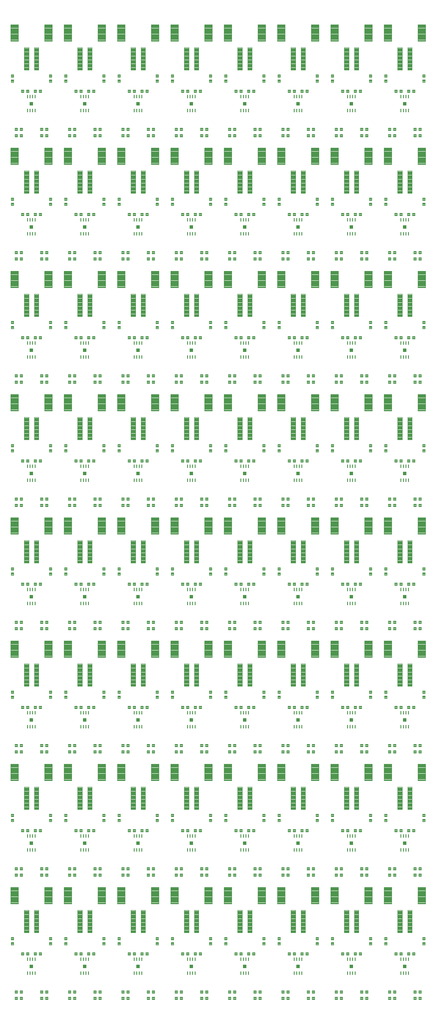
<source format=gtp>
G04 EAGLE Gerber RS-274X export*
G75*
%MOMM*%
%FSLAX34Y34*%
%LPD*%
%INSolderpaste Top*%
%IPPOS*%
%AMOC8*
5,1,8,0,0,1.08239X$1,22.5*%
G01*
%ADD10R,0.660400X0.660400*%
%ADD11R,0.264163X0.754378*%
%ADD12R,0.264163X0.754375*%
%ADD13C,0.102000*%
%ADD14C,0.100000*%
%ADD15C,0.096000*%


D10*
X50800Y76200D03*
D11*
X58293Y90183D03*
D12*
X53264Y90208D03*
X48311Y90208D03*
X43282Y90208D03*
X58293Y62217D03*
X53315Y62192D03*
X48311Y62192D03*
X43307Y62166D03*
D13*
X91390Y119510D02*
X91390Y124490D01*
X91390Y119510D02*
X86410Y119510D01*
X86410Y124490D01*
X91390Y124490D01*
X91390Y120479D02*
X86410Y120479D01*
X86410Y121448D02*
X91390Y121448D01*
X91390Y122417D02*
X86410Y122417D01*
X86410Y123386D02*
X91390Y123386D01*
X91390Y124355D02*
X86410Y124355D01*
X91390Y129510D02*
X91390Y134490D01*
X91390Y129510D02*
X86410Y129510D01*
X86410Y134490D01*
X91390Y134490D01*
X91390Y130479D02*
X86410Y130479D01*
X86410Y131448D02*
X91390Y131448D01*
X91390Y132417D02*
X86410Y132417D01*
X86410Y133386D02*
X91390Y133386D01*
X91390Y134355D02*
X86410Y134355D01*
X70990Y104090D02*
X66010Y104090D01*
X70990Y104090D02*
X70990Y99110D01*
X66010Y99110D01*
X66010Y104090D01*
X66010Y100079D02*
X70990Y100079D01*
X70990Y101048D02*
X66010Y101048D01*
X66010Y102017D02*
X70990Y102017D01*
X70990Y102986D02*
X66010Y102986D01*
X66010Y103955D02*
X70990Y103955D01*
X60990Y104090D02*
X56010Y104090D01*
X60990Y104090D02*
X60990Y99110D01*
X56010Y99110D01*
X56010Y104090D01*
X56010Y100079D02*
X60990Y100079D01*
X60990Y101048D02*
X56010Y101048D01*
X56010Y102017D02*
X60990Y102017D01*
X60990Y102986D02*
X56010Y102986D01*
X56010Y103955D02*
X60990Y103955D01*
X45590Y104090D02*
X40610Y104090D01*
X45590Y104090D02*
X45590Y99110D01*
X40610Y99110D01*
X40610Y104090D01*
X40610Y100079D02*
X45590Y100079D01*
X45590Y101048D02*
X40610Y101048D01*
X40610Y102017D02*
X45590Y102017D01*
X45590Y102986D02*
X40610Y102986D01*
X40610Y103955D02*
X45590Y103955D01*
X35590Y104090D02*
X30610Y104090D01*
X35590Y104090D02*
X35590Y99110D01*
X30610Y99110D01*
X30610Y104090D01*
X30610Y100079D02*
X35590Y100079D01*
X35590Y101048D02*
X30610Y101048D01*
X30610Y102017D02*
X35590Y102017D01*
X35590Y102986D02*
X30610Y102986D01*
X30610Y103955D02*
X35590Y103955D01*
X22890Y10210D02*
X17910Y10210D01*
X17910Y15190D01*
X22890Y15190D01*
X22890Y10210D01*
X22890Y11179D02*
X17910Y11179D01*
X17910Y12148D02*
X22890Y12148D01*
X22890Y13117D02*
X17910Y13117D01*
X17910Y14086D02*
X22890Y14086D01*
X22890Y15055D02*
X17910Y15055D01*
X27910Y10210D02*
X32890Y10210D01*
X27910Y10210D02*
X27910Y15190D01*
X32890Y15190D01*
X32890Y10210D01*
X32890Y11179D02*
X27910Y11179D01*
X27910Y12148D02*
X32890Y12148D01*
X32890Y13117D02*
X27910Y13117D01*
X27910Y14086D02*
X32890Y14086D01*
X32890Y15055D02*
X27910Y15055D01*
X15190Y119510D02*
X15190Y124490D01*
X15190Y119510D02*
X10210Y119510D01*
X10210Y124490D01*
X15190Y124490D01*
X15190Y120479D02*
X10210Y120479D01*
X10210Y121448D02*
X15190Y121448D01*
X15190Y122417D02*
X10210Y122417D01*
X10210Y123386D02*
X15190Y123386D01*
X15190Y124355D02*
X10210Y124355D01*
X15190Y129510D02*
X15190Y134490D01*
X15190Y129510D02*
X10210Y129510D01*
X10210Y134490D01*
X15190Y134490D01*
X15190Y130479D02*
X10210Y130479D01*
X10210Y131448D02*
X15190Y131448D01*
X15190Y132417D02*
X10210Y132417D01*
X10210Y133386D02*
X15190Y133386D01*
X15190Y134355D02*
X10210Y134355D01*
X17910Y22910D02*
X22890Y22910D01*
X17910Y22910D02*
X17910Y27890D01*
X22890Y27890D01*
X22890Y22910D01*
X22890Y23879D02*
X17910Y23879D01*
X17910Y24848D02*
X22890Y24848D01*
X22890Y25817D02*
X17910Y25817D01*
X17910Y26786D02*
X22890Y26786D01*
X22890Y27755D02*
X17910Y27755D01*
X27910Y22910D02*
X32890Y22910D01*
X27910Y22910D02*
X27910Y27890D01*
X32890Y27890D01*
X32890Y22910D01*
X32890Y23879D02*
X27910Y23879D01*
X27910Y24848D02*
X32890Y24848D01*
X32890Y25817D02*
X27910Y25817D01*
X27910Y26786D02*
X32890Y26786D01*
X32890Y27755D02*
X27910Y27755D01*
D14*
X36300Y143700D02*
X45300Y143700D01*
X36300Y143700D02*
X36300Y188700D01*
X45300Y188700D01*
X45300Y143700D01*
X45300Y144650D02*
X36300Y144650D01*
X36300Y145600D02*
X45300Y145600D01*
X45300Y146550D02*
X36300Y146550D01*
X36300Y147500D02*
X45300Y147500D01*
X45300Y148450D02*
X36300Y148450D01*
X36300Y149400D02*
X45300Y149400D01*
X45300Y150350D02*
X36300Y150350D01*
X36300Y151300D02*
X45300Y151300D01*
X45300Y152250D02*
X36300Y152250D01*
X36300Y153200D02*
X45300Y153200D01*
X45300Y154150D02*
X36300Y154150D01*
X36300Y155100D02*
X45300Y155100D01*
X45300Y156050D02*
X36300Y156050D01*
X36300Y157000D02*
X45300Y157000D01*
X45300Y157950D02*
X36300Y157950D01*
X36300Y158900D02*
X45300Y158900D01*
X45300Y159850D02*
X36300Y159850D01*
X36300Y160800D02*
X45300Y160800D01*
X45300Y161750D02*
X36300Y161750D01*
X36300Y162700D02*
X45300Y162700D01*
X45300Y163650D02*
X36300Y163650D01*
X36300Y164600D02*
X45300Y164600D01*
X45300Y165550D02*
X36300Y165550D01*
X36300Y166500D02*
X45300Y166500D01*
X45300Y167450D02*
X36300Y167450D01*
X36300Y168400D02*
X45300Y168400D01*
X45300Y169350D02*
X36300Y169350D01*
X36300Y170300D02*
X45300Y170300D01*
X45300Y171250D02*
X36300Y171250D01*
X36300Y172200D02*
X45300Y172200D01*
X45300Y173150D02*
X36300Y173150D01*
X36300Y174100D02*
X45300Y174100D01*
X45300Y175050D02*
X36300Y175050D01*
X36300Y176000D02*
X45300Y176000D01*
X45300Y176950D02*
X36300Y176950D01*
X36300Y177900D02*
X45300Y177900D01*
X45300Y178850D02*
X36300Y178850D01*
X36300Y179800D02*
X45300Y179800D01*
X45300Y180750D02*
X36300Y180750D01*
X36300Y181700D02*
X45300Y181700D01*
X45300Y182650D02*
X36300Y182650D01*
X36300Y183600D02*
X45300Y183600D01*
X45300Y184550D02*
X36300Y184550D01*
X36300Y185500D02*
X45300Y185500D01*
X45300Y186450D02*
X36300Y186450D01*
X36300Y187400D02*
X45300Y187400D01*
X45300Y188350D02*
X36300Y188350D01*
X56300Y143700D02*
X65300Y143700D01*
X56300Y143700D02*
X56300Y188700D01*
X65300Y188700D01*
X65300Y143700D01*
X65300Y144650D02*
X56300Y144650D01*
X56300Y145600D02*
X65300Y145600D01*
X65300Y146550D02*
X56300Y146550D01*
X56300Y147500D02*
X65300Y147500D01*
X65300Y148450D02*
X56300Y148450D01*
X56300Y149400D02*
X65300Y149400D01*
X65300Y150350D02*
X56300Y150350D01*
X56300Y151300D02*
X65300Y151300D01*
X65300Y152250D02*
X56300Y152250D01*
X56300Y153200D02*
X65300Y153200D01*
X65300Y154150D02*
X56300Y154150D01*
X56300Y155100D02*
X65300Y155100D01*
X65300Y156050D02*
X56300Y156050D01*
X56300Y157000D02*
X65300Y157000D01*
X65300Y157950D02*
X56300Y157950D01*
X56300Y158900D02*
X65300Y158900D01*
X65300Y159850D02*
X56300Y159850D01*
X56300Y160800D02*
X65300Y160800D01*
X65300Y161750D02*
X56300Y161750D01*
X56300Y162700D02*
X65300Y162700D01*
X65300Y163650D02*
X56300Y163650D01*
X56300Y164600D02*
X65300Y164600D01*
X65300Y165550D02*
X56300Y165550D01*
X56300Y166500D02*
X65300Y166500D01*
X65300Y167450D02*
X56300Y167450D01*
X56300Y168400D02*
X65300Y168400D01*
X65300Y169350D02*
X56300Y169350D01*
X56300Y170300D02*
X65300Y170300D01*
X65300Y171250D02*
X56300Y171250D01*
X56300Y172200D02*
X65300Y172200D01*
X65300Y173150D02*
X56300Y173150D01*
X56300Y174100D02*
X65300Y174100D01*
X65300Y175050D02*
X56300Y175050D01*
X56300Y176000D02*
X65300Y176000D01*
X65300Y176950D02*
X56300Y176950D01*
X56300Y177900D02*
X65300Y177900D01*
X65300Y178850D02*
X56300Y178850D01*
X56300Y179800D02*
X65300Y179800D01*
X65300Y180750D02*
X56300Y180750D01*
X56300Y181700D02*
X65300Y181700D01*
X65300Y182650D02*
X56300Y182650D01*
X56300Y183600D02*
X65300Y183600D01*
X65300Y184550D02*
X56300Y184550D01*
X56300Y185500D02*
X65300Y185500D01*
X65300Y186450D02*
X56300Y186450D01*
X56300Y187400D02*
X65300Y187400D01*
X65300Y188350D02*
X56300Y188350D01*
D15*
X24320Y201680D02*
X24320Y234720D01*
X24320Y201680D02*
X9280Y201680D01*
X9280Y234720D01*
X24320Y234720D01*
X24320Y202592D02*
X9280Y202592D01*
X9280Y203504D02*
X24320Y203504D01*
X24320Y204416D02*
X9280Y204416D01*
X9280Y205328D02*
X24320Y205328D01*
X24320Y206240D02*
X9280Y206240D01*
X9280Y207152D02*
X24320Y207152D01*
X24320Y208064D02*
X9280Y208064D01*
X9280Y208976D02*
X24320Y208976D01*
X24320Y209888D02*
X9280Y209888D01*
X9280Y210800D02*
X24320Y210800D01*
X24320Y211712D02*
X9280Y211712D01*
X9280Y212624D02*
X24320Y212624D01*
X24320Y213536D02*
X9280Y213536D01*
X9280Y214448D02*
X24320Y214448D01*
X24320Y215360D02*
X9280Y215360D01*
X9280Y216272D02*
X24320Y216272D01*
X24320Y217184D02*
X9280Y217184D01*
X9280Y218096D02*
X24320Y218096D01*
X24320Y219008D02*
X9280Y219008D01*
X9280Y219920D02*
X24320Y219920D01*
X24320Y220832D02*
X9280Y220832D01*
X9280Y221744D02*
X24320Y221744D01*
X24320Y222656D02*
X9280Y222656D01*
X9280Y223568D02*
X24320Y223568D01*
X24320Y224480D02*
X9280Y224480D01*
X9280Y225392D02*
X24320Y225392D01*
X24320Y226304D02*
X9280Y226304D01*
X9280Y227216D02*
X24320Y227216D01*
X24320Y228128D02*
X9280Y228128D01*
X9280Y229040D02*
X24320Y229040D01*
X24320Y229952D02*
X9280Y229952D01*
X9280Y230864D02*
X24320Y230864D01*
X24320Y231776D02*
X9280Y231776D01*
X9280Y232688D02*
X24320Y232688D01*
X24320Y233600D02*
X9280Y233600D01*
X9280Y234512D02*
X24320Y234512D01*
X92320Y234720D02*
X92320Y201680D01*
X77280Y201680D01*
X77280Y234720D01*
X92320Y234720D01*
X92320Y202592D02*
X77280Y202592D01*
X77280Y203504D02*
X92320Y203504D01*
X92320Y204416D02*
X77280Y204416D01*
X77280Y205328D02*
X92320Y205328D01*
X92320Y206240D02*
X77280Y206240D01*
X77280Y207152D02*
X92320Y207152D01*
X92320Y208064D02*
X77280Y208064D01*
X77280Y208976D02*
X92320Y208976D01*
X92320Y209888D02*
X77280Y209888D01*
X77280Y210800D02*
X92320Y210800D01*
X92320Y211712D02*
X77280Y211712D01*
X77280Y212624D02*
X92320Y212624D01*
X92320Y213536D02*
X77280Y213536D01*
X77280Y214448D02*
X92320Y214448D01*
X92320Y215360D02*
X77280Y215360D01*
X77280Y216272D02*
X92320Y216272D01*
X92320Y217184D02*
X77280Y217184D01*
X77280Y218096D02*
X92320Y218096D01*
X92320Y219008D02*
X77280Y219008D01*
X77280Y219920D02*
X92320Y219920D01*
X92320Y220832D02*
X77280Y220832D01*
X77280Y221744D02*
X92320Y221744D01*
X92320Y222656D02*
X77280Y222656D01*
X77280Y223568D02*
X92320Y223568D01*
X92320Y224480D02*
X77280Y224480D01*
X77280Y225392D02*
X92320Y225392D01*
X92320Y226304D02*
X77280Y226304D01*
X77280Y227216D02*
X92320Y227216D01*
X92320Y228128D02*
X77280Y228128D01*
X77280Y229040D02*
X92320Y229040D01*
X92320Y229952D02*
X77280Y229952D01*
X77280Y230864D02*
X92320Y230864D01*
X92320Y231776D02*
X77280Y231776D01*
X77280Y232688D02*
X92320Y232688D01*
X92320Y233600D02*
X77280Y233600D01*
X77280Y234512D02*
X92320Y234512D01*
D13*
X83690Y15190D02*
X78710Y15190D01*
X83690Y15190D02*
X83690Y10210D01*
X78710Y10210D01*
X78710Y15190D01*
X78710Y11179D02*
X83690Y11179D01*
X83690Y12148D02*
X78710Y12148D01*
X78710Y13117D02*
X83690Y13117D01*
X83690Y14086D02*
X78710Y14086D01*
X78710Y15055D02*
X83690Y15055D01*
X73690Y15190D02*
X68710Y15190D01*
X73690Y15190D02*
X73690Y10210D01*
X68710Y10210D01*
X68710Y15190D01*
X68710Y11179D02*
X73690Y11179D01*
X73690Y12148D02*
X68710Y12148D01*
X68710Y13117D02*
X73690Y13117D01*
X73690Y14086D02*
X68710Y14086D01*
X68710Y15055D02*
X73690Y15055D01*
X78710Y27890D02*
X83690Y27890D01*
X83690Y22910D01*
X78710Y22910D01*
X78710Y27890D01*
X78710Y23879D02*
X83690Y23879D01*
X83690Y24848D02*
X78710Y24848D01*
X78710Y25817D02*
X83690Y25817D01*
X83690Y26786D02*
X78710Y26786D01*
X78710Y27755D02*
X83690Y27755D01*
X73690Y27890D02*
X68710Y27890D01*
X73690Y27890D02*
X73690Y22910D01*
X68710Y22910D01*
X68710Y27890D01*
X68710Y23879D02*
X73690Y23879D01*
X73690Y24848D02*
X68710Y24848D01*
X68710Y25817D02*
X73690Y25817D01*
X73690Y26786D02*
X68710Y26786D01*
X68710Y27755D02*
X73690Y27755D01*
D10*
X157480Y76200D03*
D11*
X164973Y90183D03*
D12*
X159944Y90208D03*
X154991Y90208D03*
X149962Y90208D03*
X164973Y62217D03*
X159995Y62192D03*
X154991Y62192D03*
X149987Y62166D03*
D13*
X198070Y119510D02*
X198070Y124490D01*
X198070Y119510D02*
X193090Y119510D01*
X193090Y124490D01*
X198070Y124490D01*
X198070Y120479D02*
X193090Y120479D01*
X193090Y121448D02*
X198070Y121448D01*
X198070Y122417D02*
X193090Y122417D01*
X193090Y123386D02*
X198070Y123386D01*
X198070Y124355D02*
X193090Y124355D01*
X198070Y129510D02*
X198070Y134490D01*
X198070Y129510D02*
X193090Y129510D01*
X193090Y134490D01*
X198070Y134490D01*
X198070Y130479D02*
X193090Y130479D01*
X193090Y131448D02*
X198070Y131448D01*
X198070Y132417D02*
X193090Y132417D01*
X193090Y133386D02*
X198070Y133386D01*
X198070Y134355D02*
X193090Y134355D01*
X177670Y104090D02*
X172690Y104090D01*
X177670Y104090D02*
X177670Y99110D01*
X172690Y99110D01*
X172690Y104090D01*
X172690Y100079D02*
X177670Y100079D01*
X177670Y101048D02*
X172690Y101048D01*
X172690Y102017D02*
X177670Y102017D01*
X177670Y102986D02*
X172690Y102986D01*
X172690Y103955D02*
X177670Y103955D01*
X167670Y104090D02*
X162690Y104090D01*
X167670Y104090D02*
X167670Y99110D01*
X162690Y99110D01*
X162690Y104090D01*
X162690Y100079D02*
X167670Y100079D01*
X167670Y101048D02*
X162690Y101048D01*
X162690Y102017D02*
X167670Y102017D01*
X167670Y102986D02*
X162690Y102986D01*
X162690Y103955D02*
X167670Y103955D01*
X152270Y104090D02*
X147290Y104090D01*
X152270Y104090D02*
X152270Y99110D01*
X147290Y99110D01*
X147290Y104090D01*
X147290Y100079D02*
X152270Y100079D01*
X152270Y101048D02*
X147290Y101048D01*
X147290Y102017D02*
X152270Y102017D01*
X152270Y102986D02*
X147290Y102986D01*
X147290Y103955D02*
X152270Y103955D01*
X142270Y104090D02*
X137290Y104090D01*
X142270Y104090D02*
X142270Y99110D01*
X137290Y99110D01*
X137290Y104090D01*
X137290Y100079D02*
X142270Y100079D01*
X142270Y101048D02*
X137290Y101048D01*
X137290Y102017D02*
X142270Y102017D01*
X142270Y102986D02*
X137290Y102986D01*
X137290Y103955D02*
X142270Y103955D01*
X129570Y10210D02*
X124590Y10210D01*
X124590Y15190D01*
X129570Y15190D01*
X129570Y10210D01*
X129570Y11179D02*
X124590Y11179D01*
X124590Y12148D02*
X129570Y12148D01*
X129570Y13117D02*
X124590Y13117D01*
X124590Y14086D02*
X129570Y14086D01*
X129570Y15055D02*
X124590Y15055D01*
X134590Y10210D02*
X139570Y10210D01*
X134590Y10210D02*
X134590Y15190D01*
X139570Y15190D01*
X139570Y10210D01*
X139570Y11179D02*
X134590Y11179D01*
X134590Y12148D02*
X139570Y12148D01*
X139570Y13117D02*
X134590Y13117D01*
X134590Y14086D02*
X139570Y14086D01*
X139570Y15055D02*
X134590Y15055D01*
X121870Y119510D02*
X121870Y124490D01*
X121870Y119510D02*
X116890Y119510D01*
X116890Y124490D01*
X121870Y124490D01*
X121870Y120479D02*
X116890Y120479D01*
X116890Y121448D02*
X121870Y121448D01*
X121870Y122417D02*
X116890Y122417D01*
X116890Y123386D02*
X121870Y123386D01*
X121870Y124355D02*
X116890Y124355D01*
X121870Y129510D02*
X121870Y134490D01*
X121870Y129510D02*
X116890Y129510D01*
X116890Y134490D01*
X121870Y134490D01*
X121870Y130479D02*
X116890Y130479D01*
X116890Y131448D02*
X121870Y131448D01*
X121870Y132417D02*
X116890Y132417D01*
X116890Y133386D02*
X121870Y133386D01*
X121870Y134355D02*
X116890Y134355D01*
X124590Y22910D02*
X129570Y22910D01*
X124590Y22910D02*
X124590Y27890D01*
X129570Y27890D01*
X129570Y22910D01*
X129570Y23879D02*
X124590Y23879D01*
X124590Y24848D02*
X129570Y24848D01*
X129570Y25817D02*
X124590Y25817D01*
X124590Y26786D02*
X129570Y26786D01*
X129570Y27755D02*
X124590Y27755D01*
X134590Y22910D02*
X139570Y22910D01*
X134590Y22910D02*
X134590Y27890D01*
X139570Y27890D01*
X139570Y22910D01*
X139570Y23879D02*
X134590Y23879D01*
X134590Y24848D02*
X139570Y24848D01*
X139570Y25817D02*
X134590Y25817D01*
X134590Y26786D02*
X139570Y26786D01*
X139570Y27755D02*
X134590Y27755D01*
D14*
X142980Y143700D02*
X151980Y143700D01*
X142980Y143700D02*
X142980Y188700D01*
X151980Y188700D01*
X151980Y143700D01*
X151980Y144650D02*
X142980Y144650D01*
X142980Y145600D02*
X151980Y145600D01*
X151980Y146550D02*
X142980Y146550D01*
X142980Y147500D02*
X151980Y147500D01*
X151980Y148450D02*
X142980Y148450D01*
X142980Y149400D02*
X151980Y149400D01*
X151980Y150350D02*
X142980Y150350D01*
X142980Y151300D02*
X151980Y151300D01*
X151980Y152250D02*
X142980Y152250D01*
X142980Y153200D02*
X151980Y153200D01*
X151980Y154150D02*
X142980Y154150D01*
X142980Y155100D02*
X151980Y155100D01*
X151980Y156050D02*
X142980Y156050D01*
X142980Y157000D02*
X151980Y157000D01*
X151980Y157950D02*
X142980Y157950D01*
X142980Y158900D02*
X151980Y158900D01*
X151980Y159850D02*
X142980Y159850D01*
X142980Y160800D02*
X151980Y160800D01*
X151980Y161750D02*
X142980Y161750D01*
X142980Y162700D02*
X151980Y162700D01*
X151980Y163650D02*
X142980Y163650D01*
X142980Y164600D02*
X151980Y164600D01*
X151980Y165550D02*
X142980Y165550D01*
X142980Y166500D02*
X151980Y166500D01*
X151980Y167450D02*
X142980Y167450D01*
X142980Y168400D02*
X151980Y168400D01*
X151980Y169350D02*
X142980Y169350D01*
X142980Y170300D02*
X151980Y170300D01*
X151980Y171250D02*
X142980Y171250D01*
X142980Y172200D02*
X151980Y172200D01*
X151980Y173150D02*
X142980Y173150D01*
X142980Y174100D02*
X151980Y174100D01*
X151980Y175050D02*
X142980Y175050D01*
X142980Y176000D02*
X151980Y176000D01*
X151980Y176950D02*
X142980Y176950D01*
X142980Y177900D02*
X151980Y177900D01*
X151980Y178850D02*
X142980Y178850D01*
X142980Y179800D02*
X151980Y179800D01*
X151980Y180750D02*
X142980Y180750D01*
X142980Y181700D02*
X151980Y181700D01*
X151980Y182650D02*
X142980Y182650D01*
X142980Y183600D02*
X151980Y183600D01*
X151980Y184550D02*
X142980Y184550D01*
X142980Y185500D02*
X151980Y185500D01*
X151980Y186450D02*
X142980Y186450D01*
X142980Y187400D02*
X151980Y187400D01*
X151980Y188350D02*
X142980Y188350D01*
X162980Y143700D02*
X171980Y143700D01*
X162980Y143700D02*
X162980Y188700D01*
X171980Y188700D01*
X171980Y143700D01*
X171980Y144650D02*
X162980Y144650D01*
X162980Y145600D02*
X171980Y145600D01*
X171980Y146550D02*
X162980Y146550D01*
X162980Y147500D02*
X171980Y147500D01*
X171980Y148450D02*
X162980Y148450D01*
X162980Y149400D02*
X171980Y149400D01*
X171980Y150350D02*
X162980Y150350D01*
X162980Y151300D02*
X171980Y151300D01*
X171980Y152250D02*
X162980Y152250D01*
X162980Y153200D02*
X171980Y153200D01*
X171980Y154150D02*
X162980Y154150D01*
X162980Y155100D02*
X171980Y155100D01*
X171980Y156050D02*
X162980Y156050D01*
X162980Y157000D02*
X171980Y157000D01*
X171980Y157950D02*
X162980Y157950D01*
X162980Y158900D02*
X171980Y158900D01*
X171980Y159850D02*
X162980Y159850D01*
X162980Y160800D02*
X171980Y160800D01*
X171980Y161750D02*
X162980Y161750D01*
X162980Y162700D02*
X171980Y162700D01*
X171980Y163650D02*
X162980Y163650D01*
X162980Y164600D02*
X171980Y164600D01*
X171980Y165550D02*
X162980Y165550D01*
X162980Y166500D02*
X171980Y166500D01*
X171980Y167450D02*
X162980Y167450D01*
X162980Y168400D02*
X171980Y168400D01*
X171980Y169350D02*
X162980Y169350D01*
X162980Y170300D02*
X171980Y170300D01*
X171980Y171250D02*
X162980Y171250D01*
X162980Y172200D02*
X171980Y172200D01*
X171980Y173150D02*
X162980Y173150D01*
X162980Y174100D02*
X171980Y174100D01*
X171980Y175050D02*
X162980Y175050D01*
X162980Y176000D02*
X171980Y176000D01*
X171980Y176950D02*
X162980Y176950D01*
X162980Y177900D02*
X171980Y177900D01*
X171980Y178850D02*
X162980Y178850D01*
X162980Y179800D02*
X171980Y179800D01*
X171980Y180750D02*
X162980Y180750D01*
X162980Y181700D02*
X171980Y181700D01*
X171980Y182650D02*
X162980Y182650D01*
X162980Y183600D02*
X171980Y183600D01*
X171980Y184550D02*
X162980Y184550D01*
X162980Y185500D02*
X171980Y185500D01*
X171980Y186450D02*
X162980Y186450D01*
X162980Y187400D02*
X171980Y187400D01*
X171980Y188350D02*
X162980Y188350D01*
D15*
X131000Y201680D02*
X131000Y234720D01*
X131000Y201680D02*
X115960Y201680D01*
X115960Y234720D01*
X131000Y234720D01*
X131000Y202592D02*
X115960Y202592D01*
X115960Y203504D02*
X131000Y203504D01*
X131000Y204416D02*
X115960Y204416D01*
X115960Y205328D02*
X131000Y205328D01*
X131000Y206240D02*
X115960Y206240D01*
X115960Y207152D02*
X131000Y207152D01*
X131000Y208064D02*
X115960Y208064D01*
X115960Y208976D02*
X131000Y208976D01*
X131000Y209888D02*
X115960Y209888D01*
X115960Y210800D02*
X131000Y210800D01*
X131000Y211712D02*
X115960Y211712D01*
X115960Y212624D02*
X131000Y212624D01*
X131000Y213536D02*
X115960Y213536D01*
X115960Y214448D02*
X131000Y214448D01*
X131000Y215360D02*
X115960Y215360D01*
X115960Y216272D02*
X131000Y216272D01*
X131000Y217184D02*
X115960Y217184D01*
X115960Y218096D02*
X131000Y218096D01*
X131000Y219008D02*
X115960Y219008D01*
X115960Y219920D02*
X131000Y219920D01*
X131000Y220832D02*
X115960Y220832D01*
X115960Y221744D02*
X131000Y221744D01*
X131000Y222656D02*
X115960Y222656D01*
X115960Y223568D02*
X131000Y223568D01*
X131000Y224480D02*
X115960Y224480D01*
X115960Y225392D02*
X131000Y225392D01*
X131000Y226304D02*
X115960Y226304D01*
X115960Y227216D02*
X131000Y227216D01*
X131000Y228128D02*
X115960Y228128D01*
X115960Y229040D02*
X131000Y229040D01*
X131000Y229952D02*
X115960Y229952D01*
X115960Y230864D02*
X131000Y230864D01*
X131000Y231776D02*
X115960Y231776D01*
X115960Y232688D02*
X131000Y232688D01*
X131000Y233600D02*
X115960Y233600D01*
X115960Y234512D02*
X131000Y234512D01*
X199000Y234720D02*
X199000Y201680D01*
X183960Y201680D01*
X183960Y234720D01*
X199000Y234720D01*
X199000Y202592D02*
X183960Y202592D01*
X183960Y203504D02*
X199000Y203504D01*
X199000Y204416D02*
X183960Y204416D01*
X183960Y205328D02*
X199000Y205328D01*
X199000Y206240D02*
X183960Y206240D01*
X183960Y207152D02*
X199000Y207152D01*
X199000Y208064D02*
X183960Y208064D01*
X183960Y208976D02*
X199000Y208976D01*
X199000Y209888D02*
X183960Y209888D01*
X183960Y210800D02*
X199000Y210800D01*
X199000Y211712D02*
X183960Y211712D01*
X183960Y212624D02*
X199000Y212624D01*
X199000Y213536D02*
X183960Y213536D01*
X183960Y214448D02*
X199000Y214448D01*
X199000Y215360D02*
X183960Y215360D01*
X183960Y216272D02*
X199000Y216272D01*
X199000Y217184D02*
X183960Y217184D01*
X183960Y218096D02*
X199000Y218096D01*
X199000Y219008D02*
X183960Y219008D01*
X183960Y219920D02*
X199000Y219920D01*
X199000Y220832D02*
X183960Y220832D01*
X183960Y221744D02*
X199000Y221744D01*
X199000Y222656D02*
X183960Y222656D01*
X183960Y223568D02*
X199000Y223568D01*
X199000Y224480D02*
X183960Y224480D01*
X183960Y225392D02*
X199000Y225392D01*
X199000Y226304D02*
X183960Y226304D01*
X183960Y227216D02*
X199000Y227216D01*
X199000Y228128D02*
X183960Y228128D01*
X183960Y229040D02*
X199000Y229040D01*
X199000Y229952D02*
X183960Y229952D01*
X183960Y230864D02*
X199000Y230864D01*
X199000Y231776D02*
X183960Y231776D01*
X183960Y232688D02*
X199000Y232688D01*
X199000Y233600D02*
X183960Y233600D01*
X183960Y234512D02*
X199000Y234512D01*
D13*
X190370Y15190D02*
X185390Y15190D01*
X190370Y15190D02*
X190370Y10210D01*
X185390Y10210D01*
X185390Y15190D01*
X185390Y11179D02*
X190370Y11179D01*
X190370Y12148D02*
X185390Y12148D01*
X185390Y13117D02*
X190370Y13117D01*
X190370Y14086D02*
X185390Y14086D01*
X185390Y15055D02*
X190370Y15055D01*
X180370Y15190D02*
X175390Y15190D01*
X180370Y15190D02*
X180370Y10210D01*
X175390Y10210D01*
X175390Y15190D01*
X175390Y11179D02*
X180370Y11179D01*
X180370Y12148D02*
X175390Y12148D01*
X175390Y13117D02*
X180370Y13117D01*
X180370Y14086D02*
X175390Y14086D01*
X175390Y15055D02*
X180370Y15055D01*
X185390Y27890D02*
X190370Y27890D01*
X190370Y22910D01*
X185390Y22910D01*
X185390Y27890D01*
X185390Y23879D02*
X190370Y23879D01*
X190370Y24848D02*
X185390Y24848D01*
X185390Y25817D02*
X190370Y25817D01*
X190370Y26786D02*
X185390Y26786D01*
X185390Y27755D02*
X190370Y27755D01*
X180370Y27890D02*
X175390Y27890D01*
X180370Y27890D02*
X180370Y22910D01*
X175390Y22910D01*
X175390Y27890D01*
X175390Y23879D02*
X180370Y23879D01*
X180370Y24848D02*
X175390Y24848D01*
X175390Y25817D02*
X180370Y25817D01*
X180370Y26786D02*
X175390Y26786D01*
X175390Y27755D02*
X180370Y27755D01*
D10*
X264160Y76200D03*
D11*
X271653Y90183D03*
D12*
X266624Y90208D03*
X261671Y90208D03*
X256642Y90208D03*
X271653Y62217D03*
X266675Y62192D03*
X261671Y62192D03*
X256667Y62166D03*
D13*
X304750Y119510D02*
X304750Y124490D01*
X304750Y119510D02*
X299770Y119510D01*
X299770Y124490D01*
X304750Y124490D01*
X304750Y120479D02*
X299770Y120479D01*
X299770Y121448D02*
X304750Y121448D01*
X304750Y122417D02*
X299770Y122417D01*
X299770Y123386D02*
X304750Y123386D01*
X304750Y124355D02*
X299770Y124355D01*
X304750Y129510D02*
X304750Y134490D01*
X304750Y129510D02*
X299770Y129510D01*
X299770Y134490D01*
X304750Y134490D01*
X304750Y130479D02*
X299770Y130479D01*
X299770Y131448D02*
X304750Y131448D01*
X304750Y132417D02*
X299770Y132417D01*
X299770Y133386D02*
X304750Y133386D01*
X304750Y134355D02*
X299770Y134355D01*
X284350Y104090D02*
X279370Y104090D01*
X284350Y104090D02*
X284350Y99110D01*
X279370Y99110D01*
X279370Y104090D01*
X279370Y100079D02*
X284350Y100079D01*
X284350Y101048D02*
X279370Y101048D01*
X279370Y102017D02*
X284350Y102017D01*
X284350Y102986D02*
X279370Y102986D01*
X279370Y103955D02*
X284350Y103955D01*
X274350Y104090D02*
X269370Y104090D01*
X274350Y104090D02*
X274350Y99110D01*
X269370Y99110D01*
X269370Y104090D01*
X269370Y100079D02*
X274350Y100079D01*
X274350Y101048D02*
X269370Y101048D01*
X269370Y102017D02*
X274350Y102017D01*
X274350Y102986D02*
X269370Y102986D01*
X269370Y103955D02*
X274350Y103955D01*
X258950Y104090D02*
X253970Y104090D01*
X258950Y104090D02*
X258950Y99110D01*
X253970Y99110D01*
X253970Y104090D01*
X253970Y100079D02*
X258950Y100079D01*
X258950Y101048D02*
X253970Y101048D01*
X253970Y102017D02*
X258950Y102017D01*
X258950Y102986D02*
X253970Y102986D01*
X253970Y103955D02*
X258950Y103955D01*
X248950Y104090D02*
X243970Y104090D01*
X248950Y104090D02*
X248950Y99110D01*
X243970Y99110D01*
X243970Y104090D01*
X243970Y100079D02*
X248950Y100079D01*
X248950Y101048D02*
X243970Y101048D01*
X243970Y102017D02*
X248950Y102017D01*
X248950Y102986D02*
X243970Y102986D01*
X243970Y103955D02*
X248950Y103955D01*
X236250Y10210D02*
X231270Y10210D01*
X231270Y15190D01*
X236250Y15190D01*
X236250Y10210D01*
X236250Y11179D02*
X231270Y11179D01*
X231270Y12148D02*
X236250Y12148D01*
X236250Y13117D02*
X231270Y13117D01*
X231270Y14086D02*
X236250Y14086D01*
X236250Y15055D02*
X231270Y15055D01*
X241270Y10210D02*
X246250Y10210D01*
X241270Y10210D02*
X241270Y15190D01*
X246250Y15190D01*
X246250Y10210D01*
X246250Y11179D02*
X241270Y11179D01*
X241270Y12148D02*
X246250Y12148D01*
X246250Y13117D02*
X241270Y13117D01*
X241270Y14086D02*
X246250Y14086D01*
X246250Y15055D02*
X241270Y15055D01*
X228550Y119510D02*
X228550Y124490D01*
X228550Y119510D02*
X223570Y119510D01*
X223570Y124490D01*
X228550Y124490D01*
X228550Y120479D02*
X223570Y120479D01*
X223570Y121448D02*
X228550Y121448D01*
X228550Y122417D02*
X223570Y122417D01*
X223570Y123386D02*
X228550Y123386D01*
X228550Y124355D02*
X223570Y124355D01*
X228550Y129510D02*
X228550Y134490D01*
X228550Y129510D02*
X223570Y129510D01*
X223570Y134490D01*
X228550Y134490D01*
X228550Y130479D02*
X223570Y130479D01*
X223570Y131448D02*
X228550Y131448D01*
X228550Y132417D02*
X223570Y132417D01*
X223570Y133386D02*
X228550Y133386D01*
X228550Y134355D02*
X223570Y134355D01*
X231270Y22910D02*
X236250Y22910D01*
X231270Y22910D02*
X231270Y27890D01*
X236250Y27890D01*
X236250Y22910D01*
X236250Y23879D02*
X231270Y23879D01*
X231270Y24848D02*
X236250Y24848D01*
X236250Y25817D02*
X231270Y25817D01*
X231270Y26786D02*
X236250Y26786D01*
X236250Y27755D02*
X231270Y27755D01*
X241270Y22910D02*
X246250Y22910D01*
X241270Y22910D02*
X241270Y27890D01*
X246250Y27890D01*
X246250Y22910D01*
X246250Y23879D02*
X241270Y23879D01*
X241270Y24848D02*
X246250Y24848D01*
X246250Y25817D02*
X241270Y25817D01*
X241270Y26786D02*
X246250Y26786D01*
X246250Y27755D02*
X241270Y27755D01*
D14*
X249660Y143700D02*
X258660Y143700D01*
X249660Y143700D02*
X249660Y188700D01*
X258660Y188700D01*
X258660Y143700D01*
X258660Y144650D02*
X249660Y144650D01*
X249660Y145600D02*
X258660Y145600D01*
X258660Y146550D02*
X249660Y146550D01*
X249660Y147500D02*
X258660Y147500D01*
X258660Y148450D02*
X249660Y148450D01*
X249660Y149400D02*
X258660Y149400D01*
X258660Y150350D02*
X249660Y150350D01*
X249660Y151300D02*
X258660Y151300D01*
X258660Y152250D02*
X249660Y152250D01*
X249660Y153200D02*
X258660Y153200D01*
X258660Y154150D02*
X249660Y154150D01*
X249660Y155100D02*
X258660Y155100D01*
X258660Y156050D02*
X249660Y156050D01*
X249660Y157000D02*
X258660Y157000D01*
X258660Y157950D02*
X249660Y157950D01*
X249660Y158900D02*
X258660Y158900D01*
X258660Y159850D02*
X249660Y159850D01*
X249660Y160800D02*
X258660Y160800D01*
X258660Y161750D02*
X249660Y161750D01*
X249660Y162700D02*
X258660Y162700D01*
X258660Y163650D02*
X249660Y163650D01*
X249660Y164600D02*
X258660Y164600D01*
X258660Y165550D02*
X249660Y165550D01*
X249660Y166500D02*
X258660Y166500D01*
X258660Y167450D02*
X249660Y167450D01*
X249660Y168400D02*
X258660Y168400D01*
X258660Y169350D02*
X249660Y169350D01*
X249660Y170300D02*
X258660Y170300D01*
X258660Y171250D02*
X249660Y171250D01*
X249660Y172200D02*
X258660Y172200D01*
X258660Y173150D02*
X249660Y173150D01*
X249660Y174100D02*
X258660Y174100D01*
X258660Y175050D02*
X249660Y175050D01*
X249660Y176000D02*
X258660Y176000D01*
X258660Y176950D02*
X249660Y176950D01*
X249660Y177900D02*
X258660Y177900D01*
X258660Y178850D02*
X249660Y178850D01*
X249660Y179800D02*
X258660Y179800D01*
X258660Y180750D02*
X249660Y180750D01*
X249660Y181700D02*
X258660Y181700D01*
X258660Y182650D02*
X249660Y182650D01*
X249660Y183600D02*
X258660Y183600D01*
X258660Y184550D02*
X249660Y184550D01*
X249660Y185500D02*
X258660Y185500D01*
X258660Y186450D02*
X249660Y186450D01*
X249660Y187400D02*
X258660Y187400D01*
X258660Y188350D02*
X249660Y188350D01*
X269660Y143700D02*
X278660Y143700D01*
X269660Y143700D02*
X269660Y188700D01*
X278660Y188700D01*
X278660Y143700D01*
X278660Y144650D02*
X269660Y144650D01*
X269660Y145600D02*
X278660Y145600D01*
X278660Y146550D02*
X269660Y146550D01*
X269660Y147500D02*
X278660Y147500D01*
X278660Y148450D02*
X269660Y148450D01*
X269660Y149400D02*
X278660Y149400D01*
X278660Y150350D02*
X269660Y150350D01*
X269660Y151300D02*
X278660Y151300D01*
X278660Y152250D02*
X269660Y152250D01*
X269660Y153200D02*
X278660Y153200D01*
X278660Y154150D02*
X269660Y154150D01*
X269660Y155100D02*
X278660Y155100D01*
X278660Y156050D02*
X269660Y156050D01*
X269660Y157000D02*
X278660Y157000D01*
X278660Y157950D02*
X269660Y157950D01*
X269660Y158900D02*
X278660Y158900D01*
X278660Y159850D02*
X269660Y159850D01*
X269660Y160800D02*
X278660Y160800D01*
X278660Y161750D02*
X269660Y161750D01*
X269660Y162700D02*
X278660Y162700D01*
X278660Y163650D02*
X269660Y163650D01*
X269660Y164600D02*
X278660Y164600D01*
X278660Y165550D02*
X269660Y165550D01*
X269660Y166500D02*
X278660Y166500D01*
X278660Y167450D02*
X269660Y167450D01*
X269660Y168400D02*
X278660Y168400D01*
X278660Y169350D02*
X269660Y169350D01*
X269660Y170300D02*
X278660Y170300D01*
X278660Y171250D02*
X269660Y171250D01*
X269660Y172200D02*
X278660Y172200D01*
X278660Y173150D02*
X269660Y173150D01*
X269660Y174100D02*
X278660Y174100D01*
X278660Y175050D02*
X269660Y175050D01*
X269660Y176000D02*
X278660Y176000D01*
X278660Y176950D02*
X269660Y176950D01*
X269660Y177900D02*
X278660Y177900D01*
X278660Y178850D02*
X269660Y178850D01*
X269660Y179800D02*
X278660Y179800D01*
X278660Y180750D02*
X269660Y180750D01*
X269660Y181700D02*
X278660Y181700D01*
X278660Y182650D02*
X269660Y182650D01*
X269660Y183600D02*
X278660Y183600D01*
X278660Y184550D02*
X269660Y184550D01*
X269660Y185500D02*
X278660Y185500D01*
X278660Y186450D02*
X269660Y186450D01*
X269660Y187400D02*
X278660Y187400D01*
X278660Y188350D02*
X269660Y188350D01*
D15*
X237680Y201680D02*
X237680Y234720D01*
X237680Y201680D02*
X222640Y201680D01*
X222640Y234720D01*
X237680Y234720D01*
X237680Y202592D02*
X222640Y202592D01*
X222640Y203504D02*
X237680Y203504D01*
X237680Y204416D02*
X222640Y204416D01*
X222640Y205328D02*
X237680Y205328D01*
X237680Y206240D02*
X222640Y206240D01*
X222640Y207152D02*
X237680Y207152D01*
X237680Y208064D02*
X222640Y208064D01*
X222640Y208976D02*
X237680Y208976D01*
X237680Y209888D02*
X222640Y209888D01*
X222640Y210800D02*
X237680Y210800D01*
X237680Y211712D02*
X222640Y211712D01*
X222640Y212624D02*
X237680Y212624D01*
X237680Y213536D02*
X222640Y213536D01*
X222640Y214448D02*
X237680Y214448D01*
X237680Y215360D02*
X222640Y215360D01*
X222640Y216272D02*
X237680Y216272D01*
X237680Y217184D02*
X222640Y217184D01*
X222640Y218096D02*
X237680Y218096D01*
X237680Y219008D02*
X222640Y219008D01*
X222640Y219920D02*
X237680Y219920D01*
X237680Y220832D02*
X222640Y220832D01*
X222640Y221744D02*
X237680Y221744D01*
X237680Y222656D02*
X222640Y222656D01*
X222640Y223568D02*
X237680Y223568D01*
X237680Y224480D02*
X222640Y224480D01*
X222640Y225392D02*
X237680Y225392D01*
X237680Y226304D02*
X222640Y226304D01*
X222640Y227216D02*
X237680Y227216D01*
X237680Y228128D02*
X222640Y228128D01*
X222640Y229040D02*
X237680Y229040D01*
X237680Y229952D02*
X222640Y229952D01*
X222640Y230864D02*
X237680Y230864D01*
X237680Y231776D02*
X222640Y231776D01*
X222640Y232688D02*
X237680Y232688D01*
X237680Y233600D02*
X222640Y233600D01*
X222640Y234512D02*
X237680Y234512D01*
X305680Y234720D02*
X305680Y201680D01*
X290640Y201680D01*
X290640Y234720D01*
X305680Y234720D01*
X305680Y202592D02*
X290640Y202592D01*
X290640Y203504D02*
X305680Y203504D01*
X305680Y204416D02*
X290640Y204416D01*
X290640Y205328D02*
X305680Y205328D01*
X305680Y206240D02*
X290640Y206240D01*
X290640Y207152D02*
X305680Y207152D01*
X305680Y208064D02*
X290640Y208064D01*
X290640Y208976D02*
X305680Y208976D01*
X305680Y209888D02*
X290640Y209888D01*
X290640Y210800D02*
X305680Y210800D01*
X305680Y211712D02*
X290640Y211712D01*
X290640Y212624D02*
X305680Y212624D01*
X305680Y213536D02*
X290640Y213536D01*
X290640Y214448D02*
X305680Y214448D01*
X305680Y215360D02*
X290640Y215360D01*
X290640Y216272D02*
X305680Y216272D01*
X305680Y217184D02*
X290640Y217184D01*
X290640Y218096D02*
X305680Y218096D01*
X305680Y219008D02*
X290640Y219008D01*
X290640Y219920D02*
X305680Y219920D01*
X305680Y220832D02*
X290640Y220832D01*
X290640Y221744D02*
X305680Y221744D01*
X305680Y222656D02*
X290640Y222656D01*
X290640Y223568D02*
X305680Y223568D01*
X305680Y224480D02*
X290640Y224480D01*
X290640Y225392D02*
X305680Y225392D01*
X305680Y226304D02*
X290640Y226304D01*
X290640Y227216D02*
X305680Y227216D01*
X305680Y228128D02*
X290640Y228128D01*
X290640Y229040D02*
X305680Y229040D01*
X305680Y229952D02*
X290640Y229952D01*
X290640Y230864D02*
X305680Y230864D01*
X305680Y231776D02*
X290640Y231776D01*
X290640Y232688D02*
X305680Y232688D01*
X305680Y233600D02*
X290640Y233600D01*
X290640Y234512D02*
X305680Y234512D01*
D13*
X297050Y15190D02*
X292070Y15190D01*
X297050Y15190D02*
X297050Y10210D01*
X292070Y10210D01*
X292070Y15190D01*
X292070Y11179D02*
X297050Y11179D01*
X297050Y12148D02*
X292070Y12148D01*
X292070Y13117D02*
X297050Y13117D01*
X297050Y14086D02*
X292070Y14086D01*
X292070Y15055D02*
X297050Y15055D01*
X287050Y15190D02*
X282070Y15190D01*
X287050Y15190D02*
X287050Y10210D01*
X282070Y10210D01*
X282070Y15190D01*
X282070Y11179D02*
X287050Y11179D01*
X287050Y12148D02*
X282070Y12148D01*
X282070Y13117D02*
X287050Y13117D01*
X287050Y14086D02*
X282070Y14086D01*
X282070Y15055D02*
X287050Y15055D01*
X292070Y27890D02*
X297050Y27890D01*
X297050Y22910D01*
X292070Y22910D01*
X292070Y27890D01*
X292070Y23879D02*
X297050Y23879D01*
X297050Y24848D02*
X292070Y24848D01*
X292070Y25817D02*
X297050Y25817D01*
X297050Y26786D02*
X292070Y26786D01*
X292070Y27755D02*
X297050Y27755D01*
X287050Y27890D02*
X282070Y27890D01*
X287050Y27890D02*
X287050Y22910D01*
X282070Y22910D01*
X282070Y27890D01*
X282070Y23879D02*
X287050Y23879D01*
X287050Y24848D02*
X282070Y24848D01*
X282070Y25817D02*
X287050Y25817D01*
X287050Y26786D02*
X282070Y26786D01*
X282070Y27755D02*
X287050Y27755D01*
D10*
X370840Y76200D03*
D11*
X378333Y90183D03*
D12*
X373304Y90208D03*
X368351Y90208D03*
X363322Y90208D03*
X378333Y62217D03*
X373355Y62192D03*
X368351Y62192D03*
X363347Y62166D03*
D13*
X411430Y119510D02*
X411430Y124490D01*
X411430Y119510D02*
X406450Y119510D01*
X406450Y124490D01*
X411430Y124490D01*
X411430Y120479D02*
X406450Y120479D01*
X406450Y121448D02*
X411430Y121448D01*
X411430Y122417D02*
X406450Y122417D01*
X406450Y123386D02*
X411430Y123386D01*
X411430Y124355D02*
X406450Y124355D01*
X411430Y129510D02*
X411430Y134490D01*
X411430Y129510D02*
X406450Y129510D01*
X406450Y134490D01*
X411430Y134490D01*
X411430Y130479D02*
X406450Y130479D01*
X406450Y131448D02*
X411430Y131448D01*
X411430Y132417D02*
X406450Y132417D01*
X406450Y133386D02*
X411430Y133386D01*
X411430Y134355D02*
X406450Y134355D01*
X391030Y104090D02*
X386050Y104090D01*
X391030Y104090D02*
X391030Y99110D01*
X386050Y99110D01*
X386050Y104090D01*
X386050Y100079D02*
X391030Y100079D01*
X391030Y101048D02*
X386050Y101048D01*
X386050Y102017D02*
X391030Y102017D01*
X391030Y102986D02*
X386050Y102986D01*
X386050Y103955D02*
X391030Y103955D01*
X381030Y104090D02*
X376050Y104090D01*
X381030Y104090D02*
X381030Y99110D01*
X376050Y99110D01*
X376050Y104090D01*
X376050Y100079D02*
X381030Y100079D01*
X381030Y101048D02*
X376050Y101048D01*
X376050Y102017D02*
X381030Y102017D01*
X381030Y102986D02*
X376050Y102986D01*
X376050Y103955D02*
X381030Y103955D01*
X365630Y104090D02*
X360650Y104090D01*
X365630Y104090D02*
X365630Y99110D01*
X360650Y99110D01*
X360650Y104090D01*
X360650Y100079D02*
X365630Y100079D01*
X365630Y101048D02*
X360650Y101048D01*
X360650Y102017D02*
X365630Y102017D01*
X365630Y102986D02*
X360650Y102986D01*
X360650Y103955D02*
X365630Y103955D01*
X355630Y104090D02*
X350650Y104090D01*
X355630Y104090D02*
X355630Y99110D01*
X350650Y99110D01*
X350650Y104090D01*
X350650Y100079D02*
X355630Y100079D01*
X355630Y101048D02*
X350650Y101048D01*
X350650Y102017D02*
X355630Y102017D01*
X355630Y102986D02*
X350650Y102986D01*
X350650Y103955D02*
X355630Y103955D01*
X342930Y10210D02*
X337950Y10210D01*
X337950Y15190D01*
X342930Y15190D01*
X342930Y10210D01*
X342930Y11179D02*
X337950Y11179D01*
X337950Y12148D02*
X342930Y12148D01*
X342930Y13117D02*
X337950Y13117D01*
X337950Y14086D02*
X342930Y14086D01*
X342930Y15055D02*
X337950Y15055D01*
X347950Y10210D02*
X352930Y10210D01*
X347950Y10210D02*
X347950Y15190D01*
X352930Y15190D01*
X352930Y10210D01*
X352930Y11179D02*
X347950Y11179D01*
X347950Y12148D02*
X352930Y12148D01*
X352930Y13117D02*
X347950Y13117D01*
X347950Y14086D02*
X352930Y14086D01*
X352930Y15055D02*
X347950Y15055D01*
X335230Y119510D02*
X335230Y124490D01*
X335230Y119510D02*
X330250Y119510D01*
X330250Y124490D01*
X335230Y124490D01*
X335230Y120479D02*
X330250Y120479D01*
X330250Y121448D02*
X335230Y121448D01*
X335230Y122417D02*
X330250Y122417D01*
X330250Y123386D02*
X335230Y123386D01*
X335230Y124355D02*
X330250Y124355D01*
X335230Y129510D02*
X335230Y134490D01*
X335230Y129510D02*
X330250Y129510D01*
X330250Y134490D01*
X335230Y134490D01*
X335230Y130479D02*
X330250Y130479D01*
X330250Y131448D02*
X335230Y131448D01*
X335230Y132417D02*
X330250Y132417D01*
X330250Y133386D02*
X335230Y133386D01*
X335230Y134355D02*
X330250Y134355D01*
X337950Y22910D02*
X342930Y22910D01*
X337950Y22910D02*
X337950Y27890D01*
X342930Y27890D01*
X342930Y22910D01*
X342930Y23879D02*
X337950Y23879D01*
X337950Y24848D02*
X342930Y24848D01*
X342930Y25817D02*
X337950Y25817D01*
X337950Y26786D02*
X342930Y26786D01*
X342930Y27755D02*
X337950Y27755D01*
X347950Y22910D02*
X352930Y22910D01*
X347950Y22910D02*
X347950Y27890D01*
X352930Y27890D01*
X352930Y22910D01*
X352930Y23879D02*
X347950Y23879D01*
X347950Y24848D02*
X352930Y24848D01*
X352930Y25817D02*
X347950Y25817D01*
X347950Y26786D02*
X352930Y26786D01*
X352930Y27755D02*
X347950Y27755D01*
D14*
X356340Y143700D02*
X365340Y143700D01*
X356340Y143700D02*
X356340Y188700D01*
X365340Y188700D01*
X365340Y143700D01*
X365340Y144650D02*
X356340Y144650D01*
X356340Y145600D02*
X365340Y145600D01*
X365340Y146550D02*
X356340Y146550D01*
X356340Y147500D02*
X365340Y147500D01*
X365340Y148450D02*
X356340Y148450D01*
X356340Y149400D02*
X365340Y149400D01*
X365340Y150350D02*
X356340Y150350D01*
X356340Y151300D02*
X365340Y151300D01*
X365340Y152250D02*
X356340Y152250D01*
X356340Y153200D02*
X365340Y153200D01*
X365340Y154150D02*
X356340Y154150D01*
X356340Y155100D02*
X365340Y155100D01*
X365340Y156050D02*
X356340Y156050D01*
X356340Y157000D02*
X365340Y157000D01*
X365340Y157950D02*
X356340Y157950D01*
X356340Y158900D02*
X365340Y158900D01*
X365340Y159850D02*
X356340Y159850D01*
X356340Y160800D02*
X365340Y160800D01*
X365340Y161750D02*
X356340Y161750D01*
X356340Y162700D02*
X365340Y162700D01*
X365340Y163650D02*
X356340Y163650D01*
X356340Y164600D02*
X365340Y164600D01*
X365340Y165550D02*
X356340Y165550D01*
X356340Y166500D02*
X365340Y166500D01*
X365340Y167450D02*
X356340Y167450D01*
X356340Y168400D02*
X365340Y168400D01*
X365340Y169350D02*
X356340Y169350D01*
X356340Y170300D02*
X365340Y170300D01*
X365340Y171250D02*
X356340Y171250D01*
X356340Y172200D02*
X365340Y172200D01*
X365340Y173150D02*
X356340Y173150D01*
X356340Y174100D02*
X365340Y174100D01*
X365340Y175050D02*
X356340Y175050D01*
X356340Y176000D02*
X365340Y176000D01*
X365340Y176950D02*
X356340Y176950D01*
X356340Y177900D02*
X365340Y177900D01*
X365340Y178850D02*
X356340Y178850D01*
X356340Y179800D02*
X365340Y179800D01*
X365340Y180750D02*
X356340Y180750D01*
X356340Y181700D02*
X365340Y181700D01*
X365340Y182650D02*
X356340Y182650D01*
X356340Y183600D02*
X365340Y183600D01*
X365340Y184550D02*
X356340Y184550D01*
X356340Y185500D02*
X365340Y185500D01*
X365340Y186450D02*
X356340Y186450D01*
X356340Y187400D02*
X365340Y187400D01*
X365340Y188350D02*
X356340Y188350D01*
X376340Y143700D02*
X385340Y143700D01*
X376340Y143700D02*
X376340Y188700D01*
X385340Y188700D01*
X385340Y143700D01*
X385340Y144650D02*
X376340Y144650D01*
X376340Y145600D02*
X385340Y145600D01*
X385340Y146550D02*
X376340Y146550D01*
X376340Y147500D02*
X385340Y147500D01*
X385340Y148450D02*
X376340Y148450D01*
X376340Y149400D02*
X385340Y149400D01*
X385340Y150350D02*
X376340Y150350D01*
X376340Y151300D02*
X385340Y151300D01*
X385340Y152250D02*
X376340Y152250D01*
X376340Y153200D02*
X385340Y153200D01*
X385340Y154150D02*
X376340Y154150D01*
X376340Y155100D02*
X385340Y155100D01*
X385340Y156050D02*
X376340Y156050D01*
X376340Y157000D02*
X385340Y157000D01*
X385340Y157950D02*
X376340Y157950D01*
X376340Y158900D02*
X385340Y158900D01*
X385340Y159850D02*
X376340Y159850D01*
X376340Y160800D02*
X385340Y160800D01*
X385340Y161750D02*
X376340Y161750D01*
X376340Y162700D02*
X385340Y162700D01*
X385340Y163650D02*
X376340Y163650D01*
X376340Y164600D02*
X385340Y164600D01*
X385340Y165550D02*
X376340Y165550D01*
X376340Y166500D02*
X385340Y166500D01*
X385340Y167450D02*
X376340Y167450D01*
X376340Y168400D02*
X385340Y168400D01*
X385340Y169350D02*
X376340Y169350D01*
X376340Y170300D02*
X385340Y170300D01*
X385340Y171250D02*
X376340Y171250D01*
X376340Y172200D02*
X385340Y172200D01*
X385340Y173150D02*
X376340Y173150D01*
X376340Y174100D02*
X385340Y174100D01*
X385340Y175050D02*
X376340Y175050D01*
X376340Y176000D02*
X385340Y176000D01*
X385340Y176950D02*
X376340Y176950D01*
X376340Y177900D02*
X385340Y177900D01*
X385340Y178850D02*
X376340Y178850D01*
X376340Y179800D02*
X385340Y179800D01*
X385340Y180750D02*
X376340Y180750D01*
X376340Y181700D02*
X385340Y181700D01*
X385340Y182650D02*
X376340Y182650D01*
X376340Y183600D02*
X385340Y183600D01*
X385340Y184550D02*
X376340Y184550D01*
X376340Y185500D02*
X385340Y185500D01*
X385340Y186450D02*
X376340Y186450D01*
X376340Y187400D02*
X385340Y187400D01*
X385340Y188350D02*
X376340Y188350D01*
D15*
X344360Y201680D02*
X344360Y234720D01*
X344360Y201680D02*
X329320Y201680D01*
X329320Y234720D01*
X344360Y234720D01*
X344360Y202592D02*
X329320Y202592D01*
X329320Y203504D02*
X344360Y203504D01*
X344360Y204416D02*
X329320Y204416D01*
X329320Y205328D02*
X344360Y205328D01*
X344360Y206240D02*
X329320Y206240D01*
X329320Y207152D02*
X344360Y207152D01*
X344360Y208064D02*
X329320Y208064D01*
X329320Y208976D02*
X344360Y208976D01*
X344360Y209888D02*
X329320Y209888D01*
X329320Y210800D02*
X344360Y210800D01*
X344360Y211712D02*
X329320Y211712D01*
X329320Y212624D02*
X344360Y212624D01*
X344360Y213536D02*
X329320Y213536D01*
X329320Y214448D02*
X344360Y214448D01*
X344360Y215360D02*
X329320Y215360D01*
X329320Y216272D02*
X344360Y216272D01*
X344360Y217184D02*
X329320Y217184D01*
X329320Y218096D02*
X344360Y218096D01*
X344360Y219008D02*
X329320Y219008D01*
X329320Y219920D02*
X344360Y219920D01*
X344360Y220832D02*
X329320Y220832D01*
X329320Y221744D02*
X344360Y221744D01*
X344360Y222656D02*
X329320Y222656D01*
X329320Y223568D02*
X344360Y223568D01*
X344360Y224480D02*
X329320Y224480D01*
X329320Y225392D02*
X344360Y225392D01*
X344360Y226304D02*
X329320Y226304D01*
X329320Y227216D02*
X344360Y227216D01*
X344360Y228128D02*
X329320Y228128D01*
X329320Y229040D02*
X344360Y229040D01*
X344360Y229952D02*
X329320Y229952D01*
X329320Y230864D02*
X344360Y230864D01*
X344360Y231776D02*
X329320Y231776D01*
X329320Y232688D02*
X344360Y232688D01*
X344360Y233600D02*
X329320Y233600D01*
X329320Y234512D02*
X344360Y234512D01*
X412360Y234720D02*
X412360Y201680D01*
X397320Y201680D01*
X397320Y234720D01*
X412360Y234720D01*
X412360Y202592D02*
X397320Y202592D01*
X397320Y203504D02*
X412360Y203504D01*
X412360Y204416D02*
X397320Y204416D01*
X397320Y205328D02*
X412360Y205328D01*
X412360Y206240D02*
X397320Y206240D01*
X397320Y207152D02*
X412360Y207152D01*
X412360Y208064D02*
X397320Y208064D01*
X397320Y208976D02*
X412360Y208976D01*
X412360Y209888D02*
X397320Y209888D01*
X397320Y210800D02*
X412360Y210800D01*
X412360Y211712D02*
X397320Y211712D01*
X397320Y212624D02*
X412360Y212624D01*
X412360Y213536D02*
X397320Y213536D01*
X397320Y214448D02*
X412360Y214448D01*
X412360Y215360D02*
X397320Y215360D01*
X397320Y216272D02*
X412360Y216272D01*
X412360Y217184D02*
X397320Y217184D01*
X397320Y218096D02*
X412360Y218096D01*
X412360Y219008D02*
X397320Y219008D01*
X397320Y219920D02*
X412360Y219920D01*
X412360Y220832D02*
X397320Y220832D01*
X397320Y221744D02*
X412360Y221744D01*
X412360Y222656D02*
X397320Y222656D01*
X397320Y223568D02*
X412360Y223568D01*
X412360Y224480D02*
X397320Y224480D01*
X397320Y225392D02*
X412360Y225392D01*
X412360Y226304D02*
X397320Y226304D01*
X397320Y227216D02*
X412360Y227216D01*
X412360Y228128D02*
X397320Y228128D01*
X397320Y229040D02*
X412360Y229040D01*
X412360Y229952D02*
X397320Y229952D01*
X397320Y230864D02*
X412360Y230864D01*
X412360Y231776D02*
X397320Y231776D01*
X397320Y232688D02*
X412360Y232688D01*
X412360Y233600D02*
X397320Y233600D01*
X397320Y234512D02*
X412360Y234512D01*
D13*
X403730Y15190D02*
X398750Y15190D01*
X403730Y15190D02*
X403730Y10210D01*
X398750Y10210D01*
X398750Y15190D01*
X398750Y11179D02*
X403730Y11179D01*
X403730Y12148D02*
X398750Y12148D01*
X398750Y13117D02*
X403730Y13117D01*
X403730Y14086D02*
X398750Y14086D01*
X398750Y15055D02*
X403730Y15055D01*
X393730Y15190D02*
X388750Y15190D01*
X393730Y15190D02*
X393730Y10210D01*
X388750Y10210D01*
X388750Y15190D01*
X388750Y11179D02*
X393730Y11179D01*
X393730Y12148D02*
X388750Y12148D01*
X388750Y13117D02*
X393730Y13117D01*
X393730Y14086D02*
X388750Y14086D01*
X388750Y15055D02*
X393730Y15055D01*
X398750Y27890D02*
X403730Y27890D01*
X403730Y22910D01*
X398750Y22910D01*
X398750Y27890D01*
X398750Y23879D02*
X403730Y23879D01*
X403730Y24848D02*
X398750Y24848D01*
X398750Y25817D02*
X403730Y25817D01*
X403730Y26786D02*
X398750Y26786D01*
X398750Y27755D02*
X403730Y27755D01*
X393730Y27890D02*
X388750Y27890D01*
X393730Y27890D02*
X393730Y22910D01*
X388750Y22910D01*
X388750Y27890D01*
X388750Y23879D02*
X393730Y23879D01*
X393730Y24848D02*
X388750Y24848D01*
X388750Y25817D02*
X393730Y25817D01*
X393730Y26786D02*
X388750Y26786D01*
X388750Y27755D02*
X393730Y27755D01*
D10*
X477520Y76200D03*
D11*
X485013Y90183D03*
D12*
X479984Y90208D03*
X475031Y90208D03*
X470002Y90208D03*
X485013Y62217D03*
X480035Y62192D03*
X475031Y62192D03*
X470027Y62166D03*
D13*
X518110Y119510D02*
X518110Y124490D01*
X518110Y119510D02*
X513130Y119510D01*
X513130Y124490D01*
X518110Y124490D01*
X518110Y120479D02*
X513130Y120479D01*
X513130Y121448D02*
X518110Y121448D01*
X518110Y122417D02*
X513130Y122417D01*
X513130Y123386D02*
X518110Y123386D01*
X518110Y124355D02*
X513130Y124355D01*
X518110Y129510D02*
X518110Y134490D01*
X518110Y129510D02*
X513130Y129510D01*
X513130Y134490D01*
X518110Y134490D01*
X518110Y130479D02*
X513130Y130479D01*
X513130Y131448D02*
X518110Y131448D01*
X518110Y132417D02*
X513130Y132417D01*
X513130Y133386D02*
X518110Y133386D01*
X518110Y134355D02*
X513130Y134355D01*
X497710Y104090D02*
X492730Y104090D01*
X497710Y104090D02*
X497710Y99110D01*
X492730Y99110D01*
X492730Y104090D01*
X492730Y100079D02*
X497710Y100079D01*
X497710Y101048D02*
X492730Y101048D01*
X492730Y102017D02*
X497710Y102017D01*
X497710Y102986D02*
X492730Y102986D01*
X492730Y103955D02*
X497710Y103955D01*
X487710Y104090D02*
X482730Y104090D01*
X487710Y104090D02*
X487710Y99110D01*
X482730Y99110D01*
X482730Y104090D01*
X482730Y100079D02*
X487710Y100079D01*
X487710Y101048D02*
X482730Y101048D01*
X482730Y102017D02*
X487710Y102017D01*
X487710Y102986D02*
X482730Y102986D01*
X482730Y103955D02*
X487710Y103955D01*
X472310Y104090D02*
X467330Y104090D01*
X472310Y104090D02*
X472310Y99110D01*
X467330Y99110D01*
X467330Y104090D01*
X467330Y100079D02*
X472310Y100079D01*
X472310Y101048D02*
X467330Y101048D01*
X467330Y102017D02*
X472310Y102017D01*
X472310Y102986D02*
X467330Y102986D01*
X467330Y103955D02*
X472310Y103955D01*
X462310Y104090D02*
X457330Y104090D01*
X462310Y104090D02*
X462310Y99110D01*
X457330Y99110D01*
X457330Y104090D01*
X457330Y100079D02*
X462310Y100079D01*
X462310Y101048D02*
X457330Y101048D01*
X457330Y102017D02*
X462310Y102017D01*
X462310Y102986D02*
X457330Y102986D01*
X457330Y103955D02*
X462310Y103955D01*
X449610Y10210D02*
X444630Y10210D01*
X444630Y15190D01*
X449610Y15190D01*
X449610Y10210D01*
X449610Y11179D02*
X444630Y11179D01*
X444630Y12148D02*
X449610Y12148D01*
X449610Y13117D02*
X444630Y13117D01*
X444630Y14086D02*
X449610Y14086D01*
X449610Y15055D02*
X444630Y15055D01*
X454630Y10210D02*
X459610Y10210D01*
X454630Y10210D02*
X454630Y15190D01*
X459610Y15190D01*
X459610Y10210D01*
X459610Y11179D02*
X454630Y11179D01*
X454630Y12148D02*
X459610Y12148D01*
X459610Y13117D02*
X454630Y13117D01*
X454630Y14086D02*
X459610Y14086D01*
X459610Y15055D02*
X454630Y15055D01*
X441910Y119510D02*
X441910Y124490D01*
X441910Y119510D02*
X436930Y119510D01*
X436930Y124490D01*
X441910Y124490D01*
X441910Y120479D02*
X436930Y120479D01*
X436930Y121448D02*
X441910Y121448D01*
X441910Y122417D02*
X436930Y122417D01*
X436930Y123386D02*
X441910Y123386D01*
X441910Y124355D02*
X436930Y124355D01*
X441910Y129510D02*
X441910Y134490D01*
X441910Y129510D02*
X436930Y129510D01*
X436930Y134490D01*
X441910Y134490D01*
X441910Y130479D02*
X436930Y130479D01*
X436930Y131448D02*
X441910Y131448D01*
X441910Y132417D02*
X436930Y132417D01*
X436930Y133386D02*
X441910Y133386D01*
X441910Y134355D02*
X436930Y134355D01*
X444630Y22910D02*
X449610Y22910D01*
X444630Y22910D02*
X444630Y27890D01*
X449610Y27890D01*
X449610Y22910D01*
X449610Y23879D02*
X444630Y23879D01*
X444630Y24848D02*
X449610Y24848D01*
X449610Y25817D02*
X444630Y25817D01*
X444630Y26786D02*
X449610Y26786D01*
X449610Y27755D02*
X444630Y27755D01*
X454630Y22910D02*
X459610Y22910D01*
X454630Y22910D02*
X454630Y27890D01*
X459610Y27890D01*
X459610Y22910D01*
X459610Y23879D02*
X454630Y23879D01*
X454630Y24848D02*
X459610Y24848D01*
X459610Y25817D02*
X454630Y25817D01*
X454630Y26786D02*
X459610Y26786D01*
X459610Y27755D02*
X454630Y27755D01*
D14*
X463020Y143700D02*
X472020Y143700D01*
X463020Y143700D02*
X463020Y188700D01*
X472020Y188700D01*
X472020Y143700D01*
X472020Y144650D02*
X463020Y144650D01*
X463020Y145600D02*
X472020Y145600D01*
X472020Y146550D02*
X463020Y146550D01*
X463020Y147500D02*
X472020Y147500D01*
X472020Y148450D02*
X463020Y148450D01*
X463020Y149400D02*
X472020Y149400D01*
X472020Y150350D02*
X463020Y150350D01*
X463020Y151300D02*
X472020Y151300D01*
X472020Y152250D02*
X463020Y152250D01*
X463020Y153200D02*
X472020Y153200D01*
X472020Y154150D02*
X463020Y154150D01*
X463020Y155100D02*
X472020Y155100D01*
X472020Y156050D02*
X463020Y156050D01*
X463020Y157000D02*
X472020Y157000D01*
X472020Y157950D02*
X463020Y157950D01*
X463020Y158900D02*
X472020Y158900D01*
X472020Y159850D02*
X463020Y159850D01*
X463020Y160800D02*
X472020Y160800D01*
X472020Y161750D02*
X463020Y161750D01*
X463020Y162700D02*
X472020Y162700D01*
X472020Y163650D02*
X463020Y163650D01*
X463020Y164600D02*
X472020Y164600D01*
X472020Y165550D02*
X463020Y165550D01*
X463020Y166500D02*
X472020Y166500D01*
X472020Y167450D02*
X463020Y167450D01*
X463020Y168400D02*
X472020Y168400D01*
X472020Y169350D02*
X463020Y169350D01*
X463020Y170300D02*
X472020Y170300D01*
X472020Y171250D02*
X463020Y171250D01*
X463020Y172200D02*
X472020Y172200D01*
X472020Y173150D02*
X463020Y173150D01*
X463020Y174100D02*
X472020Y174100D01*
X472020Y175050D02*
X463020Y175050D01*
X463020Y176000D02*
X472020Y176000D01*
X472020Y176950D02*
X463020Y176950D01*
X463020Y177900D02*
X472020Y177900D01*
X472020Y178850D02*
X463020Y178850D01*
X463020Y179800D02*
X472020Y179800D01*
X472020Y180750D02*
X463020Y180750D01*
X463020Y181700D02*
X472020Y181700D01*
X472020Y182650D02*
X463020Y182650D01*
X463020Y183600D02*
X472020Y183600D01*
X472020Y184550D02*
X463020Y184550D01*
X463020Y185500D02*
X472020Y185500D01*
X472020Y186450D02*
X463020Y186450D01*
X463020Y187400D02*
X472020Y187400D01*
X472020Y188350D02*
X463020Y188350D01*
X483020Y143700D02*
X492020Y143700D01*
X483020Y143700D02*
X483020Y188700D01*
X492020Y188700D01*
X492020Y143700D01*
X492020Y144650D02*
X483020Y144650D01*
X483020Y145600D02*
X492020Y145600D01*
X492020Y146550D02*
X483020Y146550D01*
X483020Y147500D02*
X492020Y147500D01*
X492020Y148450D02*
X483020Y148450D01*
X483020Y149400D02*
X492020Y149400D01*
X492020Y150350D02*
X483020Y150350D01*
X483020Y151300D02*
X492020Y151300D01*
X492020Y152250D02*
X483020Y152250D01*
X483020Y153200D02*
X492020Y153200D01*
X492020Y154150D02*
X483020Y154150D01*
X483020Y155100D02*
X492020Y155100D01*
X492020Y156050D02*
X483020Y156050D01*
X483020Y157000D02*
X492020Y157000D01*
X492020Y157950D02*
X483020Y157950D01*
X483020Y158900D02*
X492020Y158900D01*
X492020Y159850D02*
X483020Y159850D01*
X483020Y160800D02*
X492020Y160800D01*
X492020Y161750D02*
X483020Y161750D01*
X483020Y162700D02*
X492020Y162700D01*
X492020Y163650D02*
X483020Y163650D01*
X483020Y164600D02*
X492020Y164600D01*
X492020Y165550D02*
X483020Y165550D01*
X483020Y166500D02*
X492020Y166500D01*
X492020Y167450D02*
X483020Y167450D01*
X483020Y168400D02*
X492020Y168400D01*
X492020Y169350D02*
X483020Y169350D01*
X483020Y170300D02*
X492020Y170300D01*
X492020Y171250D02*
X483020Y171250D01*
X483020Y172200D02*
X492020Y172200D01*
X492020Y173150D02*
X483020Y173150D01*
X483020Y174100D02*
X492020Y174100D01*
X492020Y175050D02*
X483020Y175050D01*
X483020Y176000D02*
X492020Y176000D01*
X492020Y176950D02*
X483020Y176950D01*
X483020Y177900D02*
X492020Y177900D01*
X492020Y178850D02*
X483020Y178850D01*
X483020Y179800D02*
X492020Y179800D01*
X492020Y180750D02*
X483020Y180750D01*
X483020Y181700D02*
X492020Y181700D01*
X492020Y182650D02*
X483020Y182650D01*
X483020Y183600D02*
X492020Y183600D01*
X492020Y184550D02*
X483020Y184550D01*
X483020Y185500D02*
X492020Y185500D01*
X492020Y186450D02*
X483020Y186450D01*
X483020Y187400D02*
X492020Y187400D01*
X492020Y188350D02*
X483020Y188350D01*
D15*
X451040Y201680D02*
X451040Y234720D01*
X451040Y201680D02*
X436000Y201680D01*
X436000Y234720D01*
X451040Y234720D01*
X451040Y202592D02*
X436000Y202592D01*
X436000Y203504D02*
X451040Y203504D01*
X451040Y204416D02*
X436000Y204416D01*
X436000Y205328D02*
X451040Y205328D01*
X451040Y206240D02*
X436000Y206240D01*
X436000Y207152D02*
X451040Y207152D01*
X451040Y208064D02*
X436000Y208064D01*
X436000Y208976D02*
X451040Y208976D01*
X451040Y209888D02*
X436000Y209888D01*
X436000Y210800D02*
X451040Y210800D01*
X451040Y211712D02*
X436000Y211712D01*
X436000Y212624D02*
X451040Y212624D01*
X451040Y213536D02*
X436000Y213536D01*
X436000Y214448D02*
X451040Y214448D01*
X451040Y215360D02*
X436000Y215360D01*
X436000Y216272D02*
X451040Y216272D01*
X451040Y217184D02*
X436000Y217184D01*
X436000Y218096D02*
X451040Y218096D01*
X451040Y219008D02*
X436000Y219008D01*
X436000Y219920D02*
X451040Y219920D01*
X451040Y220832D02*
X436000Y220832D01*
X436000Y221744D02*
X451040Y221744D01*
X451040Y222656D02*
X436000Y222656D01*
X436000Y223568D02*
X451040Y223568D01*
X451040Y224480D02*
X436000Y224480D01*
X436000Y225392D02*
X451040Y225392D01*
X451040Y226304D02*
X436000Y226304D01*
X436000Y227216D02*
X451040Y227216D01*
X451040Y228128D02*
X436000Y228128D01*
X436000Y229040D02*
X451040Y229040D01*
X451040Y229952D02*
X436000Y229952D01*
X436000Y230864D02*
X451040Y230864D01*
X451040Y231776D02*
X436000Y231776D01*
X436000Y232688D02*
X451040Y232688D01*
X451040Y233600D02*
X436000Y233600D01*
X436000Y234512D02*
X451040Y234512D01*
X519040Y234720D02*
X519040Y201680D01*
X504000Y201680D01*
X504000Y234720D01*
X519040Y234720D01*
X519040Y202592D02*
X504000Y202592D01*
X504000Y203504D02*
X519040Y203504D01*
X519040Y204416D02*
X504000Y204416D01*
X504000Y205328D02*
X519040Y205328D01*
X519040Y206240D02*
X504000Y206240D01*
X504000Y207152D02*
X519040Y207152D01*
X519040Y208064D02*
X504000Y208064D01*
X504000Y208976D02*
X519040Y208976D01*
X519040Y209888D02*
X504000Y209888D01*
X504000Y210800D02*
X519040Y210800D01*
X519040Y211712D02*
X504000Y211712D01*
X504000Y212624D02*
X519040Y212624D01*
X519040Y213536D02*
X504000Y213536D01*
X504000Y214448D02*
X519040Y214448D01*
X519040Y215360D02*
X504000Y215360D01*
X504000Y216272D02*
X519040Y216272D01*
X519040Y217184D02*
X504000Y217184D01*
X504000Y218096D02*
X519040Y218096D01*
X519040Y219008D02*
X504000Y219008D01*
X504000Y219920D02*
X519040Y219920D01*
X519040Y220832D02*
X504000Y220832D01*
X504000Y221744D02*
X519040Y221744D01*
X519040Y222656D02*
X504000Y222656D01*
X504000Y223568D02*
X519040Y223568D01*
X519040Y224480D02*
X504000Y224480D01*
X504000Y225392D02*
X519040Y225392D01*
X519040Y226304D02*
X504000Y226304D01*
X504000Y227216D02*
X519040Y227216D01*
X519040Y228128D02*
X504000Y228128D01*
X504000Y229040D02*
X519040Y229040D01*
X519040Y229952D02*
X504000Y229952D01*
X504000Y230864D02*
X519040Y230864D01*
X519040Y231776D02*
X504000Y231776D01*
X504000Y232688D02*
X519040Y232688D01*
X519040Y233600D02*
X504000Y233600D01*
X504000Y234512D02*
X519040Y234512D01*
D13*
X510410Y15190D02*
X505430Y15190D01*
X510410Y15190D02*
X510410Y10210D01*
X505430Y10210D01*
X505430Y15190D01*
X505430Y11179D02*
X510410Y11179D01*
X510410Y12148D02*
X505430Y12148D01*
X505430Y13117D02*
X510410Y13117D01*
X510410Y14086D02*
X505430Y14086D01*
X505430Y15055D02*
X510410Y15055D01*
X500410Y15190D02*
X495430Y15190D01*
X500410Y15190D02*
X500410Y10210D01*
X495430Y10210D01*
X495430Y15190D01*
X495430Y11179D02*
X500410Y11179D01*
X500410Y12148D02*
X495430Y12148D01*
X495430Y13117D02*
X500410Y13117D01*
X500410Y14086D02*
X495430Y14086D01*
X495430Y15055D02*
X500410Y15055D01*
X505430Y27890D02*
X510410Y27890D01*
X510410Y22910D01*
X505430Y22910D01*
X505430Y27890D01*
X505430Y23879D02*
X510410Y23879D01*
X510410Y24848D02*
X505430Y24848D01*
X505430Y25817D02*
X510410Y25817D01*
X510410Y26786D02*
X505430Y26786D01*
X505430Y27755D02*
X510410Y27755D01*
X500410Y27890D02*
X495430Y27890D01*
X500410Y27890D02*
X500410Y22910D01*
X495430Y22910D01*
X495430Y27890D01*
X495430Y23879D02*
X500410Y23879D01*
X500410Y24848D02*
X495430Y24848D01*
X495430Y25817D02*
X500410Y25817D01*
X500410Y26786D02*
X495430Y26786D01*
X495430Y27755D02*
X500410Y27755D01*
D10*
X584200Y76200D03*
D11*
X591693Y90183D03*
D12*
X586664Y90208D03*
X581711Y90208D03*
X576682Y90208D03*
X591693Y62217D03*
X586715Y62192D03*
X581711Y62192D03*
X576707Y62166D03*
D13*
X624790Y119510D02*
X624790Y124490D01*
X624790Y119510D02*
X619810Y119510D01*
X619810Y124490D01*
X624790Y124490D01*
X624790Y120479D02*
X619810Y120479D01*
X619810Y121448D02*
X624790Y121448D01*
X624790Y122417D02*
X619810Y122417D01*
X619810Y123386D02*
X624790Y123386D01*
X624790Y124355D02*
X619810Y124355D01*
X624790Y129510D02*
X624790Y134490D01*
X624790Y129510D02*
X619810Y129510D01*
X619810Y134490D01*
X624790Y134490D01*
X624790Y130479D02*
X619810Y130479D01*
X619810Y131448D02*
X624790Y131448D01*
X624790Y132417D02*
X619810Y132417D01*
X619810Y133386D02*
X624790Y133386D01*
X624790Y134355D02*
X619810Y134355D01*
X604390Y104090D02*
X599410Y104090D01*
X604390Y104090D02*
X604390Y99110D01*
X599410Y99110D01*
X599410Y104090D01*
X599410Y100079D02*
X604390Y100079D01*
X604390Y101048D02*
X599410Y101048D01*
X599410Y102017D02*
X604390Y102017D01*
X604390Y102986D02*
X599410Y102986D01*
X599410Y103955D02*
X604390Y103955D01*
X594390Y104090D02*
X589410Y104090D01*
X594390Y104090D02*
X594390Y99110D01*
X589410Y99110D01*
X589410Y104090D01*
X589410Y100079D02*
X594390Y100079D01*
X594390Y101048D02*
X589410Y101048D01*
X589410Y102017D02*
X594390Y102017D01*
X594390Y102986D02*
X589410Y102986D01*
X589410Y103955D02*
X594390Y103955D01*
X578990Y104090D02*
X574010Y104090D01*
X578990Y104090D02*
X578990Y99110D01*
X574010Y99110D01*
X574010Y104090D01*
X574010Y100079D02*
X578990Y100079D01*
X578990Y101048D02*
X574010Y101048D01*
X574010Y102017D02*
X578990Y102017D01*
X578990Y102986D02*
X574010Y102986D01*
X574010Y103955D02*
X578990Y103955D01*
X568990Y104090D02*
X564010Y104090D01*
X568990Y104090D02*
X568990Y99110D01*
X564010Y99110D01*
X564010Y104090D01*
X564010Y100079D02*
X568990Y100079D01*
X568990Y101048D02*
X564010Y101048D01*
X564010Y102017D02*
X568990Y102017D01*
X568990Y102986D02*
X564010Y102986D01*
X564010Y103955D02*
X568990Y103955D01*
X556290Y10210D02*
X551310Y10210D01*
X551310Y15190D01*
X556290Y15190D01*
X556290Y10210D01*
X556290Y11179D02*
X551310Y11179D01*
X551310Y12148D02*
X556290Y12148D01*
X556290Y13117D02*
X551310Y13117D01*
X551310Y14086D02*
X556290Y14086D01*
X556290Y15055D02*
X551310Y15055D01*
X561310Y10210D02*
X566290Y10210D01*
X561310Y10210D02*
X561310Y15190D01*
X566290Y15190D01*
X566290Y10210D01*
X566290Y11179D02*
X561310Y11179D01*
X561310Y12148D02*
X566290Y12148D01*
X566290Y13117D02*
X561310Y13117D01*
X561310Y14086D02*
X566290Y14086D01*
X566290Y15055D02*
X561310Y15055D01*
X548590Y119510D02*
X548590Y124490D01*
X548590Y119510D02*
X543610Y119510D01*
X543610Y124490D01*
X548590Y124490D01*
X548590Y120479D02*
X543610Y120479D01*
X543610Y121448D02*
X548590Y121448D01*
X548590Y122417D02*
X543610Y122417D01*
X543610Y123386D02*
X548590Y123386D01*
X548590Y124355D02*
X543610Y124355D01*
X548590Y129510D02*
X548590Y134490D01*
X548590Y129510D02*
X543610Y129510D01*
X543610Y134490D01*
X548590Y134490D01*
X548590Y130479D02*
X543610Y130479D01*
X543610Y131448D02*
X548590Y131448D01*
X548590Y132417D02*
X543610Y132417D01*
X543610Y133386D02*
X548590Y133386D01*
X548590Y134355D02*
X543610Y134355D01*
X551310Y22910D02*
X556290Y22910D01*
X551310Y22910D02*
X551310Y27890D01*
X556290Y27890D01*
X556290Y22910D01*
X556290Y23879D02*
X551310Y23879D01*
X551310Y24848D02*
X556290Y24848D01*
X556290Y25817D02*
X551310Y25817D01*
X551310Y26786D02*
X556290Y26786D01*
X556290Y27755D02*
X551310Y27755D01*
X561310Y22910D02*
X566290Y22910D01*
X561310Y22910D02*
X561310Y27890D01*
X566290Y27890D01*
X566290Y22910D01*
X566290Y23879D02*
X561310Y23879D01*
X561310Y24848D02*
X566290Y24848D01*
X566290Y25817D02*
X561310Y25817D01*
X561310Y26786D02*
X566290Y26786D01*
X566290Y27755D02*
X561310Y27755D01*
D14*
X569700Y143700D02*
X578700Y143700D01*
X569700Y143700D02*
X569700Y188700D01*
X578700Y188700D01*
X578700Y143700D01*
X578700Y144650D02*
X569700Y144650D01*
X569700Y145600D02*
X578700Y145600D01*
X578700Y146550D02*
X569700Y146550D01*
X569700Y147500D02*
X578700Y147500D01*
X578700Y148450D02*
X569700Y148450D01*
X569700Y149400D02*
X578700Y149400D01*
X578700Y150350D02*
X569700Y150350D01*
X569700Y151300D02*
X578700Y151300D01*
X578700Y152250D02*
X569700Y152250D01*
X569700Y153200D02*
X578700Y153200D01*
X578700Y154150D02*
X569700Y154150D01*
X569700Y155100D02*
X578700Y155100D01*
X578700Y156050D02*
X569700Y156050D01*
X569700Y157000D02*
X578700Y157000D01*
X578700Y157950D02*
X569700Y157950D01*
X569700Y158900D02*
X578700Y158900D01*
X578700Y159850D02*
X569700Y159850D01*
X569700Y160800D02*
X578700Y160800D01*
X578700Y161750D02*
X569700Y161750D01*
X569700Y162700D02*
X578700Y162700D01*
X578700Y163650D02*
X569700Y163650D01*
X569700Y164600D02*
X578700Y164600D01*
X578700Y165550D02*
X569700Y165550D01*
X569700Y166500D02*
X578700Y166500D01*
X578700Y167450D02*
X569700Y167450D01*
X569700Y168400D02*
X578700Y168400D01*
X578700Y169350D02*
X569700Y169350D01*
X569700Y170300D02*
X578700Y170300D01*
X578700Y171250D02*
X569700Y171250D01*
X569700Y172200D02*
X578700Y172200D01*
X578700Y173150D02*
X569700Y173150D01*
X569700Y174100D02*
X578700Y174100D01*
X578700Y175050D02*
X569700Y175050D01*
X569700Y176000D02*
X578700Y176000D01*
X578700Y176950D02*
X569700Y176950D01*
X569700Y177900D02*
X578700Y177900D01*
X578700Y178850D02*
X569700Y178850D01*
X569700Y179800D02*
X578700Y179800D01*
X578700Y180750D02*
X569700Y180750D01*
X569700Y181700D02*
X578700Y181700D01*
X578700Y182650D02*
X569700Y182650D01*
X569700Y183600D02*
X578700Y183600D01*
X578700Y184550D02*
X569700Y184550D01*
X569700Y185500D02*
X578700Y185500D01*
X578700Y186450D02*
X569700Y186450D01*
X569700Y187400D02*
X578700Y187400D01*
X578700Y188350D02*
X569700Y188350D01*
X589700Y143700D02*
X598700Y143700D01*
X589700Y143700D02*
X589700Y188700D01*
X598700Y188700D01*
X598700Y143700D01*
X598700Y144650D02*
X589700Y144650D01*
X589700Y145600D02*
X598700Y145600D01*
X598700Y146550D02*
X589700Y146550D01*
X589700Y147500D02*
X598700Y147500D01*
X598700Y148450D02*
X589700Y148450D01*
X589700Y149400D02*
X598700Y149400D01*
X598700Y150350D02*
X589700Y150350D01*
X589700Y151300D02*
X598700Y151300D01*
X598700Y152250D02*
X589700Y152250D01*
X589700Y153200D02*
X598700Y153200D01*
X598700Y154150D02*
X589700Y154150D01*
X589700Y155100D02*
X598700Y155100D01*
X598700Y156050D02*
X589700Y156050D01*
X589700Y157000D02*
X598700Y157000D01*
X598700Y157950D02*
X589700Y157950D01*
X589700Y158900D02*
X598700Y158900D01*
X598700Y159850D02*
X589700Y159850D01*
X589700Y160800D02*
X598700Y160800D01*
X598700Y161750D02*
X589700Y161750D01*
X589700Y162700D02*
X598700Y162700D01*
X598700Y163650D02*
X589700Y163650D01*
X589700Y164600D02*
X598700Y164600D01*
X598700Y165550D02*
X589700Y165550D01*
X589700Y166500D02*
X598700Y166500D01*
X598700Y167450D02*
X589700Y167450D01*
X589700Y168400D02*
X598700Y168400D01*
X598700Y169350D02*
X589700Y169350D01*
X589700Y170300D02*
X598700Y170300D01*
X598700Y171250D02*
X589700Y171250D01*
X589700Y172200D02*
X598700Y172200D01*
X598700Y173150D02*
X589700Y173150D01*
X589700Y174100D02*
X598700Y174100D01*
X598700Y175050D02*
X589700Y175050D01*
X589700Y176000D02*
X598700Y176000D01*
X598700Y176950D02*
X589700Y176950D01*
X589700Y177900D02*
X598700Y177900D01*
X598700Y178850D02*
X589700Y178850D01*
X589700Y179800D02*
X598700Y179800D01*
X598700Y180750D02*
X589700Y180750D01*
X589700Y181700D02*
X598700Y181700D01*
X598700Y182650D02*
X589700Y182650D01*
X589700Y183600D02*
X598700Y183600D01*
X598700Y184550D02*
X589700Y184550D01*
X589700Y185500D02*
X598700Y185500D01*
X598700Y186450D02*
X589700Y186450D01*
X589700Y187400D02*
X598700Y187400D01*
X598700Y188350D02*
X589700Y188350D01*
D15*
X557720Y201680D02*
X557720Y234720D01*
X557720Y201680D02*
X542680Y201680D01*
X542680Y234720D01*
X557720Y234720D01*
X557720Y202592D02*
X542680Y202592D01*
X542680Y203504D02*
X557720Y203504D01*
X557720Y204416D02*
X542680Y204416D01*
X542680Y205328D02*
X557720Y205328D01*
X557720Y206240D02*
X542680Y206240D01*
X542680Y207152D02*
X557720Y207152D01*
X557720Y208064D02*
X542680Y208064D01*
X542680Y208976D02*
X557720Y208976D01*
X557720Y209888D02*
X542680Y209888D01*
X542680Y210800D02*
X557720Y210800D01*
X557720Y211712D02*
X542680Y211712D01*
X542680Y212624D02*
X557720Y212624D01*
X557720Y213536D02*
X542680Y213536D01*
X542680Y214448D02*
X557720Y214448D01*
X557720Y215360D02*
X542680Y215360D01*
X542680Y216272D02*
X557720Y216272D01*
X557720Y217184D02*
X542680Y217184D01*
X542680Y218096D02*
X557720Y218096D01*
X557720Y219008D02*
X542680Y219008D01*
X542680Y219920D02*
X557720Y219920D01*
X557720Y220832D02*
X542680Y220832D01*
X542680Y221744D02*
X557720Y221744D01*
X557720Y222656D02*
X542680Y222656D01*
X542680Y223568D02*
X557720Y223568D01*
X557720Y224480D02*
X542680Y224480D01*
X542680Y225392D02*
X557720Y225392D01*
X557720Y226304D02*
X542680Y226304D01*
X542680Y227216D02*
X557720Y227216D01*
X557720Y228128D02*
X542680Y228128D01*
X542680Y229040D02*
X557720Y229040D01*
X557720Y229952D02*
X542680Y229952D01*
X542680Y230864D02*
X557720Y230864D01*
X557720Y231776D02*
X542680Y231776D01*
X542680Y232688D02*
X557720Y232688D01*
X557720Y233600D02*
X542680Y233600D01*
X542680Y234512D02*
X557720Y234512D01*
X625720Y234720D02*
X625720Y201680D01*
X610680Y201680D01*
X610680Y234720D01*
X625720Y234720D01*
X625720Y202592D02*
X610680Y202592D01*
X610680Y203504D02*
X625720Y203504D01*
X625720Y204416D02*
X610680Y204416D01*
X610680Y205328D02*
X625720Y205328D01*
X625720Y206240D02*
X610680Y206240D01*
X610680Y207152D02*
X625720Y207152D01*
X625720Y208064D02*
X610680Y208064D01*
X610680Y208976D02*
X625720Y208976D01*
X625720Y209888D02*
X610680Y209888D01*
X610680Y210800D02*
X625720Y210800D01*
X625720Y211712D02*
X610680Y211712D01*
X610680Y212624D02*
X625720Y212624D01*
X625720Y213536D02*
X610680Y213536D01*
X610680Y214448D02*
X625720Y214448D01*
X625720Y215360D02*
X610680Y215360D01*
X610680Y216272D02*
X625720Y216272D01*
X625720Y217184D02*
X610680Y217184D01*
X610680Y218096D02*
X625720Y218096D01*
X625720Y219008D02*
X610680Y219008D01*
X610680Y219920D02*
X625720Y219920D01*
X625720Y220832D02*
X610680Y220832D01*
X610680Y221744D02*
X625720Y221744D01*
X625720Y222656D02*
X610680Y222656D01*
X610680Y223568D02*
X625720Y223568D01*
X625720Y224480D02*
X610680Y224480D01*
X610680Y225392D02*
X625720Y225392D01*
X625720Y226304D02*
X610680Y226304D01*
X610680Y227216D02*
X625720Y227216D01*
X625720Y228128D02*
X610680Y228128D01*
X610680Y229040D02*
X625720Y229040D01*
X625720Y229952D02*
X610680Y229952D01*
X610680Y230864D02*
X625720Y230864D01*
X625720Y231776D02*
X610680Y231776D01*
X610680Y232688D02*
X625720Y232688D01*
X625720Y233600D02*
X610680Y233600D01*
X610680Y234512D02*
X625720Y234512D01*
D13*
X617090Y15190D02*
X612110Y15190D01*
X617090Y15190D02*
X617090Y10210D01*
X612110Y10210D01*
X612110Y15190D01*
X612110Y11179D02*
X617090Y11179D01*
X617090Y12148D02*
X612110Y12148D01*
X612110Y13117D02*
X617090Y13117D01*
X617090Y14086D02*
X612110Y14086D01*
X612110Y15055D02*
X617090Y15055D01*
X607090Y15190D02*
X602110Y15190D01*
X607090Y15190D02*
X607090Y10210D01*
X602110Y10210D01*
X602110Y15190D01*
X602110Y11179D02*
X607090Y11179D01*
X607090Y12148D02*
X602110Y12148D01*
X602110Y13117D02*
X607090Y13117D01*
X607090Y14086D02*
X602110Y14086D01*
X602110Y15055D02*
X607090Y15055D01*
X612110Y27890D02*
X617090Y27890D01*
X617090Y22910D01*
X612110Y22910D01*
X612110Y27890D01*
X612110Y23879D02*
X617090Y23879D01*
X617090Y24848D02*
X612110Y24848D01*
X612110Y25817D02*
X617090Y25817D01*
X617090Y26786D02*
X612110Y26786D01*
X612110Y27755D02*
X617090Y27755D01*
X607090Y27890D02*
X602110Y27890D01*
X607090Y27890D02*
X607090Y22910D01*
X602110Y22910D01*
X602110Y27890D01*
X602110Y23879D02*
X607090Y23879D01*
X607090Y24848D02*
X602110Y24848D01*
X602110Y25817D02*
X607090Y25817D01*
X607090Y26786D02*
X602110Y26786D01*
X602110Y27755D02*
X607090Y27755D01*
D10*
X690880Y76200D03*
D11*
X698373Y90183D03*
D12*
X693344Y90208D03*
X688391Y90208D03*
X683362Y90208D03*
X698373Y62217D03*
X693395Y62192D03*
X688391Y62192D03*
X683387Y62166D03*
D13*
X731470Y119510D02*
X731470Y124490D01*
X731470Y119510D02*
X726490Y119510D01*
X726490Y124490D01*
X731470Y124490D01*
X731470Y120479D02*
X726490Y120479D01*
X726490Y121448D02*
X731470Y121448D01*
X731470Y122417D02*
X726490Y122417D01*
X726490Y123386D02*
X731470Y123386D01*
X731470Y124355D02*
X726490Y124355D01*
X731470Y129510D02*
X731470Y134490D01*
X731470Y129510D02*
X726490Y129510D01*
X726490Y134490D01*
X731470Y134490D01*
X731470Y130479D02*
X726490Y130479D01*
X726490Y131448D02*
X731470Y131448D01*
X731470Y132417D02*
X726490Y132417D01*
X726490Y133386D02*
X731470Y133386D01*
X731470Y134355D02*
X726490Y134355D01*
X711070Y104090D02*
X706090Y104090D01*
X711070Y104090D02*
X711070Y99110D01*
X706090Y99110D01*
X706090Y104090D01*
X706090Y100079D02*
X711070Y100079D01*
X711070Y101048D02*
X706090Y101048D01*
X706090Y102017D02*
X711070Y102017D01*
X711070Y102986D02*
X706090Y102986D01*
X706090Y103955D02*
X711070Y103955D01*
X701070Y104090D02*
X696090Y104090D01*
X701070Y104090D02*
X701070Y99110D01*
X696090Y99110D01*
X696090Y104090D01*
X696090Y100079D02*
X701070Y100079D01*
X701070Y101048D02*
X696090Y101048D01*
X696090Y102017D02*
X701070Y102017D01*
X701070Y102986D02*
X696090Y102986D01*
X696090Y103955D02*
X701070Y103955D01*
X685670Y104090D02*
X680690Y104090D01*
X685670Y104090D02*
X685670Y99110D01*
X680690Y99110D01*
X680690Y104090D01*
X680690Y100079D02*
X685670Y100079D01*
X685670Y101048D02*
X680690Y101048D01*
X680690Y102017D02*
X685670Y102017D01*
X685670Y102986D02*
X680690Y102986D01*
X680690Y103955D02*
X685670Y103955D01*
X675670Y104090D02*
X670690Y104090D01*
X675670Y104090D02*
X675670Y99110D01*
X670690Y99110D01*
X670690Y104090D01*
X670690Y100079D02*
X675670Y100079D01*
X675670Y101048D02*
X670690Y101048D01*
X670690Y102017D02*
X675670Y102017D01*
X675670Y102986D02*
X670690Y102986D01*
X670690Y103955D02*
X675670Y103955D01*
X662970Y10210D02*
X657990Y10210D01*
X657990Y15190D01*
X662970Y15190D01*
X662970Y10210D01*
X662970Y11179D02*
X657990Y11179D01*
X657990Y12148D02*
X662970Y12148D01*
X662970Y13117D02*
X657990Y13117D01*
X657990Y14086D02*
X662970Y14086D01*
X662970Y15055D02*
X657990Y15055D01*
X667990Y10210D02*
X672970Y10210D01*
X667990Y10210D02*
X667990Y15190D01*
X672970Y15190D01*
X672970Y10210D01*
X672970Y11179D02*
X667990Y11179D01*
X667990Y12148D02*
X672970Y12148D01*
X672970Y13117D02*
X667990Y13117D01*
X667990Y14086D02*
X672970Y14086D01*
X672970Y15055D02*
X667990Y15055D01*
X655270Y119510D02*
X655270Y124490D01*
X655270Y119510D02*
X650290Y119510D01*
X650290Y124490D01*
X655270Y124490D01*
X655270Y120479D02*
X650290Y120479D01*
X650290Y121448D02*
X655270Y121448D01*
X655270Y122417D02*
X650290Y122417D01*
X650290Y123386D02*
X655270Y123386D01*
X655270Y124355D02*
X650290Y124355D01*
X655270Y129510D02*
X655270Y134490D01*
X655270Y129510D02*
X650290Y129510D01*
X650290Y134490D01*
X655270Y134490D01*
X655270Y130479D02*
X650290Y130479D01*
X650290Y131448D02*
X655270Y131448D01*
X655270Y132417D02*
X650290Y132417D01*
X650290Y133386D02*
X655270Y133386D01*
X655270Y134355D02*
X650290Y134355D01*
X657990Y22910D02*
X662970Y22910D01*
X657990Y22910D02*
X657990Y27890D01*
X662970Y27890D01*
X662970Y22910D01*
X662970Y23879D02*
X657990Y23879D01*
X657990Y24848D02*
X662970Y24848D01*
X662970Y25817D02*
X657990Y25817D01*
X657990Y26786D02*
X662970Y26786D01*
X662970Y27755D02*
X657990Y27755D01*
X667990Y22910D02*
X672970Y22910D01*
X667990Y22910D02*
X667990Y27890D01*
X672970Y27890D01*
X672970Y22910D01*
X672970Y23879D02*
X667990Y23879D01*
X667990Y24848D02*
X672970Y24848D01*
X672970Y25817D02*
X667990Y25817D01*
X667990Y26786D02*
X672970Y26786D01*
X672970Y27755D02*
X667990Y27755D01*
D14*
X676380Y143700D02*
X685380Y143700D01*
X676380Y143700D02*
X676380Y188700D01*
X685380Y188700D01*
X685380Y143700D01*
X685380Y144650D02*
X676380Y144650D01*
X676380Y145600D02*
X685380Y145600D01*
X685380Y146550D02*
X676380Y146550D01*
X676380Y147500D02*
X685380Y147500D01*
X685380Y148450D02*
X676380Y148450D01*
X676380Y149400D02*
X685380Y149400D01*
X685380Y150350D02*
X676380Y150350D01*
X676380Y151300D02*
X685380Y151300D01*
X685380Y152250D02*
X676380Y152250D01*
X676380Y153200D02*
X685380Y153200D01*
X685380Y154150D02*
X676380Y154150D01*
X676380Y155100D02*
X685380Y155100D01*
X685380Y156050D02*
X676380Y156050D01*
X676380Y157000D02*
X685380Y157000D01*
X685380Y157950D02*
X676380Y157950D01*
X676380Y158900D02*
X685380Y158900D01*
X685380Y159850D02*
X676380Y159850D01*
X676380Y160800D02*
X685380Y160800D01*
X685380Y161750D02*
X676380Y161750D01*
X676380Y162700D02*
X685380Y162700D01*
X685380Y163650D02*
X676380Y163650D01*
X676380Y164600D02*
X685380Y164600D01*
X685380Y165550D02*
X676380Y165550D01*
X676380Y166500D02*
X685380Y166500D01*
X685380Y167450D02*
X676380Y167450D01*
X676380Y168400D02*
X685380Y168400D01*
X685380Y169350D02*
X676380Y169350D01*
X676380Y170300D02*
X685380Y170300D01*
X685380Y171250D02*
X676380Y171250D01*
X676380Y172200D02*
X685380Y172200D01*
X685380Y173150D02*
X676380Y173150D01*
X676380Y174100D02*
X685380Y174100D01*
X685380Y175050D02*
X676380Y175050D01*
X676380Y176000D02*
X685380Y176000D01*
X685380Y176950D02*
X676380Y176950D01*
X676380Y177900D02*
X685380Y177900D01*
X685380Y178850D02*
X676380Y178850D01*
X676380Y179800D02*
X685380Y179800D01*
X685380Y180750D02*
X676380Y180750D01*
X676380Y181700D02*
X685380Y181700D01*
X685380Y182650D02*
X676380Y182650D01*
X676380Y183600D02*
X685380Y183600D01*
X685380Y184550D02*
X676380Y184550D01*
X676380Y185500D02*
X685380Y185500D01*
X685380Y186450D02*
X676380Y186450D01*
X676380Y187400D02*
X685380Y187400D01*
X685380Y188350D02*
X676380Y188350D01*
X696380Y143700D02*
X705380Y143700D01*
X696380Y143700D02*
X696380Y188700D01*
X705380Y188700D01*
X705380Y143700D01*
X705380Y144650D02*
X696380Y144650D01*
X696380Y145600D02*
X705380Y145600D01*
X705380Y146550D02*
X696380Y146550D01*
X696380Y147500D02*
X705380Y147500D01*
X705380Y148450D02*
X696380Y148450D01*
X696380Y149400D02*
X705380Y149400D01*
X705380Y150350D02*
X696380Y150350D01*
X696380Y151300D02*
X705380Y151300D01*
X705380Y152250D02*
X696380Y152250D01*
X696380Y153200D02*
X705380Y153200D01*
X705380Y154150D02*
X696380Y154150D01*
X696380Y155100D02*
X705380Y155100D01*
X705380Y156050D02*
X696380Y156050D01*
X696380Y157000D02*
X705380Y157000D01*
X705380Y157950D02*
X696380Y157950D01*
X696380Y158900D02*
X705380Y158900D01*
X705380Y159850D02*
X696380Y159850D01*
X696380Y160800D02*
X705380Y160800D01*
X705380Y161750D02*
X696380Y161750D01*
X696380Y162700D02*
X705380Y162700D01*
X705380Y163650D02*
X696380Y163650D01*
X696380Y164600D02*
X705380Y164600D01*
X705380Y165550D02*
X696380Y165550D01*
X696380Y166500D02*
X705380Y166500D01*
X705380Y167450D02*
X696380Y167450D01*
X696380Y168400D02*
X705380Y168400D01*
X705380Y169350D02*
X696380Y169350D01*
X696380Y170300D02*
X705380Y170300D01*
X705380Y171250D02*
X696380Y171250D01*
X696380Y172200D02*
X705380Y172200D01*
X705380Y173150D02*
X696380Y173150D01*
X696380Y174100D02*
X705380Y174100D01*
X705380Y175050D02*
X696380Y175050D01*
X696380Y176000D02*
X705380Y176000D01*
X705380Y176950D02*
X696380Y176950D01*
X696380Y177900D02*
X705380Y177900D01*
X705380Y178850D02*
X696380Y178850D01*
X696380Y179800D02*
X705380Y179800D01*
X705380Y180750D02*
X696380Y180750D01*
X696380Y181700D02*
X705380Y181700D01*
X705380Y182650D02*
X696380Y182650D01*
X696380Y183600D02*
X705380Y183600D01*
X705380Y184550D02*
X696380Y184550D01*
X696380Y185500D02*
X705380Y185500D01*
X705380Y186450D02*
X696380Y186450D01*
X696380Y187400D02*
X705380Y187400D01*
X705380Y188350D02*
X696380Y188350D01*
D15*
X664400Y201680D02*
X664400Y234720D01*
X664400Y201680D02*
X649360Y201680D01*
X649360Y234720D01*
X664400Y234720D01*
X664400Y202592D02*
X649360Y202592D01*
X649360Y203504D02*
X664400Y203504D01*
X664400Y204416D02*
X649360Y204416D01*
X649360Y205328D02*
X664400Y205328D01*
X664400Y206240D02*
X649360Y206240D01*
X649360Y207152D02*
X664400Y207152D01*
X664400Y208064D02*
X649360Y208064D01*
X649360Y208976D02*
X664400Y208976D01*
X664400Y209888D02*
X649360Y209888D01*
X649360Y210800D02*
X664400Y210800D01*
X664400Y211712D02*
X649360Y211712D01*
X649360Y212624D02*
X664400Y212624D01*
X664400Y213536D02*
X649360Y213536D01*
X649360Y214448D02*
X664400Y214448D01*
X664400Y215360D02*
X649360Y215360D01*
X649360Y216272D02*
X664400Y216272D01*
X664400Y217184D02*
X649360Y217184D01*
X649360Y218096D02*
X664400Y218096D01*
X664400Y219008D02*
X649360Y219008D01*
X649360Y219920D02*
X664400Y219920D01*
X664400Y220832D02*
X649360Y220832D01*
X649360Y221744D02*
X664400Y221744D01*
X664400Y222656D02*
X649360Y222656D01*
X649360Y223568D02*
X664400Y223568D01*
X664400Y224480D02*
X649360Y224480D01*
X649360Y225392D02*
X664400Y225392D01*
X664400Y226304D02*
X649360Y226304D01*
X649360Y227216D02*
X664400Y227216D01*
X664400Y228128D02*
X649360Y228128D01*
X649360Y229040D02*
X664400Y229040D01*
X664400Y229952D02*
X649360Y229952D01*
X649360Y230864D02*
X664400Y230864D01*
X664400Y231776D02*
X649360Y231776D01*
X649360Y232688D02*
X664400Y232688D01*
X664400Y233600D02*
X649360Y233600D01*
X649360Y234512D02*
X664400Y234512D01*
X732400Y234720D02*
X732400Y201680D01*
X717360Y201680D01*
X717360Y234720D01*
X732400Y234720D01*
X732400Y202592D02*
X717360Y202592D01*
X717360Y203504D02*
X732400Y203504D01*
X732400Y204416D02*
X717360Y204416D01*
X717360Y205328D02*
X732400Y205328D01*
X732400Y206240D02*
X717360Y206240D01*
X717360Y207152D02*
X732400Y207152D01*
X732400Y208064D02*
X717360Y208064D01*
X717360Y208976D02*
X732400Y208976D01*
X732400Y209888D02*
X717360Y209888D01*
X717360Y210800D02*
X732400Y210800D01*
X732400Y211712D02*
X717360Y211712D01*
X717360Y212624D02*
X732400Y212624D01*
X732400Y213536D02*
X717360Y213536D01*
X717360Y214448D02*
X732400Y214448D01*
X732400Y215360D02*
X717360Y215360D01*
X717360Y216272D02*
X732400Y216272D01*
X732400Y217184D02*
X717360Y217184D01*
X717360Y218096D02*
X732400Y218096D01*
X732400Y219008D02*
X717360Y219008D01*
X717360Y219920D02*
X732400Y219920D01*
X732400Y220832D02*
X717360Y220832D01*
X717360Y221744D02*
X732400Y221744D01*
X732400Y222656D02*
X717360Y222656D01*
X717360Y223568D02*
X732400Y223568D01*
X732400Y224480D02*
X717360Y224480D01*
X717360Y225392D02*
X732400Y225392D01*
X732400Y226304D02*
X717360Y226304D01*
X717360Y227216D02*
X732400Y227216D01*
X732400Y228128D02*
X717360Y228128D01*
X717360Y229040D02*
X732400Y229040D01*
X732400Y229952D02*
X717360Y229952D01*
X717360Y230864D02*
X732400Y230864D01*
X732400Y231776D02*
X717360Y231776D01*
X717360Y232688D02*
X732400Y232688D01*
X732400Y233600D02*
X717360Y233600D01*
X717360Y234512D02*
X732400Y234512D01*
D13*
X723770Y15190D02*
X718790Y15190D01*
X723770Y15190D02*
X723770Y10210D01*
X718790Y10210D01*
X718790Y15190D01*
X718790Y11179D02*
X723770Y11179D01*
X723770Y12148D02*
X718790Y12148D01*
X718790Y13117D02*
X723770Y13117D01*
X723770Y14086D02*
X718790Y14086D01*
X718790Y15055D02*
X723770Y15055D01*
X713770Y15190D02*
X708790Y15190D01*
X713770Y15190D02*
X713770Y10210D01*
X708790Y10210D01*
X708790Y15190D01*
X708790Y11179D02*
X713770Y11179D01*
X713770Y12148D02*
X708790Y12148D01*
X708790Y13117D02*
X713770Y13117D01*
X713770Y14086D02*
X708790Y14086D01*
X708790Y15055D02*
X713770Y15055D01*
X718790Y27890D02*
X723770Y27890D01*
X723770Y22910D01*
X718790Y22910D01*
X718790Y27890D01*
X718790Y23879D02*
X723770Y23879D01*
X723770Y24848D02*
X718790Y24848D01*
X718790Y25817D02*
X723770Y25817D01*
X723770Y26786D02*
X718790Y26786D01*
X718790Y27755D02*
X723770Y27755D01*
X713770Y27890D02*
X708790Y27890D01*
X713770Y27890D02*
X713770Y22910D01*
X708790Y22910D01*
X708790Y27890D01*
X708790Y23879D02*
X713770Y23879D01*
X713770Y24848D02*
X708790Y24848D01*
X708790Y25817D02*
X713770Y25817D01*
X713770Y26786D02*
X708790Y26786D01*
X708790Y27755D02*
X713770Y27755D01*
D10*
X797560Y76200D03*
D11*
X805053Y90183D03*
D12*
X800024Y90208D03*
X795071Y90208D03*
X790042Y90208D03*
X805053Y62217D03*
X800075Y62192D03*
X795071Y62192D03*
X790067Y62166D03*
D13*
X838150Y119510D02*
X838150Y124490D01*
X838150Y119510D02*
X833170Y119510D01*
X833170Y124490D01*
X838150Y124490D01*
X838150Y120479D02*
X833170Y120479D01*
X833170Y121448D02*
X838150Y121448D01*
X838150Y122417D02*
X833170Y122417D01*
X833170Y123386D02*
X838150Y123386D01*
X838150Y124355D02*
X833170Y124355D01*
X838150Y129510D02*
X838150Y134490D01*
X838150Y129510D02*
X833170Y129510D01*
X833170Y134490D01*
X838150Y134490D01*
X838150Y130479D02*
X833170Y130479D01*
X833170Y131448D02*
X838150Y131448D01*
X838150Y132417D02*
X833170Y132417D01*
X833170Y133386D02*
X838150Y133386D01*
X838150Y134355D02*
X833170Y134355D01*
X817750Y104090D02*
X812770Y104090D01*
X817750Y104090D02*
X817750Y99110D01*
X812770Y99110D01*
X812770Y104090D01*
X812770Y100079D02*
X817750Y100079D01*
X817750Y101048D02*
X812770Y101048D01*
X812770Y102017D02*
X817750Y102017D01*
X817750Y102986D02*
X812770Y102986D01*
X812770Y103955D02*
X817750Y103955D01*
X807750Y104090D02*
X802770Y104090D01*
X807750Y104090D02*
X807750Y99110D01*
X802770Y99110D01*
X802770Y104090D01*
X802770Y100079D02*
X807750Y100079D01*
X807750Y101048D02*
X802770Y101048D01*
X802770Y102017D02*
X807750Y102017D01*
X807750Y102986D02*
X802770Y102986D01*
X802770Y103955D02*
X807750Y103955D01*
X792350Y104090D02*
X787370Y104090D01*
X792350Y104090D02*
X792350Y99110D01*
X787370Y99110D01*
X787370Y104090D01*
X787370Y100079D02*
X792350Y100079D01*
X792350Y101048D02*
X787370Y101048D01*
X787370Y102017D02*
X792350Y102017D01*
X792350Y102986D02*
X787370Y102986D01*
X787370Y103955D02*
X792350Y103955D01*
X782350Y104090D02*
X777370Y104090D01*
X782350Y104090D02*
X782350Y99110D01*
X777370Y99110D01*
X777370Y104090D01*
X777370Y100079D02*
X782350Y100079D01*
X782350Y101048D02*
X777370Y101048D01*
X777370Y102017D02*
X782350Y102017D01*
X782350Y102986D02*
X777370Y102986D01*
X777370Y103955D02*
X782350Y103955D01*
X769650Y10210D02*
X764670Y10210D01*
X764670Y15190D01*
X769650Y15190D01*
X769650Y10210D01*
X769650Y11179D02*
X764670Y11179D01*
X764670Y12148D02*
X769650Y12148D01*
X769650Y13117D02*
X764670Y13117D01*
X764670Y14086D02*
X769650Y14086D01*
X769650Y15055D02*
X764670Y15055D01*
X774670Y10210D02*
X779650Y10210D01*
X774670Y10210D02*
X774670Y15190D01*
X779650Y15190D01*
X779650Y10210D01*
X779650Y11179D02*
X774670Y11179D01*
X774670Y12148D02*
X779650Y12148D01*
X779650Y13117D02*
X774670Y13117D01*
X774670Y14086D02*
X779650Y14086D01*
X779650Y15055D02*
X774670Y15055D01*
X761950Y119510D02*
X761950Y124490D01*
X761950Y119510D02*
X756970Y119510D01*
X756970Y124490D01*
X761950Y124490D01*
X761950Y120479D02*
X756970Y120479D01*
X756970Y121448D02*
X761950Y121448D01*
X761950Y122417D02*
X756970Y122417D01*
X756970Y123386D02*
X761950Y123386D01*
X761950Y124355D02*
X756970Y124355D01*
X761950Y129510D02*
X761950Y134490D01*
X761950Y129510D02*
X756970Y129510D01*
X756970Y134490D01*
X761950Y134490D01*
X761950Y130479D02*
X756970Y130479D01*
X756970Y131448D02*
X761950Y131448D01*
X761950Y132417D02*
X756970Y132417D01*
X756970Y133386D02*
X761950Y133386D01*
X761950Y134355D02*
X756970Y134355D01*
X764670Y22910D02*
X769650Y22910D01*
X764670Y22910D02*
X764670Y27890D01*
X769650Y27890D01*
X769650Y22910D01*
X769650Y23879D02*
X764670Y23879D01*
X764670Y24848D02*
X769650Y24848D01*
X769650Y25817D02*
X764670Y25817D01*
X764670Y26786D02*
X769650Y26786D01*
X769650Y27755D02*
X764670Y27755D01*
X774670Y22910D02*
X779650Y22910D01*
X774670Y22910D02*
X774670Y27890D01*
X779650Y27890D01*
X779650Y22910D01*
X779650Y23879D02*
X774670Y23879D01*
X774670Y24848D02*
X779650Y24848D01*
X779650Y25817D02*
X774670Y25817D01*
X774670Y26786D02*
X779650Y26786D01*
X779650Y27755D02*
X774670Y27755D01*
D14*
X783060Y143700D02*
X792060Y143700D01*
X783060Y143700D02*
X783060Y188700D01*
X792060Y188700D01*
X792060Y143700D01*
X792060Y144650D02*
X783060Y144650D01*
X783060Y145600D02*
X792060Y145600D01*
X792060Y146550D02*
X783060Y146550D01*
X783060Y147500D02*
X792060Y147500D01*
X792060Y148450D02*
X783060Y148450D01*
X783060Y149400D02*
X792060Y149400D01*
X792060Y150350D02*
X783060Y150350D01*
X783060Y151300D02*
X792060Y151300D01*
X792060Y152250D02*
X783060Y152250D01*
X783060Y153200D02*
X792060Y153200D01*
X792060Y154150D02*
X783060Y154150D01*
X783060Y155100D02*
X792060Y155100D01*
X792060Y156050D02*
X783060Y156050D01*
X783060Y157000D02*
X792060Y157000D01*
X792060Y157950D02*
X783060Y157950D01*
X783060Y158900D02*
X792060Y158900D01*
X792060Y159850D02*
X783060Y159850D01*
X783060Y160800D02*
X792060Y160800D01*
X792060Y161750D02*
X783060Y161750D01*
X783060Y162700D02*
X792060Y162700D01*
X792060Y163650D02*
X783060Y163650D01*
X783060Y164600D02*
X792060Y164600D01*
X792060Y165550D02*
X783060Y165550D01*
X783060Y166500D02*
X792060Y166500D01*
X792060Y167450D02*
X783060Y167450D01*
X783060Y168400D02*
X792060Y168400D01*
X792060Y169350D02*
X783060Y169350D01*
X783060Y170300D02*
X792060Y170300D01*
X792060Y171250D02*
X783060Y171250D01*
X783060Y172200D02*
X792060Y172200D01*
X792060Y173150D02*
X783060Y173150D01*
X783060Y174100D02*
X792060Y174100D01*
X792060Y175050D02*
X783060Y175050D01*
X783060Y176000D02*
X792060Y176000D01*
X792060Y176950D02*
X783060Y176950D01*
X783060Y177900D02*
X792060Y177900D01*
X792060Y178850D02*
X783060Y178850D01*
X783060Y179800D02*
X792060Y179800D01*
X792060Y180750D02*
X783060Y180750D01*
X783060Y181700D02*
X792060Y181700D01*
X792060Y182650D02*
X783060Y182650D01*
X783060Y183600D02*
X792060Y183600D01*
X792060Y184550D02*
X783060Y184550D01*
X783060Y185500D02*
X792060Y185500D01*
X792060Y186450D02*
X783060Y186450D01*
X783060Y187400D02*
X792060Y187400D01*
X792060Y188350D02*
X783060Y188350D01*
X803060Y143700D02*
X812060Y143700D01*
X803060Y143700D02*
X803060Y188700D01*
X812060Y188700D01*
X812060Y143700D01*
X812060Y144650D02*
X803060Y144650D01*
X803060Y145600D02*
X812060Y145600D01*
X812060Y146550D02*
X803060Y146550D01*
X803060Y147500D02*
X812060Y147500D01*
X812060Y148450D02*
X803060Y148450D01*
X803060Y149400D02*
X812060Y149400D01*
X812060Y150350D02*
X803060Y150350D01*
X803060Y151300D02*
X812060Y151300D01*
X812060Y152250D02*
X803060Y152250D01*
X803060Y153200D02*
X812060Y153200D01*
X812060Y154150D02*
X803060Y154150D01*
X803060Y155100D02*
X812060Y155100D01*
X812060Y156050D02*
X803060Y156050D01*
X803060Y157000D02*
X812060Y157000D01*
X812060Y157950D02*
X803060Y157950D01*
X803060Y158900D02*
X812060Y158900D01*
X812060Y159850D02*
X803060Y159850D01*
X803060Y160800D02*
X812060Y160800D01*
X812060Y161750D02*
X803060Y161750D01*
X803060Y162700D02*
X812060Y162700D01*
X812060Y163650D02*
X803060Y163650D01*
X803060Y164600D02*
X812060Y164600D01*
X812060Y165550D02*
X803060Y165550D01*
X803060Y166500D02*
X812060Y166500D01*
X812060Y167450D02*
X803060Y167450D01*
X803060Y168400D02*
X812060Y168400D01*
X812060Y169350D02*
X803060Y169350D01*
X803060Y170300D02*
X812060Y170300D01*
X812060Y171250D02*
X803060Y171250D01*
X803060Y172200D02*
X812060Y172200D01*
X812060Y173150D02*
X803060Y173150D01*
X803060Y174100D02*
X812060Y174100D01*
X812060Y175050D02*
X803060Y175050D01*
X803060Y176000D02*
X812060Y176000D01*
X812060Y176950D02*
X803060Y176950D01*
X803060Y177900D02*
X812060Y177900D01*
X812060Y178850D02*
X803060Y178850D01*
X803060Y179800D02*
X812060Y179800D01*
X812060Y180750D02*
X803060Y180750D01*
X803060Y181700D02*
X812060Y181700D01*
X812060Y182650D02*
X803060Y182650D01*
X803060Y183600D02*
X812060Y183600D01*
X812060Y184550D02*
X803060Y184550D01*
X803060Y185500D02*
X812060Y185500D01*
X812060Y186450D02*
X803060Y186450D01*
X803060Y187400D02*
X812060Y187400D01*
X812060Y188350D02*
X803060Y188350D01*
D15*
X771080Y201680D02*
X771080Y234720D01*
X771080Y201680D02*
X756040Y201680D01*
X756040Y234720D01*
X771080Y234720D01*
X771080Y202592D02*
X756040Y202592D01*
X756040Y203504D02*
X771080Y203504D01*
X771080Y204416D02*
X756040Y204416D01*
X756040Y205328D02*
X771080Y205328D01*
X771080Y206240D02*
X756040Y206240D01*
X756040Y207152D02*
X771080Y207152D01*
X771080Y208064D02*
X756040Y208064D01*
X756040Y208976D02*
X771080Y208976D01*
X771080Y209888D02*
X756040Y209888D01*
X756040Y210800D02*
X771080Y210800D01*
X771080Y211712D02*
X756040Y211712D01*
X756040Y212624D02*
X771080Y212624D01*
X771080Y213536D02*
X756040Y213536D01*
X756040Y214448D02*
X771080Y214448D01*
X771080Y215360D02*
X756040Y215360D01*
X756040Y216272D02*
X771080Y216272D01*
X771080Y217184D02*
X756040Y217184D01*
X756040Y218096D02*
X771080Y218096D01*
X771080Y219008D02*
X756040Y219008D01*
X756040Y219920D02*
X771080Y219920D01*
X771080Y220832D02*
X756040Y220832D01*
X756040Y221744D02*
X771080Y221744D01*
X771080Y222656D02*
X756040Y222656D01*
X756040Y223568D02*
X771080Y223568D01*
X771080Y224480D02*
X756040Y224480D01*
X756040Y225392D02*
X771080Y225392D01*
X771080Y226304D02*
X756040Y226304D01*
X756040Y227216D02*
X771080Y227216D01*
X771080Y228128D02*
X756040Y228128D01*
X756040Y229040D02*
X771080Y229040D01*
X771080Y229952D02*
X756040Y229952D01*
X756040Y230864D02*
X771080Y230864D01*
X771080Y231776D02*
X756040Y231776D01*
X756040Y232688D02*
X771080Y232688D01*
X771080Y233600D02*
X756040Y233600D01*
X756040Y234512D02*
X771080Y234512D01*
X839080Y234720D02*
X839080Y201680D01*
X824040Y201680D01*
X824040Y234720D01*
X839080Y234720D01*
X839080Y202592D02*
X824040Y202592D01*
X824040Y203504D02*
X839080Y203504D01*
X839080Y204416D02*
X824040Y204416D01*
X824040Y205328D02*
X839080Y205328D01*
X839080Y206240D02*
X824040Y206240D01*
X824040Y207152D02*
X839080Y207152D01*
X839080Y208064D02*
X824040Y208064D01*
X824040Y208976D02*
X839080Y208976D01*
X839080Y209888D02*
X824040Y209888D01*
X824040Y210800D02*
X839080Y210800D01*
X839080Y211712D02*
X824040Y211712D01*
X824040Y212624D02*
X839080Y212624D01*
X839080Y213536D02*
X824040Y213536D01*
X824040Y214448D02*
X839080Y214448D01*
X839080Y215360D02*
X824040Y215360D01*
X824040Y216272D02*
X839080Y216272D01*
X839080Y217184D02*
X824040Y217184D01*
X824040Y218096D02*
X839080Y218096D01*
X839080Y219008D02*
X824040Y219008D01*
X824040Y219920D02*
X839080Y219920D01*
X839080Y220832D02*
X824040Y220832D01*
X824040Y221744D02*
X839080Y221744D01*
X839080Y222656D02*
X824040Y222656D01*
X824040Y223568D02*
X839080Y223568D01*
X839080Y224480D02*
X824040Y224480D01*
X824040Y225392D02*
X839080Y225392D01*
X839080Y226304D02*
X824040Y226304D01*
X824040Y227216D02*
X839080Y227216D01*
X839080Y228128D02*
X824040Y228128D01*
X824040Y229040D02*
X839080Y229040D01*
X839080Y229952D02*
X824040Y229952D01*
X824040Y230864D02*
X839080Y230864D01*
X839080Y231776D02*
X824040Y231776D01*
X824040Y232688D02*
X839080Y232688D01*
X839080Y233600D02*
X824040Y233600D01*
X824040Y234512D02*
X839080Y234512D01*
D13*
X830450Y15190D02*
X825470Y15190D01*
X830450Y15190D02*
X830450Y10210D01*
X825470Y10210D01*
X825470Y15190D01*
X825470Y11179D02*
X830450Y11179D01*
X830450Y12148D02*
X825470Y12148D01*
X825470Y13117D02*
X830450Y13117D01*
X830450Y14086D02*
X825470Y14086D01*
X825470Y15055D02*
X830450Y15055D01*
X820450Y15190D02*
X815470Y15190D01*
X820450Y15190D02*
X820450Y10210D01*
X815470Y10210D01*
X815470Y15190D01*
X815470Y11179D02*
X820450Y11179D01*
X820450Y12148D02*
X815470Y12148D01*
X815470Y13117D02*
X820450Y13117D01*
X820450Y14086D02*
X815470Y14086D01*
X815470Y15055D02*
X820450Y15055D01*
X825470Y27890D02*
X830450Y27890D01*
X830450Y22910D01*
X825470Y22910D01*
X825470Y27890D01*
X825470Y23879D02*
X830450Y23879D01*
X830450Y24848D02*
X825470Y24848D01*
X825470Y25817D02*
X830450Y25817D01*
X830450Y26786D02*
X825470Y26786D01*
X825470Y27755D02*
X830450Y27755D01*
X820450Y27890D02*
X815470Y27890D01*
X820450Y27890D02*
X820450Y22910D01*
X815470Y22910D01*
X815470Y27890D01*
X815470Y23879D02*
X820450Y23879D01*
X820450Y24848D02*
X815470Y24848D01*
X815470Y25817D02*
X820450Y25817D01*
X820450Y26786D02*
X815470Y26786D01*
X815470Y27755D02*
X820450Y27755D01*
D10*
X50800Y322580D03*
D11*
X58293Y336563D03*
D12*
X53264Y336588D03*
X48311Y336588D03*
X43282Y336588D03*
X58293Y308597D03*
X53315Y308572D03*
X48311Y308572D03*
X43307Y308546D03*
D13*
X91390Y365890D02*
X91390Y370870D01*
X91390Y365890D02*
X86410Y365890D01*
X86410Y370870D01*
X91390Y370870D01*
X91390Y366859D02*
X86410Y366859D01*
X86410Y367828D02*
X91390Y367828D01*
X91390Y368797D02*
X86410Y368797D01*
X86410Y369766D02*
X91390Y369766D01*
X91390Y370735D02*
X86410Y370735D01*
X91390Y375890D02*
X91390Y380870D01*
X91390Y375890D02*
X86410Y375890D01*
X86410Y380870D01*
X91390Y380870D01*
X91390Y376859D02*
X86410Y376859D01*
X86410Y377828D02*
X91390Y377828D01*
X91390Y378797D02*
X86410Y378797D01*
X86410Y379766D02*
X91390Y379766D01*
X91390Y380735D02*
X86410Y380735D01*
X70990Y350470D02*
X66010Y350470D01*
X70990Y350470D02*
X70990Y345490D01*
X66010Y345490D01*
X66010Y350470D01*
X66010Y346459D02*
X70990Y346459D01*
X70990Y347428D02*
X66010Y347428D01*
X66010Y348397D02*
X70990Y348397D01*
X70990Y349366D02*
X66010Y349366D01*
X66010Y350335D02*
X70990Y350335D01*
X60990Y350470D02*
X56010Y350470D01*
X60990Y350470D02*
X60990Y345490D01*
X56010Y345490D01*
X56010Y350470D01*
X56010Y346459D02*
X60990Y346459D01*
X60990Y347428D02*
X56010Y347428D01*
X56010Y348397D02*
X60990Y348397D01*
X60990Y349366D02*
X56010Y349366D01*
X56010Y350335D02*
X60990Y350335D01*
X45590Y350470D02*
X40610Y350470D01*
X45590Y350470D02*
X45590Y345490D01*
X40610Y345490D01*
X40610Y350470D01*
X40610Y346459D02*
X45590Y346459D01*
X45590Y347428D02*
X40610Y347428D01*
X40610Y348397D02*
X45590Y348397D01*
X45590Y349366D02*
X40610Y349366D01*
X40610Y350335D02*
X45590Y350335D01*
X35590Y350470D02*
X30610Y350470D01*
X35590Y350470D02*
X35590Y345490D01*
X30610Y345490D01*
X30610Y350470D01*
X30610Y346459D02*
X35590Y346459D01*
X35590Y347428D02*
X30610Y347428D01*
X30610Y348397D02*
X35590Y348397D01*
X35590Y349366D02*
X30610Y349366D01*
X30610Y350335D02*
X35590Y350335D01*
X22890Y256590D02*
X17910Y256590D01*
X17910Y261570D01*
X22890Y261570D01*
X22890Y256590D01*
X22890Y257559D02*
X17910Y257559D01*
X17910Y258528D02*
X22890Y258528D01*
X22890Y259497D02*
X17910Y259497D01*
X17910Y260466D02*
X22890Y260466D01*
X22890Y261435D02*
X17910Y261435D01*
X27910Y256590D02*
X32890Y256590D01*
X27910Y256590D02*
X27910Y261570D01*
X32890Y261570D01*
X32890Y256590D01*
X32890Y257559D02*
X27910Y257559D01*
X27910Y258528D02*
X32890Y258528D01*
X32890Y259497D02*
X27910Y259497D01*
X27910Y260466D02*
X32890Y260466D01*
X32890Y261435D02*
X27910Y261435D01*
X15190Y365890D02*
X15190Y370870D01*
X15190Y365890D02*
X10210Y365890D01*
X10210Y370870D01*
X15190Y370870D01*
X15190Y366859D02*
X10210Y366859D01*
X10210Y367828D02*
X15190Y367828D01*
X15190Y368797D02*
X10210Y368797D01*
X10210Y369766D02*
X15190Y369766D01*
X15190Y370735D02*
X10210Y370735D01*
X15190Y375890D02*
X15190Y380870D01*
X15190Y375890D02*
X10210Y375890D01*
X10210Y380870D01*
X15190Y380870D01*
X15190Y376859D02*
X10210Y376859D01*
X10210Y377828D02*
X15190Y377828D01*
X15190Y378797D02*
X10210Y378797D01*
X10210Y379766D02*
X15190Y379766D01*
X15190Y380735D02*
X10210Y380735D01*
X17910Y269290D02*
X22890Y269290D01*
X17910Y269290D02*
X17910Y274270D01*
X22890Y274270D01*
X22890Y269290D01*
X22890Y270259D02*
X17910Y270259D01*
X17910Y271228D02*
X22890Y271228D01*
X22890Y272197D02*
X17910Y272197D01*
X17910Y273166D02*
X22890Y273166D01*
X22890Y274135D02*
X17910Y274135D01*
X27910Y269290D02*
X32890Y269290D01*
X27910Y269290D02*
X27910Y274270D01*
X32890Y274270D01*
X32890Y269290D01*
X32890Y270259D02*
X27910Y270259D01*
X27910Y271228D02*
X32890Y271228D01*
X32890Y272197D02*
X27910Y272197D01*
X27910Y273166D02*
X32890Y273166D01*
X32890Y274135D02*
X27910Y274135D01*
D14*
X36300Y390080D02*
X45300Y390080D01*
X36300Y390080D02*
X36300Y435080D01*
X45300Y435080D01*
X45300Y390080D01*
X45300Y391030D02*
X36300Y391030D01*
X36300Y391980D02*
X45300Y391980D01*
X45300Y392930D02*
X36300Y392930D01*
X36300Y393880D02*
X45300Y393880D01*
X45300Y394830D02*
X36300Y394830D01*
X36300Y395780D02*
X45300Y395780D01*
X45300Y396730D02*
X36300Y396730D01*
X36300Y397680D02*
X45300Y397680D01*
X45300Y398630D02*
X36300Y398630D01*
X36300Y399580D02*
X45300Y399580D01*
X45300Y400530D02*
X36300Y400530D01*
X36300Y401480D02*
X45300Y401480D01*
X45300Y402430D02*
X36300Y402430D01*
X36300Y403380D02*
X45300Y403380D01*
X45300Y404330D02*
X36300Y404330D01*
X36300Y405280D02*
X45300Y405280D01*
X45300Y406230D02*
X36300Y406230D01*
X36300Y407180D02*
X45300Y407180D01*
X45300Y408130D02*
X36300Y408130D01*
X36300Y409080D02*
X45300Y409080D01*
X45300Y410030D02*
X36300Y410030D01*
X36300Y410980D02*
X45300Y410980D01*
X45300Y411930D02*
X36300Y411930D01*
X36300Y412880D02*
X45300Y412880D01*
X45300Y413830D02*
X36300Y413830D01*
X36300Y414780D02*
X45300Y414780D01*
X45300Y415730D02*
X36300Y415730D01*
X36300Y416680D02*
X45300Y416680D01*
X45300Y417630D02*
X36300Y417630D01*
X36300Y418580D02*
X45300Y418580D01*
X45300Y419530D02*
X36300Y419530D01*
X36300Y420480D02*
X45300Y420480D01*
X45300Y421430D02*
X36300Y421430D01*
X36300Y422380D02*
X45300Y422380D01*
X45300Y423330D02*
X36300Y423330D01*
X36300Y424280D02*
X45300Y424280D01*
X45300Y425230D02*
X36300Y425230D01*
X36300Y426180D02*
X45300Y426180D01*
X45300Y427130D02*
X36300Y427130D01*
X36300Y428080D02*
X45300Y428080D01*
X45300Y429030D02*
X36300Y429030D01*
X36300Y429980D02*
X45300Y429980D01*
X45300Y430930D02*
X36300Y430930D01*
X36300Y431880D02*
X45300Y431880D01*
X45300Y432830D02*
X36300Y432830D01*
X36300Y433780D02*
X45300Y433780D01*
X45300Y434730D02*
X36300Y434730D01*
X56300Y390080D02*
X65300Y390080D01*
X56300Y390080D02*
X56300Y435080D01*
X65300Y435080D01*
X65300Y390080D01*
X65300Y391030D02*
X56300Y391030D01*
X56300Y391980D02*
X65300Y391980D01*
X65300Y392930D02*
X56300Y392930D01*
X56300Y393880D02*
X65300Y393880D01*
X65300Y394830D02*
X56300Y394830D01*
X56300Y395780D02*
X65300Y395780D01*
X65300Y396730D02*
X56300Y396730D01*
X56300Y397680D02*
X65300Y397680D01*
X65300Y398630D02*
X56300Y398630D01*
X56300Y399580D02*
X65300Y399580D01*
X65300Y400530D02*
X56300Y400530D01*
X56300Y401480D02*
X65300Y401480D01*
X65300Y402430D02*
X56300Y402430D01*
X56300Y403380D02*
X65300Y403380D01*
X65300Y404330D02*
X56300Y404330D01*
X56300Y405280D02*
X65300Y405280D01*
X65300Y406230D02*
X56300Y406230D01*
X56300Y407180D02*
X65300Y407180D01*
X65300Y408130D02*
X56300Y408130D01*
X56300Y409080D02*
X65300Y409080D01*
X65300Y410030D02*
X56300Y410030D01*
X56300Y410980D02*
X65300Y410980D01*
X65300Y411930D02*
X56300Y411930D01*
X56300Y412880D02*
X65300Y412880D01*
X65300Y413830D02*
X56300Y413830D01*
X56300Y414780D02*
X65300Y414780D01*
X65300Y415730D02*
X56300Y415730D01*
X56300Y416680D02*
X65300Y416680D01*
X65300Y417630D02*
X56300Y417630D01*
X56300Y418580D02*
X65300Y418580D01*
X65300Y419530D02*
X56300Y419530D01*
X56300Y420480D02*
X65300Y420480D01*
X65300Y421430D02*
X56300Y421430D01*
X56300Y422380D02*
X65300Y422380D01*
X65300Y423330D02*
X56300Y423330D01*
X56300Y424280D02*
X65300Y424280D01*
X65300Y425230D02*
X56300Y425230D01*
X56300Y426180D02*
X65300Y426180D01*
X65300Y427130D02*
X56300Y427130D01*
X56300Y428080D02*
X65300Y428080D01*
X65300Y429030D02*
X56300Y429030D01*
X56300Y429980D02*
X65300Y429980D01*
X65300Y430930D02*
X56300Y430930D01*
X56300Y431880D02*
X65300Y431880D01*
X65300Y432830D02*
X56300Y432830D01*
X56300Y433780D02*
X65300Y433780D01*
X65300Y434730D02*
X56300Y434730D01*
D15*
X24320Y448060D02*
X24320Y481100D01*
X24320Y448060D02*
X9280Y448060D01*
X9280Y481100D01*
X24320Y481100D01*
X24320Y448972D02*
X9280Y448972D01*
X9280Y449884D02*
X24320Y449884D01*
X24320Y450796D02*
X9280Y450796D01*
X9280Y451708D02*
X24320Y451708D01*
X24320Y452620D02*
X9280Y452620D01*
X9280Y453532D02*
X24320Y453532D01*
X24320Y454444D02*
X9280Y454444D01*
X9280Y455356D02*
X24320Y455356D01*
X24320Y456268D02*
X9280Y456268D01*
X9280Y457180D02*
X24320Y457180D01*
X24320Y458092D02*
X9280Y458092D01*
X9280Y459004D02*
X24320Y459004D01*
X24320Y459916D02*
X9280Y459916D01*
X9280Y460828D02*
X24320Y460828D01*
X24320Y461740D02*
X9280Y461740D01*
X9280Y462652D02*
X24320Y462652D01*
X24320Y463564D02*
X9280Y463564D01*
X9280Y464476D02*
X24320Y464476D01*
X24320Y465388D02*
X9280Y465388D01*
X9280Y466300D02*
X24320Y466300D01*
X24320Y467212D02*
X9280Y467212D01*
X9280Y468124D02*
X24320Y468124D01*
X24320Y469036D02*
X9280Y469036D01*
X9280Y469948D02*
X24320Y469948D01*
X24320Y470860D02*
X9280Y470860D01*
X9280Y471772D02*
X24320Y471772D01*
X24320Y472684D02*
X9280Y472684D01*
X9280Y473596D02*
X24320Y473596D01*
X24320Y474508D02*
X9280Y474508D01*
X9280Y475420D02*
X24320Y475420D01*
X24320Y476332D02*
X9280Y476332D01*
X9280Y477244D02*
X24320Y477244D01*
X24320Y478156D02*
X9280Y478156D01*
X9280Y479068D02*
X24320Y479068D01*
X24320Y479980D02*
X9280Y479980D01*
X9280Y480892D02*
X24320Y480892D01*
X92320Y481100D02*
X92320Y448060D01*
X77280Y448060D01*
X77280Y481100D01*
X92320Y481100D01*
X92320Y448972D02*
X77280Y448972D01*
X77280Y449884D02*
X92320Y449884D01*
X92320Y450796D02*
X77280Y450796D01*
X77280Y451708D02*
X92320Y451708D01*
X92320Y452620D02*
X77280Y452620D01*
X77280Y453532D02*
X92320Y453532D01*
X92320Y454444D02*
X77280Y454444D01*
X77280Y455356D02*
X92320Y455356D01*
X92320Y456268D02*
X77280Y456268D01*
X77280Y457180D02*
X92320Y457180D01*
X92320Y458092D02*
X77280Y458092D01*
X77280Y459004D02*
X92320Y459004D01*
X92320Y459916D02*
X77280Y459916D01*
X77280Y460828D02*
X92320Y460828D01*
X92320Y461740D02*
X77280Y461740D01*
X77280Y462652D02*
X92320Y462652D01*
X92320Y463564D02*
X77280Y463564D01*
X77280Y464476D02*
X92320Y464476D01*
X92320Y465388D02*
X77280Y465388D01*
X77280Y466300D02*
X92320Y466300D01*
X92320Y467212D02*
X77280Y467212D01*
X77280Y468124D02*
X92320Y468124D01*
X92320Y469036D02*
X77280Y469036D01*
X77280Y469948D02*
X92320Y469948D01*
X92320Y470860D02*
X77280Y470860D01*
X77280Y471772D02*
X92320Y471772D01*
X92320Y472684D02*
X77280Y472684D01*
X77280Y473596D02*
X92320Y473596D01*
X92320Y474508D02*
X77280Y474508D01*
X77280Y475420D02*
X92320Y475420D01*
X92320Y476332D02*
X77280Y476332D01*
X77280Y477244D02*
X92320Y477244D01*
X92320Y478156D02*
X77280Y478156D01*
X77280Y479068D02*
X92320Y479068D01*
X92320Y479980D02*
X77280Y479980D01*
X77280Y480892D02*
X92320Y480892D01*
D13*
X83690Y261570D02*
X78710Y261570D01*
X83690Y261570D02*
X83690Y256590D01*
X78710Y256590D01*
X78710Y261570D01*
X78710Y257559D02*
X83690Y257559D01*
X83690Y258528D02*
X78710Y258528D01*
X78710Y259497D02*
X83690Y259497D01*
X83690Y260466D02*
X78710Y260466D01*
X78710Y261435D02*
X83690Y261435D01*
X73690Y261570D02*
X68710Y261570D01*
X73690Y261570D02*
X73690Y256590D01*
X68710Y256590D01*
X68710Y261570D01*
X68710Y257559D02*
X73690Y257559D01*
X73690Y258528D02*
X68710Y258528D01*
X68710Y259497D02*
X73690Y259497D01*
X73690Y260466D02*
X68710Y260466D01*
X68710Y261435D02*
X73690Y261435D01*
X78710Y274270D02*
X83690Y274270D01*
X83690Y269290D01*
X78710Y269290D01*
X78710Y274270D01*
X78710Y270259D02*
X83690Y270259D01*
X83690Y271228D02*
X78710Y271228D01*
X78710Y272197D02*
X83690Y272197D01*
X83690Y273166D02*
X78710Y273166D01*
X78710Y274135D02*
X83690Y274135D01*
X73690Y274270D02*
X68710Y274270D01*
X73690Y274270D02*
X73690Y269290D01*
X68710Y269290D01*
X68710Y274270D01*
X68710Y270259D02*
X73690Y270259D01*
X73690Y271228D02*
X68710Y271228D01*
X68710Y272197D02*
X73690Y272197D01*
X73690Y273166D02*
X68710Y273166D01*
X68710Y274135D02*
X73690Y274135D01*
D10*
X157480Y322580D03*
D11*
X164973Y336563D03*
D12*
X159944Y336588D03*
X154991Y336588D03*
X149962Y336588D03*
X164973Y308597D03*
X159995Y308572D03*
X154991Y308572D03*
X149987Y308546D03*
D13*
X198070Y365890D02*
X198070Y370870D01*
X198070Y365890D02*
X193090Y365890D01*
X193090Y370870D01*
X198070Y370870D01*
X198070Y366859D02*
X193090Y366859D01*
X193090Y367828D02*
X198070Y367828D01*
X198070Y368797D02*
X193090Y368797D01*
X193090Y369766D02*
X198070Y369766D01*
X198070Y370735D02*
X193090Y370735D01*
X198070Y375890D02*
X198070Y380870D01*
X198070Y375890D02*
X193090Y375890D01*
X193090Y380870D01*
X198070Y380870D01*
X198070Y376859D02*
X193090Y376859D01*
X193090Y377828D02*
X198070Y377828D01*
X198070Y378797D02*
X193090Y378797D01*
X193090Y379766D02*
X198070Y379766D01*
X198070Y380735D02*
X193090Y380735D01*
X177670Y350470D02*
X172690Y350470D01*
X177670Y350470D02*
X177670Y345490D01*
X172690Y345490D01*
X172690Y350470D01*
X172690Y346459D02*
X177670Y346459D01*
X177670Y347428D02*
X172690Y347428D01*
X172690Y348397D02*
X177670Y348397D01*
X177670Y349366D02*
X172690Y349366D01*
X172690Y350335D02*
X177670Y350335D01*
X167670Y350470D02*
X162690Y350470D01*
X167670Y350470D02*
X167670Y345490D01*
X162690Y345490D01*
X162690Y350470D01*
X162690Y346459D02*
X167670Y346459D01*
X167670Y347428D02*
X162690Y347428D01*
X162690Y348397D02*
X167670Y348397D01*
X167670Y349366D02*
X162690Y349366D01*
X162690Y350335D02*
X167670Y350335D01*
X152270Y350470D02*
X147290Y350470D01*
X152270Y350470D02*
X152270Y345490D01*
X147290Y345490D01*
X147290Y350470D01*
X147290Y346459D02*
X152270Y346459D01*
X152270Y347428D02*
X147290Y347428D01*
X147290Y348397D02*
X152270Y348397D01*
X152270Y349366D02*
X147290Y349366D01*
X147290Y350335D02*
X152270Y350335D01*
X142270Y350470D02*
X137290Y350470D01*
X142270Y350470D02*
X142270Y345490D01*
X137290Y345490D01*
X137290Y350470D01*
X137290Y346459D02*
X142270Y346459D01*
X142270Y347428D02*
X137290Y347428D01*
X137290Y348397D02*
X142270Y348397D01*
X142270Y349366D02*
X137290Y349366D01*
X137290Y350335D02*
X142270Y350335D01*
X129570Y256590D02*
X124590Y256590D01*
X124590Y261570D01*
X129570Y261570D01*
X129570Y256590D01*
X129570Y257559D02*
X124590Y257559D01*
X124590Y258528D02*
X129570Y258528D01*
X129570Y259497D02*
X124590Y259497D01*
X124590Y260466D02*
X129570Y260466D01*
X129570Y261435D02*
X124590Y261435D01*
X134590Y256590D02*
X139570Y256590D01*
X134590Y256590D02*
X134590Y261570D01*
X139570Y261570D01*
X139570Y256590D01*
X139570Y257559D02*
X134590Y257559D01*
X134590Y258528D02*
X139570Y258528D01*
X139570Y259497D02*
X134590Y259497D01*
X134590Y260466D02*
X139570Y260466D01*
X139570Y261435D02*
X134590Y261435D01*
X121870Y365890D02*
X121870Y370870D01*
X121870Y365890D02*
X116890Y365890D01*
X116890Y370870D01*
X121870Y370870D01*
X121870Y366859D02*
X116890Y366859D01*
X116890Y367828D02*
X121870Y367828D01*
X121870Y368797D02*
X116890Y368797D01*
X116890Y369766D02*
X121870Y369766D01*
X121870Y370735D02*
X116890Y370735D01*
X121870Y375890D02*
X121870Y380870D01*
X121870Y375890D02*
X116890Y375890D01*
X116890Y380870D01*
X121870Y380870D01*
X121870Y376859D02*
X116890Y376859D01*
X116890Y377828D02*
X121870Y377828D01*
X121870Y378797D02*
X116890Y378797D01*
X116890Y379766D02*
X121870Y379766D01*
X121870Y380735D02*
X116890Y380735D01*
X124590Y269290D02*
X129570Y269290D01*
X124590Y269290D02*
X124590Y274270D01*
X129570Y274270D01*
X129570Y269290D01*
X129570Y270259D02*
X124590Y270259D01*
X124590Y271228D02*
X129570Y271228D01*
X129570Y272197D02*
X124590Y272197D01*
X124590Y273166D02*
X129570Y273166D01*
X129570Y274135D02*
X124590Y274135D01*
X134590Y269290D02*
X139570Y269290D01*
X134590Y269290D02*
X134590Y274270D01*
X139570Y274270D01*
X139570Y269290D01*
X139570Y270259D02*
X134590Y270259D01*
X134590Y271228D02*
X139570Y271228D01*
X139570Y272197D02*
X134590Y272197D01*
X134590Y273166D02*
X139570Y273166D01*
X139570Y274135D02*
X134590Y274135D01*
D14*
X142980Y390080D02*
X151980Y390080D01*
X142980Y390080D02*
X142980Y435080D01*
X151980Y435080D01*
X151980Y390080D01*
X151980Y391030D02*
X142980Y391030D01*
X142980Y391980D02*
X151980Y391980D01*
X151980Y392930D02*
X142980Y392930D01*
X142980Y393880D02*
X151980Y393880D01*
X151980Y394830D02*
X142980Y394830D01*
X142980Y395780D02*
X151980Y395780D01*
X151980Y396730D02*
X142980Y396730D01*
X142980Y397680D02*
X151980Y397680D01*
X151980Y398630D02*
X142980Y398630D01*
X142980Y399580D02*
X151980Y399580D01*
X151980Y400530D02*
X142980Y400530D01*
X142980Y401480D02*
X151980Y401480D01*
X151980Y402430D02*
X142980Y402430D01*
X142980Y403380D02*
X151980Y403380D01*
X151980Y404330D02*
X142980Y404330D01*
X142980Y405280D02*
X151980Y405280D01*
X151980Y406230D02*
X142980Y406230D01*
X142980Y407180D02*
X151980Y407180D01*
X151980Y408130D02*
X142980Y408130D01*
X142980Y409080D02*
X151980Y409080D01*
X151980Y410030D02*
X142980Y410030D01*
X142980Y410980D02*
X151980Y410980D01*
X151980Y411930D02*
X142980Y411930D01*
X142980Y412880D02*
X151980Y412880D01*
X151980Y413830D02*
X142980Y413830D01*
X142980Y414780D02*
X151980Y414780D01*
X151980Y415730D02*
X142980Y415730D01*
X142980Y416680D02*
X151980Y416680D01*
X151980Y417630D02*
X142980Y417630D01*
X142980Y418580D02*
X151980Y418580D01*
X151980Y419530D02*
X142980Y419530D01*
X142980Y420480D02*
X151980Y420480D01*
X151980Y421430D02*
X142980Y421430D01*
X142980Y422380D02*
X151980Y422380D01*
X151980Y423330D02*
X142980Y423330D01*
X142980Y424280D02*
X151980Y424280D01*
X151980Y425230D02*
X142980Y425230D01*
X142980Y426180D02*
X151980Y426180D01*
X151980Y427130D02*
X142980Y427130D01*
X142980Y428080D02*
X151980Y428080D01*
X151980Y429030D02*
X142980Y429030D01*
X142980Y429980D02*
X151980Y429980D01*
X151980Y430930D02*
X142980Y430930D01*
X142980Y431880D02*
X151980Y431880D01*
X151980Y432830D02*
X142980Y432830D01*
X142980Y433780D02*
X151980Y433780D01*
X151980Y434730D02*
X142980Y434730D01*
X162980Y390080D02*
X171980Y390080D01*
X162980Y390080D02*
X162980Y435080D01*
X171980Y435080D01*
X171980Y390080D01*
X171980Y391030D02*
X162980Y391030D01*
X162980Y391980D02*
X171980Y391980D01*
X171980Y392930D02*
X162980Y392930D01*
X162980Y393880D02*
X171980Y393880D01*
X171980Y394830D02*
X162980Y394830D01*
X162980Y395780D02*
X171980Y395780D01*
X171980Y396730D02*
X162980Y396730D01*
X162980Y397680D02*
X171980Y397680D01*
X171980Y398630D02*
X162980Y398630D01*
X162980Y399580D02*
X171980Y399580D01*
X171980Y400530D02*
X162980Y400530D01*
X162980Y401480D02*
X171980Y401480D01*
X171980Y402430D02*
X162980Y402430D01*
X162980Y403380D02*
X171980Y403380D01*
X171980Y404330D02*
X162980Y404330D01*
X162980Y405280D02*
X171980Y405280D01*
X171980Y406230D02*
X162980Y406230D01*
X162980Y407180D02*
X171980Y407180D01*
X171980Y408130D02*
X162980Y408130D01*
X162980Y409080D02*
X171980Y409080D01*
X171980Y410030D02*
X162980Y410030D01*
X162980Y410980D02*
X171980Y410980D01*
X171980Y411930D02*
X162980Y411930D01*
X162980Y412880D02*
X171980Y412880D01*
X171980Y413830D02*
X162980Y413830D01*
X162980Y414780D02*
X171980Y414780D01*
X171980Y415730D02*
X162980Y415730D01*
X162980Y416680D02*
X171980Y416680D01*
X171980Y417630D02*
X162980Y417630D01*
X162980Y418580D02*
X171980Y418580D01*
X171980Y419530D02*
X162980Y419530D01*
X162980Y420480D02*
X171980Y420480D01*
X171980Y421430D02*
X162980Y421430D01*
X162980Y422380D02*
X171980Y422380D01*
X171980Y423330D02*
X162980Y423330D01*
X162980Y424280D02*
X171980Y424280D01*
X171980Y425230D02*
X162980Y425230D01*
X162980Y426180D02*
X171980Y426180D01*
X171980Y427130D02*
X162980Y427130D01*
X162980Y428080D02*
X171980Y428080D01*
X171980Y429030D02*
X162980Y429030D01*
X162980Y429980D02*
X171980Y429980D01*
X171980Y430930D02*
X162980Y430930D01*
X162980Y431880D02*
X171980Y431880D01*
X171980Y432830D02*
X162980Y432830D01*
X162980Y433780D02*
X171980Y433780D01*
X171980Y434730D02*
X162980Y434730D01*
D15*
X131000Y448060D02*
X131000Y481100D01*
X131000Y448060D02*
X115960Y448060D01*
X115960Y481100D01*
X131000Y481100D01*
X131000Y448972D02*
X115960Y448972D01*
X115960Y449884D02*
X131000Y449884D01*
X131000Y450796D02*
X115960Y450796D01*
X115960Y451708D02*
X131000Y451708D01*
X131000Y452620D02*
X115960Y452620D01*
X115960Y453532D02*
X131000Y453532D01*
X131000Y454444D02*
X115960Y454444D01*
X115960Y455356D02*
X131000Y455356D01*
X131000Y456268D02*
X115960Y456268D01*
X115960Y457180D02*
X131000Y457180D01*
X131000Y458092D02*
X115960Y458092D01*
X115960Y459004D02*
X131000Y459004D01*
X131000Y459916D02*
X115960Y459916D01*
X115960Y460828D02*
X131000Y460828D01*
X131000Y461740D02*
X115960Y461740D01*
X115960Y462652D02*
X131000Y462652D01*
X131000Y463564D02*
X115960Y463564D01*
X115960Y464476D02*
X131000Y464476D01*
X131000Y465388D02*
X115960Y465388D01*
X115960Y466300D02*
X131000Y466300D01*
X131000Y467212D02*
X115960Y467212D01*
X115960Y468124D02*
X131000Y468124D01*
X131000Y469036D02*
X115960Y469036D01*
X115960Y469948D02*
X131000Y469948D01*
X131000Y470860D02*
X115960Y470860D01*
X115960Y471772D02*
X131000Y471772D01*
X131000Y472684D02*
X115960Y472684D01*
X115960Y473596D02*
X131000Y473596D01*
X131000Y474508D02*
X115960Y474508D01*
X115960Y475420D02*
X131000Y475420D01*
X131000Y476332D02*
X115960Y476332D01*
X115960Y477244D02*
X131000Y477244D01*
X131000Y478156D02*
X115960Y478156D01*
X115960Y479068D02*
X131000Y479068D01*
X131000Y479980D02*
X115960Y479980D01*
X115960Y480892D02*
X131000Y480892D01*
X199000Y481100D02*
X199000Y448060D01*
X183960Y448060D01*
X183960Y481100D01*
X199000Y481100D01*
X199000Y448972D02*
X183960Y448972D01*
X183960Y449884D02*
X199000Y449884D01*
X199000Y450796D02*
X183960Y450796D01*
X183960Y451708D02*
X199000Y451708D01*
X199000Y452620D02*
X183960Y452620D01*
X183960Y453532D02*
X199000Y453532D01*
X199000Y454444D02*
X183960Y454444D01*
X183960Y455356D02*
X199000Y455356D01*
X199000Y456268D02*
X183960Y456268D01*
X183960Y457180D02*
X199000Y457180D01*
X199000Y458092D02*
X183960Y458092D01*
X183960Y459004D02*
X199000Y459004D01*
X199000Y459916D02*
X183960Y459916D01*
X183960Y460828D02*
X199000Y460828D01*
X199000Y461740D02*
X183960Y461740D01*
X183960Y462652D02*
X199000Y462652D01*
X199000Y463564D02*
X183960Y463564D01*
X183960Y464476D02*
X199000Y464476D01*
X199000Y465388D02*
X183960Y465388D01*
X183960Y466300D02*
X199000Y466300D01*
X199000Y467212D02*
X183960Y467212D01*
X183960Y468124D02*
X199000Y468124D01*
X199000Y469036D02*
X183960Y469036D01*
X183960Y469948D02*
X199000Y469948D01*
X199000Y470860D02*
X183960Y470860D01*
X183960Y471772D02*
X199000Y471772D01*
X199000Y472684D02*
X183960Y472684D01*
X183960Y473596D02*
X199000Y473596D01*
X199000Y474508D02*
X183960Y474508D01*
X183960Y475420D02*
X199000Y475420D01*
X199000Y476332D02*
X183960Y476332D01*
X183960Y477244D02*
X199000Y477244D01*
X199000Y478156D02*
X183960Y478156D01*
X183960Y479068D02*
X199000Y479068D01*
X199000Y479980D02*
X183960Y479980D01*
X183960Y480892D02*
X199000Y480892D01*
D13*
X190370Y261570D02*
X185390Y261570D01*
X190370Y261570D02*
X190370Y256590D01*
X185390Y256590D01*
X185390Y261570D01*
X185390Y257559D02*
X190370Y257559D01*
X190370Y258528D02*
X185390Y258528D01*
X185390Y259497D02*
X190370Y259497D01*
X190370Y260466D02*
X185390Y260466D01*
X185390Y261435D02*
X190370Y261435D01*
X180370Y261570D02*
X175390Y261570D01*
X180370Y261570D02*
X180370Y256590D01*
X175390Y256590D01*
X175390Y261570D01*
X175390Y257559D02*
X180370Y257559D01*
X180370Y258528D02*
X175390Y258528D01*
X175390Y259497D02*
X180370Y259497D01*
X180370Y260466D02*
X175390Y260466D01*
X175390Y261435D02*
X180370Y261435D01*
X185390Y274270D02*
X190370Y274270D01*
X190370Y269290D01*
X185390Y269290D01*
X185390Y274270D01*
X185390Y270259D02*
X190370Y270259D01*
X190370Y271228D02*
X185390Y271228D01*
X185390Y272197D02*
X190370Y272197D01*
X190370Y273166D02*
X185390Y273166D01*
X185390Y274135D02*
X190370Y274135D01*
X180370Y274270D02*
X175390Y274270D01*
X180370Y274270D02*
X180370Y269290D01*
X175390Y269290D01*
X175390Y274270D01*
X175390Y270259D02*
X180370Y270259D01*
X180370Y271228D02*
X175390Y271228D01*
X175390Y272197D02*
X180370Y272197D01*
X180370Y273166D02*
X175390Y273166D01*
X175390Y274135D02*
X180370Y274135D01*
D10*
X264160Y322580D03*
D11*
X271653Y336563D03*
D12*
X266624Y336588D03*
X261671Y336588D03*
X256642Y336588D03*
X271653Y308597D03*
X266675Y308572D03*
X261671Y308572D03*
X256667Y308546D03*
D13*
X304750Y365890D02*
X304750Y370870D01*
X304750Y365890D02*
X299770Y365890D01*
X299770Y370870D01*
X304750Y370870D01*
X304750Y366859D02*
X299770Y366859D01*
X299770Y367828D02*
X304750Y367828D01*
X304750Y368797D02*
X299770Y368797D01*
X299770Y369766D02*
X304750Y369766D01*
X304750Y370735D02*
X299770Y370735D01*
X304750Y375890D02*
X304750Y380870D01*
X304750Y375890D02*
X299770Y375890D01*
X299770Y380870D01*
X304750Y380870D01*
X304750Y376859D02*
X299770Y376859D01*
X299770Y377828D02*
X304750Y377828D01*
X304750Y378797D02*
X299770Y378797D01*
X299770Y379766D02*
X304750Y379766D01*
X304750Y380735D02*
X299770Y380735D01*
X284350Y350470D02*
X279370Y350470D01*
X284350Y350470D02*
X284350Y345490D01*
X279370Y345490D01*
X279370Y350470D01*
X279370Y346459D02*
X284350Y346459D01*
X284350Y347428D02*
X279370Y347428D01*
X279370Y348397D02*
X284350Y348397D01*
X284350Y349366D02*
X279370Y349366D01*
X279370Y350335D02*
X284350Y350335D01*
X274350Y350470D02*
X269370Y350470D01*
X274350Y350470D02*
X274350Y345490D01*
X269370Y345490D01*
X269370Y350470D01*
X269370Y346459D02*
X274350Y346459D01*
X274350Y347428D02*
X269370Y347428D01*
X269370Y348397D02*
X274350Y348397D01*
X274350Y349366D02*
X269370Y349366D01*
X269370Y350335D02*
X274350Y350335D01*
X258950Y350470D02*
X253970Y350470D01*
X258950Y350470D02*
X258950Y345490D01*
X253970Y345490D01*
X253970Y350470D01*
X253970Y346459D02*
X258950Y346459D01*
X258950Y347428D02*
X253970Y347428D01*
X253970Y348397D02*
X258950Y348397D01*
X258950Y349366D02*
X253970Y349366D01*
X253970Y350335D02*
X258950Y350335D01*
X248950Y350470D02*
X243970Y350470D01*
X248950Y350470D02*
X248950Y345490D01*
X243970Y345490D01*
X243970Y350470D01*
X243970Y346459D02*
X248950Y346459D01*
X248950Y347428D02*
X243970Y347428D01*
X243970Y348397D02*
X248950Y348397D01*
X248950Y349366D02*
X243970Y349366D01*
X243970Y350335D02*
X248950Y350335D01*
X236250Y256590D02*
X231270Y256590D01*
X231270Y261570D01*
X236250Y261570D01*
X236250Y256590D01*
X236250Y257559D02*
X231270Y257559D01*
X231270Y258528D02*
X236250Y258528D01*
X236250Y259497D02*
X231270Y259497D01*
X231270Y260466D02*
X236250Y260466D01*
X236250Y261435D02*
X231270Y261435D01*
X241270Y256590D02*
X246250Y256590D01*
X241270Y256590D02*
X241270Y261570D01*
X246250Y261570D01*
X246250Y256590D01*
X246250Y257559D02*
X241270Y257559D01*
X241270Y258528D02*
X246250Y258528D01*
X246250Y259497D02*
X241270Y259497D01*
X241270Y260466D02*
X246250Y260466D01*
X246250Y261435D02*
X241270Y261435D01*
X228550Y365890D02*
X228550Y370870D01*
X228550Y365890D02*
X223570Y365890D01*
X223570Y370870D01*
X228550Y370870D01*
X228550Y366859D02*
X223570Y366859D01*
X223570Y367828D02*
X228550Y367828D01*
X228550Y368797D02*
X223570Y368797D01*
X223570Y369766D02*
X228550Y369766D01*
X228550Y370735D02*
X223570Y370735D01*
X228550Y375890D02*
X228550Y380870D01*
X228550Y375890D02*
X223570Y375890D01*
X223570Y380870D01*
X228550Y380870D01*
X228550Y376859D02*
X223570Y376859D01*
X223570Y377828D02*
X228550Y377828D01*
X228550Y378797D02*
X223570Y378797D01*
X223570Y379766D02*
X228550Y379766D01*
X228550Y380735D02*
X223570Y380735D01*
X231270Y269290D02*
X236250Y269290D01*
X231270Y269290D02*
X231270Y274270D01*
X236250Y274270D01*
X236250Y269290D01*
X236250Y270259D02*
X231270Y270259D01*
X231270Y271228D02*
X236250Y271228D01*
X236250Y272197D02*
X231270Y272197D01*
X231270Y273166D02*
X236250Y273166D01*
X236250Y274135D02*
X231270Y274135D01*
X241270Y269290D02*
X246250Y269290D01*
X241270Y269290D02*
X241270Y274270D01*
X246250Y274270D01*
X246250Y269290D01*
X246250Y270259D02*
X241270Y270259D01*
X241270Y271228D02*
X246250Y271228D01*
X246250Y272197D02*
X241270Y272197D01*
X241270Y273166D02*
X246250Y273166D01*
X246250Y274135D02*
X241270Y274135D01*
D14*
X249660Y390080D02*
X258660Y390080D01*
X249660Y390080D02*
X249660Y435080D01*
X258660Y435080D01*
X258660Y390080D01*
X258660Y391030D02*
X249660Y391030D01*
X249660Y391980D02*
X258660Y391980D01*
X258660Y392930D02*
X249660Y392930D01*
X249660Y393880D02*
X258660Y393880D01*
X258660Y394830D02*
X249660Y394830D01*
X249660Y395780D02*
X258660Y395780D01*
X258660Y396730D02*
X249660Y396730D01*
X249660Y397680D02*
X258660Y397680D01*
X258660Y398630D02*
X249660Y398630D01*
X249660Y399580D02*
X258660Y399580D01*
X258660Y400530D02*
X249660Y400530D01*
X249660Y401480D02*
X258660Y401480D01*
X258660Y402430D02*
X249660Y402430D01*
X249660Y403380D02*
X258660Y403380D01*
X258660Y404330D02*
X249660Y404330D01*
X249660Y405280D02*
X258660Y405280D01*
X258660Y406230D02*
X249660Y406230D01*
X249660Y407180D02*
X258660Y407180D01*
X258660Y408130D02*
X249660Y408130D01*
X249660Y409080D02*
X258660Y409080D01*
X258660Y410030D02*
X249660Y410030D01*
X249660Y410980D02*
X258660Y410980D01*
X258660Y411930D02*
X249660Y411930D01*
X249660Y412880D02*
X258660Y412880D01*
X258660Y413830D02*
X249660Y413830D01*
X249660Y414780D02*
X258660Y414780D01*
X258660Y415730D02*
X249660Y415730D01*
X249660Y416680D02*
X258660Y416680D01*
X258660Y417630D02*
X249660Y417630D01*
X249660Y418580D02*
X258660Y418580D01*
X258660Y419530D02*
X249660Y419530D01*
X249660Y420480D02*
X258660Y420480D01*
X258660Y421430D02*
X249660Y421430D01*
X249660Y422380D02*
X258660Y422380D01*
X258660Y423330D02*
X249660Y423330D01*
X249660Y424280D02*
X258660Y424280D01*
X258660Y425230D02*
X249660Y425230D01*
X249660Y426180D02*
X258660Y426180D01*
X258660Y427130D02*
X249660Y427130D01*
X249660Y428080D02*
X258660Y428080D01*
X258660Y429030D02*
X249660Y429030D01*
X249660Y429980D02*
X258660Y429980D01*
X258660Y430930D02*
X249660Y430930D01*
X249660Y431880D02*
X258660Y431880D01*
X258660Y432830D02*
X249660Y432830D01*
X249660Y433780D02*
X258660Y433780D01*
X258660Y434730D02*
X249660Y434730D01*
X269660Y390080D02*
X278660Y390080D01*
X269660Y390080D02*
X269660Y435080D01*
X278660Y435080D01*
X278660Y390080D01*
X278660Y391030D02*
X269660Y391030D01*
X269660Y391980D02*
X278660Y391980D01*
X278660Y392930D02*
X269660Y392930D01*
X269660Y393880D02*
X278660Y393880D01*
X278660Y394830D02*
X269660Y394830D01*
X269660Y395780D02*
X278660Y395780D01*
X278660Y396730D02*
X269660Y396730D01*
X269660Y397680D02*
X278660Y397680D01*
X278660Y398630D02*
X269660Y398630D01*
X269660Y399580D02*
X278660Y399580D01*
X278660Y400530D02*
X269660Y400530D01*
X269660Y401480D02*
X278660Y401480D01*
X278660Y402430D02*
X269660Y402430D01*
X269660Y403380D02*
X278660Y403380D01*
X278660Y404330D02*
X269660Y404330D01*
X269660Y405280D02*
X278660Y405280D01*
X278660Y406230D02*
X269660Y406230D01*
X269660Y407180D02*
X278660Y407180D01*
X278660Y408130D02*
X269660Y408130D01*
X269660Y409080D02*
X278660Y409080D01*
X278660Y410030D02*
X269660Y410030D01*
X269660Y410980D02*
X278660Y410980D01*
X278660Y411930D02*
X269660Y411930D01*
X269660Y412880D02*
X278660Y412880D01*
X278660Y413830D02*
X269660Y413830D01*
X269660Y414780D02*
X278660Y414780D01*
X278660Y415730D02*
X269660Y415730D01*
X269660Y416680D02*
X278660Y416680D01*
X278660Y417630D02*
X269660Y417630D01*
X269660Y418580D02*
X278660Y418580D01*
X278660Y419530D02*
X269660Y419530D01*
X269660Y420480D02*
X278660Y420480D01*
X278660Y421430D02*
X269660Y421430D01*
X269660Y422380D02*
X278660Y422380D01*
X278660Y423330D02*
X269660Y423330D01*
X269660Y424280D02*
X278660Y424280D01*
X278660Y425230D02*
X269660Y425230D01*
X269660Y426180D02*
X278660Y426180D01*
X278660Y427130D02*
X269660Y427130D01*
X269660Y428080D02*
X278660Y428080D01*
X278660Y429030D02*
X269660Y429030D01*
X269660Y429980D02*
X278660Y429980D01*
X278660Y430930D02*
X269660Y430930D01*
X269660Y431880D02*
X278660Y431880D01*
X278660Y432830D02*
X269660Y432830D01*
X269660Y433780D02*
X278660Y433780D01*
X278660Y434730D02*
X269660Y434730D01*
D15*
X237680Y448060D02*
X237680Y481100D01*
X237680Y448060D02*
X222640Y448060D01*
X222640Y481100D01*
X237680Y481100D01*
X237680Y448972D02*
X222640Y448972D01*
X222640Y449884D02*
X237680Y449884D01*
X237680Y450796D02*
X222640Y450796D01*
X222640Y451708D02*
X237680Y451708D01*
X237680Y452620D02*
X222640Y452620D01*
X222640Y453532D02*
X237680Y453532D01*
X237680Y454444D02*
X222640Y454444D01*
X222640Y455356D02*
X237680Y455356D01*
X237680Y456268D02*
X222640Y456268D01*
X222640Y457180D02*
X237680Y457180D01*
X237680Y458092D02*
X222640Y458092D01*
X222640Y459004D02*
X237680Y459004D01*
X237680Y459916D02*
X222640Y459916D01*
X222640Y460828D02*
X237680Y460828D01*
X237680Y461740D02*
X222640Y461740D01*
X222640Y462652D02*
X237680Y462652D01*
X237680Y463564D02*
X222640Y463564D01*
X222640Y464476D02*
X237680Y464476D01*
X237680Y465388D02*
X222640Y465388D01*
X222640Y466300D02*
X237680Y466300D01*
X237680Y467212D02*
X222640Y467212D01*
X222640Y468124D02*
X237680Y468124D01*
X237680Y469036D02*
X222640Y469036D01*
X222640Y469948D02*
X237680Y469948D01*
X237680Y470860D02*
X222640Y470860D01*
X222640Y471772D02*
X237680Y471772D01*
X237680Y472684D02*
X222640Y472684D01*
X222640Y473596D02*
X237680Y473596D01*
X237680Y474508D02*
X222640Y474508D01*
X222640Y475420D02*
X237680Y475420D01*
X237680Y476332D02*
X222640Y476332D01*
X222640Y477244D02*
X237680Y477244D01*
X237680Y478156D02*
X222640Y478156D01*
X222640Y479068D02*
X237680Y479068D01*
X237680Y479980D02*
X222640Y479980D01*
X222640Y480892D02*
X237680Y480892D01*
X305680Y481100D02*
X305680Y448060D01*
X290640Y448060D01*
X290640Y481100D01*
X305680Y481100D01*
X305680Y448972D02*
X290640Y448972D01*
X290640Y449884D02*
X305680Y449884D01*
X305680Y450796D02*
X290640Y450796D01*
X290640Y451708D02*
X305680Y451708D01*
X305680Y452620D02*
X290640Y452620D01*
X290640Y453532D02*
X305680Y453532D01*
X305680Y454444D02*
X290640Y454444D01*
X290640Y455356D02*
X305680Y455356D01*
X305680Y456268D02*
X290640Y456268D01*
X290640Y457180D02*
X305680Y457180D01*
X305680Y458092D02*
X290640Y458092D01*
X290640Y459004D02*
X305680Y459004D01*
X305680Y459916D02*
X290640Y459916D01*
X290640Y460828D02*
X305680Y460828D01*
X305680Y461740D02*
X290640Y461740D01*
X290640Y462652D02*
X305680Y462652D01*
X305680Y463564D02*
X290640Y463564D01*
X290640Y464476D02*
X305680Y464476D01*
X305680Y465388D02*
X290640Y465388D01*
X290640Y466300D02*
X305680Y466300D01*
X305680Y467212D02*
X290640Y467212D01*
X290640Y468124D02*
X305680Y468124D01*
X305680Y469036D02*
X290640Y469036D01*
X290640Y469948D02*
X305680Y469948D01*
X305680Y470860D02*
X290640Y470860D01*
X290640Y471772D02*
X305680Y471772D01*
X305680Y472684D02*
X290640Y472684D01*
X290640Y473596D02*
X305680Y473596D01*
X305680Y474508D02*
X290640Y474508D01*
X290640Y475420D02*
X305680Y475420D01*
X305680Y476332D02*
X290640Y476332D01*
X290640Y477244D02*
X305680Y477244D01*
X305680Y478156D02*
X290640Y478156D01*
X290640Y479068D02*
X305680Y479068D01*
X305680Y479980D02*
X290640Y479980D01*
X290640Y480892D02*
X305680Y480892D01*
D13*
X297050Y261570D02*
X292070Y261570D01*
X297050Y261570D02*
X297050Y256590D01*
X292070Y256590D01*
X292070Y261570D01*
X292070Y257559D02*
X297050Y257559D01*
X297050Y258528D02*
X292070Y258528D01*
X292070Y259497D02*
X297050Y259497D01*
X297050Y260466D02*
X292070Y260466D01*
X292070Y261435D02*
X297050Y261435D01*
X287050Y261570D02*
X282070Y261570D01*
X287050Y261570D02*
X287050Y256590D01*
X282070Y256590D01*
X282070Y261570D01*
X282070Y257559D02*
X287050Y257559D01*
X287050Y258528D02*
X282070Y258528D01*
X282070Y259497D02*
X287050Y259497D01*
X287050Y260466D02*
X282070Y260466D01*
X282070Y261435D02*
X287050Y261435D01*
X292070Y274270D02*
X297050Y274270D01*
X297050Y269290D01*
X292070Y269290D01*
X292070Y274270D01*
X292070Y270259D02*
X297050Y270259D01*
X297050Y271228D02*
X292070Y271228D01*
X292070Y272197D02*
X297050Y272197D01*
X297050Y273166D02*
X292070Y273166D01*
X292070Y274135D02*
X297050Y274135D01*
X287050Y274270D02*
X282070Y274270D01*
X287050Y274270D02*
X287050Y269290D01*
X282070Y269290D01*
X282070Y274270D01*
X282070Y270259D02*
X287050Y270259D01*
X287050Y271228D02*
X282070Y271228D01*
X282070Y272197D02*
X287050Y272197D01*
X287050Y273166D02*
X282070Y273166D01*
X282070Y274135D02*
X287050Y274135D01*
D10*
X370840Y322580D03*
D11*
X378333Y336563D03*
D12*
X373304Y336588D03*
X368351Y336588D03*
X363322Y336588D03*
X378333Y308597D03*
X373355Y308572D03*
X368351Y308572D03*
X363347Y308546D03*
D13*
X411430Y365890D02*
X411430Y370870D01*
X411430Y365890D02*
X406450Y365890D01*
X406450Y370870D01*
X411430Y370870D01*
X411430Y366859D02*
X406450Y366859D01*
X406450Y367828D02*
X411430Y367828D01*
X411430Y368797D02*
X406450Y368797D01*
X406450Y369766D02*
X411430Y369766D01*
X411430Y370735D02*
X406450Y370735D01*
X411430Y375890D02*
X411430Y380870D01*
X411430Y375890D02*
X406450Y375890D01*
X406450Y380870D01*
X411430Y380870D01*
X411430Y376859D02*
X406450Y376859D01*
X406450Y377828D02*
X411430Y377828D01*
X411430Y378797D02*
X406450Y378797D01*
X406450Y379766D02*
X411430Y379766D01*
X411430Y380735D02*
X406450Y380735D01*
X391030Y350470D02*
X386050Y350470D01*
X391030Y350470D02*
X391030Y345490D01*
X386050Y345490D01*
X386050Y350470D01*
X386050Y346459D02*
X391030Y346459D01*
X391030Y347428D02*
X386050Y347428D01*
X386050Y348397D02*
X391030Y348397D01*
X391030Y349366D02*
X386050Y349366D01*
X386050Y350335D02*
X391030Y350335D01*
X381030Y350470D02*
X376050Y350470D01*
X381030Y350470D02*
X381030Y345490D01*
X376050Y345490D01*
X376050Y350470D01*
X376050Y346459D02*
X381030Y346459D01*
X381030Y347428D02*
X376050Y347428D01*
X376050Y348397D02*
X381030Y348397D01*
X381030Y349366D02*
X376050Y349366D01*
X376050Y350335D02*
X381030Y350335D01*
X365630Y350470D02*
X360650Y350470D01*
X365630Y350470D02*
X365630Y345490D01*
X360650Y345490D01*
X360650Y350470D01*
X360650Y346459D02*
X365630Y346459D01*
X365630Y347428D02*
X360650Y347428D01*
X360650Y348397D02*
X365630Y348397D01*
X365630Y349366D02*
X360650Y349366D01*
X360650Y350335D02*
X365630Y350335D01*
X355630Y350470D02*
X350650Y350470D01*
X355630Y350470D02*
X355630Y345490D01*
X350650Y345490D01*
X350650Y350470D01*
X350650Y346459D02*
X355630Y346459D01*
X355630Y347428D02*
X350650Y347428D01*
X350650Y348397D02*
X355630Y348397D01*
X355630Y349366D02*
X350650Y349366D01*
X350650Y350335D02*
X355630Y350335D01*
X342930Y256590D02*
X337950Y256590D01*
X337950Y261570D01*
X342930Y261570D01*
X342930Y256590D01*
X342930Y257559D02*
X337950Y257559D01*
X337950Y258528D02*
X342930Y258528D01*
X342930Y259497D02*
X337950Y259497D01*
X337950Y260466D02*
X342930Y260466D01*
X342930Y261435D02*
X337950Y261435D01*
X347950Y256590D02*
X352930Y256590D01*
X347950Y256590D02*
X347950Y261570D01*
X352930Y261570D01*
X352930Y256590D01*
X352930Y257559D02*
X347950Y257559D01*
X347950Y258528D02*
X352930Y258528D01*
X352930Y259497D02*
X347950Y259497D01*
X347950Y260466D02*
X352930Y260466D01*
X352930Y261435D02*
X347950Y261435D01*
X335230Y365890D02*
X335230Y370870D01*
X335230Y365890D02*
X330250Y365890D01*
X330250Y370870D01*
X335230Y370870D01*
X335230Y366859D02*
X330250Y366859D01*
X330250Y367828D02*
X335230Y367828D01*
X335230Y368797D02*
X330250Y368797D01*
X330250Y369766D02*
X335230Y369766D01*
X335230Y370735D02*
X330250Y370735D01*
X335230Y375890D02*
X335230Y380870D01*
X335230Y375890D02*
X330250Y375890D01*
X330250Y380870D01*
X335230Y380870D01*
X335230Y376859D02*
X330250Y376859D01*
X330250Y377828D02*
X335230Y377828D01*
X335230Y378797D02*
X330250Y378797D01*
X330250Y379766D02*
X335230Y379766D01*
X335230Y380735D02*
X330250Y380735D01*
X337950Y269290D02*
X342930Y269290D01*
X337950Y269290D02*
X337950Y274270D01*
X342930Y274270D01*
X342930Y269290D01*
X342930Y270259D02*
X337950Y270259D01*
X337950Y271228D02*
X342930Y271228D01*
X342930Y272197D02*
X337950Y272197D01*
X337950Y273166D02*
X342930Y273166D01*
X342930Y274135D02*
X337950Y274135D01*
X347950Y269290D02*
X352930Y269290D01*
X347950Y269290D02*
X347950Y274270D01*
X352930Y274270D01*
X352930Y269290D01*
X352930Y270259D02*
X347950Y270259D01*
X347950Y271228D02*
X352930Y271228D01*
X352930Y272197D02*
X347950Y272197D01*
X347950Y273166D02*
X352930Y273166D01*
X352930Y274135D02*
X347950Y274135D01*
D14*
X356340Y390080D02*
X365340Y390080D01*
X356340Y390080D02*
X356340Y435080D01*
X365340Y435080D01*
X365340Y390080D01*
X365340Y391030D02*
X356340Y391030D01*
X356340Y391980D02*
X365340Y391980D01*
X365340Y392930D02*
X356340Y392930D01*
X356340Y393880D02*
X365340Y393880D01*
X365340Y394830D02*
X356340Y394830D01*
X356340Y395780D02*
X365340Y395780D01*
X365340Y396730D02*
X356340Y396730D01*
X356340Y397680D02*
X365340Y397680D01*
X365340Y398630D02*
X356340Y398630D01*
X356340Y399580D02*
X365340Y399580D01*
X365340Y400530D02*
X356340Y400530D01*
X356340Y401480D02*
X365340Y401480D01*
X365340Y402430D02*
X356340Y402430D01*
X356340Y403380D02*
X365340Y403380D01*
X365340Y404330D02*
X356340Y404330D01*
X356340Y405280D02*
X365340Y405280D01*
X365340Y406230D02*
X356340Y406230D01*
X356340Y407180D02*
X365340Y407180D01*
X365340Y408130D02*
X356340Y408130D01*
X356340Y409080D02*
X365340Y409080D01*
X365340Y410030D02*
X356340Y410030D01*
X356340Y410980D02*
X365340Y410980D01*
X365340Y411930D02*
X356340Y411930D01*
X356340Y412880D02*
X365340Y412880D01*
X365340Y413830D02*
X356340Y413830D01*
X356340Y414780D02*
X365340Y414780D01*
X365340Y415730D02*
X356340Y415730D01*
X356340Y416680D02*
X365340Y416680D01*
X365340Y417630D02*
X356340Y417630D01*
X356340Y418580D02*
X365340Y418580D01*
X365340Y419530D02*
X356340Y419530D01*
X356340Y420480D02*
X365340Y420480D01*
X365340Y421430D02*
X356340Y421430D01*
X356340Y422380D02*
X365340Y422380D01*
X365340Y423330D02*
X356340Y423330D01*
X356340Y424280D02*
X365340Y424280D01*
X365340Y425230D02*
X356340Y425230D01*
X356340Y426180D02*
X365340Y426180D01*
X365340Y427130D02*
X356340Y427130D01*
X356340Y428080D02*
X365340Y428080D01*
X365340Y429030D02*
X356340Y429030D01*
X356340Y429980D02*
X365340Y429980D01*
X365340Y430930D02*
X356340Y430930D01*
X356340Y431880D02*
X365340Y431880D01*
X365340Y432830D02*
X356340Y432830D01*
X356340Y433780D02*
X365340Y433780D01*
X365340Y434730D02*
X356340Y434730D01*
X376340Y390080D02*
X385340Y390080D01*
X376340Y390080D02*
X376340Y435080D01*
X385340Y435080D01*
X385340Y390080D01*
X385340Y391030D02*
X376340Y391030D01*
X376340Y391980D02*
X385340Y391980D01*
X385340Y392930D02*
X376340Y392930D01*
X376340Y393880D02*
X385340Y393880D01*
X385340Y394830D02*
X376340Y394830D01*
X376340Y395780D02*
X385340Y395780D01*
X385340Y396730D02*
X376340Y396730D01*
X376340Y397680D02*
X385340Y397680D01*
X385340Y398630D02*
X376340Y398630D01*
X376340Y399580D02*
X385340Y399580D01*
X385340Y400530D02*
X376340Y400530D01*
X376340Y401480D02*
X385340Y401480D01*
X385340Y402430D02*
X376340Y402430D01*
X376340Y403380D02*
X385340Y403380D01*
X385340Y404330D02*
X376340Y404330D01*
X376340Y405280D02*
X385340Y405280D01*
X385340Y406230D02*
X376340Y406230D01*
X376340Y407180D02*
X385340Y407180D01*
X385340Y408130D02*
X376340Y408130D01*
X376340Y409080D02*
X385340Y409080D01*
X385340Y410030D02*
X376340Y410030D01*
X376340Y410980D02*
X385340Y410980D01*
X385340Y411930D02*
X376340Y411930D01*
X376340Y412880D02*
X385340Y412880D01*
X385340Y413830D02*
X376340Y413830D01*
X376340Y414780D02*
X385340Y414780D01*
X385340Y415730D02*
X376340Y415730D01*
X376340Y416680D02*
X385340Y416680D01*
X385340Y417630D02*
X376340Y417630D01*
X376340Y418580D02*
X385340Y418580D01*
X385340Y419530D02*
X376340Y419530D01*
X376340Y420480D02*
X385340Y420480D01*
X385340Y421430D02*
X376340Y421430D01*
X376340Y422380D02*
X385340Y422380D01*
X385340Y423330D02*
X376340Y423330D01*
X376340Y424280D02*
X385340Y424280D01*
X385340Y425230D02*
X376340Y425230D01*
X376340Y426180D02*
X385340Y426180D01*
X385340Y427130D02*
X376340Y427130D01*
X376340Y428080D02*
X385340Y428080D01*
X385340Y429030D02*
X376340Y429030D01*
X376340Y429980D02*
X385340Y429980D01*
X385340Y430930D02*
X376340Y430930D01*
X376340Y431880D02*
X385340Y431880D01*
X385340Y432830D02*
X376340Y432830D01*
X376340Y433780D02*
X385340Y433780D01*
X385340Y434730D02*
X376340Y434730D01*
D15*
X344360Y448060D02*
X344360Y481100D01*
X344360Y448060D02*
X329320Y448060D01*
X329320Y481100D01*
X344360Y481100D01*
X344360Y448972D02*
X329320Y448972D01*
X329320Y449884D02*
X344360Y449884D01*
X344360Y450796D02*
X329320Y450796D01*
X329320Y451708D02*
X344360Y451708D01*
X344360Y452620D02*
X329320Y452620D01*
X329320Y453532D02*
X344360Y453532D01*
X344360Y454444D02*
X329320Y454444D01*
X329320Y455356D02*
X344360Y455356D01*
X344360Y456268D02*
X329320Y456268D01*
X329320Y457180D02*
X344360Y457180D01*
X344360Y458092D02*
X329320Y458092D01*
X329320Y459004D02*
X344360Y459004D01*
X344360Y459916D02*
X329320Y459916D01*
X329320Y460828D02*
X344360Y460828D01*
X344360Y461740D02*
X329320Y461740D01*
X329320Y462652D02*
X344360Y462652D01*
X344360Y463564D02*
X329320Y463564D01*
X329320Y464476D02*
X344360Y464476D01*
X344360Y465388D02*
X329320Y465388D01*
X329320Y466300D02*
X344360Y466300D01*
X344360Y467212D02*
X329320Y467212D01*
X329320Y468124D02*
X344360Y468124D01*
X344360Y469036D02*
X329320Y469036D01*
X329320Y469948D02*
X344360Y469948D01*
X344360Y470860D02*
X329320Y470860D01*
X329320Y471772D02*
X344360Y471772D01*
X344360Y472684D02*
X329320Y472684D01*
X329320Y473596D02*
X344360Y473596D01*
X344360Y474508D02*
X329320Y474508D01*
X329320Y475420D02*
X344360Y475420D01*
X344360Y476332D02*
X329320Y476332D01*
X329320Y477244D02*
X344360Y477244D01*
X344360Y478156D02*
X329320Y478156D01*
X329320Y479068D02*
X344360Y479068D01*
X344360Y479980D02*
X329320Y479980D01*
X329320Y480892D02*
X344360Y480892D01*
X412360Y481100D02*
X412360Y448060D01*
X397320Y448060D01*
X397320Y481100D01*
X412360Y481100D01*
X412360Y448972D02*
X397320Y448972D01*
X397320Y449884D02*
X412360Y449884D01*
X412360Y450796D02*
X397320Y450796D01*
X397320Y451708D02*
X412360Y451708D01*
X412360Y452620D02*
X397320Y452620D01*
X397320Y453532D02*
X412360Y453532D01*
X412360Y454444D02*
X397320Y454444D01*
X397320Y455356D02*
X412360Y455356D01*
X412360Y456268D02*
X397320Y456268D01*
X397320Y457180D02*
X412360Y457180D01*
X412360Y458092D02*
X397320Y458092D01*
X397320Y459004D02*
X412360Y459004D01*
X412360Y459916D02*
X397320Y459916D01*
X397320Y460828D02*
X412360Y460828D01*
X412360Y461740D02*
X397320Y461740D01*
X397320Y462652D02*
X412360Y462652D01*
X412360Y463564D02*
X397320Y463564D01*
X397320Y464476D02*
X412360Y464476D01*
X412360Y465388D02*
X397320Y465388D01*
X397320Y466300D02*
X412360Y466300D01*
X412360Y467212D02*
X397320Y467212D01*
X397320Y468124D02*
X412360Y468124D01*
X412360Y469036D02*
X397320Y469036D01*
X397320Y469948D02*
X412360Y469948D01*
X412360Y470860D02*
X397320Y470860D01*
X397320Y471772D02*
X412360Y471772D01*
X412360Y472684D02*
X397320Y472684D01*
X397320Y473596D02*
X412360Y473596D01*
X412360Y474508D02*
X397320Y474508D01*
X397320Y475420D02*
X412360Y475420D01*
X412360Y476332D02*
X397320Y476332D01*
X397320Y477244D02*
X412360Y477244D01*
X412360Y478156D02*
X397320Y478156D01*
X397320Y479068D02*
X412360Y479068D01*
X412360Y479980D02*
X397320Y479980D01*
X397320Y480892D02*
X412360Y480892D01*
D13*
X403730Y261570D02*
X398750Y261570D01*
X403730Y261570D02*
X403730Y256590D01*
X398750Y256590D01*
X398750Y261570D01*
X398750Y257559D02*
X403730Y257559D01*
X403730Y258528D02*
X398750Y258528D01*
X398750Y259497D02*
X403730Y259497D01*
X403730Y260466D02*
X398750Y260466D01*
X398750Y261435D02*
X403730Y261435D01*
X393730Y261570D02*
X388750Y261570D01*
X393730Y261570D02*
X393730Y256590D01*
X388750Y256590D01*
X388750Y261570D01*
X388750Y257559D02*
X393730Y257559D01*
X393730Y258528D02*
X388750Y258528D01*
X388750Y259497D02*
X393730Y259497D01*
X393730Y260466D02*
X388750Y260466D01*
X388750Y261435D02*
X393730Y261435D01*
X398750Y274270D02*
X403730Y274270D01*
X403730Y269290D01*
X398750Y269290D01*
X398750Y274270D01*
X398750Y270259D02*
X403730Y270259D01*
X403730Y271228D02*
X398750Y271228D01*
X398750Y272197D02*
X403730Y272197D01*
X403730Y273166D02*
X398750Y273166D01*
X398750Y274135D02*
X403730Y274135D01*
X393730Y274270D02*
X388750Y274270D01*
X393730Y274270D02*
X393730Y269290D01*
X388750Y269290D01*
X388750Y274270D01*
X388750Y270259D02*
X393730Y270259D01*
X393730Y271228D02*
X388750Y271228D01*
X388750Y272197D02*
X393730Y272197D01*
X393730Y273166D02*
X388750Y273166D01*
X388750Y274135D02*
X393730Y274135D01*
D10*
X477520Y322580D03*
D11*
X485013Y336563D03*
D12*
X479984Y336588D03*
X475031Y336588D03*
X470002Y336588D03*
X485013Y308597D03*
X480035Y308572D03*
X475031Y308572D03*
X470027Y308546D03*
D13*
X518110Y365890D02*
X518110Y370870D01*
X518110Y365890D02*
X513130Y365890D01*
X513130Y370870D01*
X518110Y370870D01*
X518110Y366859D02*
X513130Y366859D01*
X513130Y367828D02*
X518110Y367828D01*
X518110Y368797D02*
X513130Y368797D01*
X513130Y369766D02*
X518110Y369766D01*
X518110Y370735D02*
X513130Y370735D01*
X518110Y375890D02*
X518110Y380870D01*
X518110Y375890D02*
X513130Y375890D01*
X513130Y380870D01*
X518110Y380870D01*
X518110Y376859D02*
X513130Y376859D01*
X513130Y377828D02*
X518110Y377828D01*
X518110Y378797D02*
X513130Y378797D01*
X513130Y379766D02*
X518110Y379766D01*
X518110Y380735D02*
X513130Y380735D01*
X497710Y350470D02*
X492730Y350470D01*
X497710Y350470D02*
X497710Y345490D01*
X492730Y345490D01*
X492730Y350470D01*
X492730Y346459D02*
X497710Y346459D01*
X497710Y347428D02*
X492730Y347428D01*
X492730Y348397D02*
X497710Y348397D01*
X497710Y349366D02*
X492730Y349366D01*
X492730Y350335D02*
X497710Y350335D01*
X487710Y350470D02*
X482730Y350470D01*
X487710Y350470D02*
X487710Y345490D01*
X482730Y345490D01*
X482730Y350470D01*
X482730Y346459D02*
X487710Y346459D01*
X487710Y347428D02*
X482730Y347428D01*
X482730Y348397D02*
X487710Y348397D01*
X487710Y349366D02*
X482730Y349366D01*
X482730Y350335D02*
X487710Y350335D01*
X472310Y350470D02*
X467330Y350470D01*
X472310Y350470D02*
X472310Y345490D01*
X467330Y345490D01*
X467330Y350470D01*
X467330Y346459D02*
X472310Y346459D01*
X472310Y347428D02*
X467330Y347428D01*
X467330Y348397D02*
X472310Y348397D01*
X472310Y349366D02*
X467330Y349366D01*
X467330Y350335D02*
X472310Y350335D01*
X462310Y350470D02*
X457330Y350470D01*
X462310Y350470D02*
X462310Y345490D01*
X457330Y345490D01*
X457330Y350470D01*
X457330Y346459D02*
X462310Y346459D01*
X462310Y347428D02*
X457330Y347428D01*
X457330Y348397D02*
X462310Y348397D01*
X462310Y349366D02*
X457330Y349366D01*
X457330Y350335D02*
X462310Y350335D01*
X449610Y256590D02*
X444630Y256590D01*
X444630Y261570D01*
X449610Y261570D01*
X449610Y256590D01*
X449610Y257559D02*
X444630Y257559D01*
X444630Y258528D02*
X449610Y258528D01*
X449610Y259497D02*
X444630Y259497D01*
X444630Y260466D02*
X449610Y260466D01*
X449610Y261435D02*
X444630Y261435D01*
X454630Y256590D02*
X459610Y256590D01*
X454630Y256590D02*
X454630Y261570D01*
X459610Y261570D01*
X459610Y256590D01*
X459610Y257559D02*
X454630Y257559D01*
X454630Y258528D02*
X459610Y258528D01*
X459610Y259497D02*
X454630Y259497D01*
X454630Y260466D02*
X459610Y260466D01*
X459610Y261435D02*
X454630Y261435D01*
X441910Y365890D02*
X441910Y370870D01*
X441910Y365890D02*
X436930Y365890D01*
X436930Y370870D01*
X441910Y370870D01*
X441910Y366859D02*
X436930Y366859D01*
X436930Y367828D02*
X441910Y367828D01*
X441910Y368797D02*
X436930Y368797D01*
X436930Y369766D02*
X441910Y369766D01*
X441910Y370735D02*
X436930Y370735D01*
X441910Y375890D02*
X441910Y380870D01*
X441910Y375890D02*
X436930Y375890D01*
X436930Y380870D01*
X441910Y380870D01*
X441910Y376859D02*
X436930Y376859D01*
X436930Y377828D02*
X441910Y377828D01*
X441910Y378797D02*
X436930Y378797D01*
X436930Y379766D02*
X441910Y379766D01*
X441910Y380735D02*
X436930Y380735D01*
X444630Y269290D02*
X449610Y269290D01*
X444630Y269290D02*
X444630Y274270D01*
X449610Y274270D01*
X449610Y269290D01*
X449610Y270259D02*
X444630Y270259D01*
X444630Y271228D02*
X449610Y271228D01*
X449610Y272197D02*
X444630Y272197D01*
X444630Y273166D02*
X449610Y273166D01*
X449610Y274135D02*
X444630Y274135D01*
X454630Y269290D02*
X459610Y269290D01*
X454630Y269290D02*
X454630Y274270D01*
X459610Y274270D01*
X459610Y269290D01*
X459610Y270259D02*
X454630Y270259D01*
X454630Y271228D02*
X459610Y271228D01*
X459610Y272197D02*
X454630Y272197D01*
X454630Y273166D02*
X459610Y273166D01*
X459610Y274135D02*
X454630Y274135D01*
D14*
X463020Y390080D02*
X472020Y390080D01*
X463020Y390080D02*
X463020Y435080D01*
X472020Y435080D01*
X472020Y390080D01*
X472020Y391030D02*
X463020Y391030D01*
X463020Y391980D02*
X472020Y391980D01*
X472020Y392930D02*
X463020Y392930D01*
X463020Y393880D02*
X472020Y393880D01*
X472020Y394830D02*
X463020Y394830D01*
X463020Y395780D02*
X472020Y395780D01*
X472020Y396730D02*
X463020Y396730D01*
X463020Y397680D02*
X472020Y397680D01*
X472020Y398630D02*
X463020Y398630D01*
X463020Y399580D02*
X472020Y399580D01*
X472020Y400530D02*
X463020Y400530D01*
X463020Y401480D02*
X472020Y401480D01*
X472020Y402430D02*
X463020Y402430D01*
X463020Y403380D02*
X472020Y403380D01*
X472020Y404330D02*
X463020Y404330D01*
X463020Y405280D02*
X472020Y405280D01*
X472020Y406230D02*
X463020Y406230D01*
X463020Y407180D02*
X472020Y407180D01*
X472020Y408130D02*
X463020Y408130D01*
X463020Y409080D02*
X472020Y409080D01*
X472020Y410030D02*
X463020Y410030D01*
X463020Y410980D02*
X472020Y410980D01*
X472020Y411930D02*
X463020Y411930D01*
X463020Y412880D02*
X472020Y412880D01*
X472020Y413830D02*
X463020Y413830D01*
X463020Y414780D02*
X472020Y414780D01*
X472020Y415730D02*
X463020Y415730D01*
X463020Y416680D02*
X472020Y416680D01*
X472020Y417630D02*
X463020Y417630D01*
X463020Y418580D02*
X472020Y418580D01*
X472020Y419530D02*
X463020Y419530D01*
X463020Y420480D02*
X472020Y420480D01*
X472020Y421430D02*
X463020Y421430D01*
X463020Y422380D02*
X472020Y422380D01*
X472020Y423330D02*
X463020Y423330D01*
X463020Y424280D02*
X472020Y424280D01*
X472020Y425230D02*
X463020Y425230D01*
X463020Y426180D02*
X472020Y426180D01*
X472020Y427130D02*
X463020Y427130D01*
X463020Y428080D02*
X472020Y428080D01*
X472020Y429030D02*
X463020Y429030D01*
X463020Y429980D02*
X472020Y429980D01*
X472020Y430930D02*
X463020Y430930D01*
X463020Y431880D02*
X472020Y431880D01*
X472020Y432830D02*
X463020Y432830D01*
X463020Y433780D02*
X472020Y433780D01*
X472020Y434730D02*
X463020Y434730D01*
X483020Y390080D02*
X492020Y390080D01*
X483020Y390080D02*
X483020Y435080D01*
X492020Y435080D01*
X492020Y390080D01*
X492020Y391030D02*
X483020Y391030D01*
X483020Y391980D02*
X492020Y391980D01*
X492020Y392930D02*
X483020Y392930D01*
X483020Y393880D02*
X492020Y393880D01*
X492020Y394830D02*
X483020Y394830D01*
X483020Y395780D02*
X492020Y395780D01*
X492020Y396730D02*
X483020Y396730D01*
X483020Y397680D02*
X492020Y397680D01*
X492020Y398630D02*
X483020Y398630D01*
X483020Y399580D02*
X492020Y399580D01*
X492020Y400530D02*
X483020Y400530D01*
X483020Y401480D02*
X492020Y401480D01*
X492020Y402430D02*
X483020Y402430D01*
X483020Y403380D02*
X492020Y403380D01*
X492020Y404330D02*
X483020Y404330D01*
X483020Y405280D02*
X492020Y405280D01*
X492020Y406230D02*
X483020Y406230D01*
X483020Y407180D02*
X492020Y407180D01*
X492020Y408130D02*
X483020Y408130D01*
X483020Y409080D02*
X492020Y409080D01*
X492020Y410030D02*
X483020Y410030D01*
X483020Y410980D02*
X492020Y410980D01*
X492020Y411930D02*
X483020Y411930D01*
X483020Y412880D02*
X492020Y412880D01*
X492020Y413830D02*
X483020Y413830D01*
X483020Y414780D02*
X492020Y414780D01*
X492020Y415730D02*
X483020Y415730D01*
X483020Y416680D02*
X492020Y416680D01*
X492020Y417630D02*
X483020Y417630D01*
X483020Y418580D02*
X492020Y418580D01*
X492020Y419530D02*
X483020Y419530D01*
X483020Y420480D02*
X492020Y420480D01*
X492020Y421430D02*
X483020Y421430D01*
X483020Y422380D02*
X492020Y422380D01*
X492020Y423330D02*
X483020Y423330D01*
X483020Y424280D02*
X492020Y424280D01*
X492020Y425230D02*
X483020Y425230D01*
X483020Y426180D02*
X492020Y426180D01*
X492020Y427130D02*
X483020Y427130D01*
X483020Y428080D02*
X492020Y428080D01*
X492020Y429030D02*
X483020Y429030D01*
X483020Y429980D02*
X492020Y429980D01*
X492020Y430930D02*
X483020Y430930D01*
X483020Y431880D02*
X492020Y431880D01*
X492020Y432830D02*
X483020Y432830D01*
X483020Y433780D02*
X492020Y433780D01*
X492020Y434730D02*
X483020Y434730D01*
D15*
X451040Y448060D02*
X451040Y481100D01*
X451040Y448060D02*
X436000Y448060D01*
X436000Y481100D01*
X451040Y481100D01*
X451040Y448972D02*
X436000Y448972D01*
X436000Y449884D02*
X451040Y449884D01*
X451040Y450796D02*
X436000Y450796D01*
X436000Y451708D02*
X451040Y451708D01*
X451040Y452620D02*
X436000Y452620D01*
X436000Y453532D02*
X451040Y453532D01*
X451040Y454444D02*
X436000Y454444D01*
X436000Y455356D02*
X451040Y455356D01*
X451040Y456268D02*
X436000Y456268D01*
X436000Y457180D02*
X451040Y457180D01*
X451040Y458092D02*
X436000Y458092D01*
X436000Y459004D02*
X451040Y459004D01*
X451040Y459916D02*
X436000Y459916D01*
X436000Y460828D02*
X451040Y460828D01*
X451040Y461740D02*
X436000Y461740D01*
X436000Y462652D02*
X451040Y462652D01*
X451040Y463564D02*
X436000Y463564D01*
X436000Y464476D02*
X451040Y464476D01*
X451040Y465388D02*
X436000Y465388D01*
X436000Y466300D02*
X451040Y466300D01*
X451040Y467212D02*
X436000Y467212D01*
X436000Y468124D02*
X451040Y468124D01*
X451040Y469036D02*
X436000Y469036D01*
X436000Y469948D02*
X451040Y469948D01*
X451040Y470860D02*
X436000Y470860D01*
X436000Y471772D02*
X451040Y471772D01*
X451040Y472684D02*
X436000Y472684D01*
X436000Y473596D02*
X451040Y473596D01*
X451040Y474508D02*
X436000Y474508D01*
X436000Y475420D02*
X451040Y475420D01*
X451040Y476332D02*
X436000Y476332D01*
X436000Y477244D02*
X451040Y477244D01*
X451040Y478156D02*
X436000Y478156D01*
X436000Y479068D02*
X451040Y479068D01*
X451040Y479980D02*
X436000Y479980D01*
X436000Y480892D02*
X451040Y480892D01*
X519040Y481100D02*
X519040Y448060D01*
X504000Y448060D01*
X504000Y481100D01*
X519040Y481100D01*
X519040Y448972D02*
X504000Y448972D01*
X504000Y449884D02*
X519040Y449884D01*
X519040Y450796D02*
X504000Y450796D01*
X504000Y451708D02*
X519040Y451708D01*
X519040Y452620D02*
X504000Y452620D01*
X504000Y453532D02*
X519040Y453532D01*
X519040Y454444D02*
X504000Y454444D01*
X504000Y455356D02*
X519040Y455356D01*
X519040Y456268D02*
X504000Y456268D01*
X504000Y457180D02*
X519040Y457180D01*
X519040Y458092D02*
X504000Y458092D01*
X504000Y459004D02*
X519040Y459004D01*
X519040Y459916D02*
X504000Y459916D01*
X504000Y460828D02*
X519040Y460828D01*
X519040Y461740D02*
X504000Y461740D01*
X504000Y462652D02*
X519040Y462652D01*
X519040Y463564D02*
X504000Y463564D01*
X504000Y464476D02*
X519040Y464476D01*
X519040Y465388D02*
X504000Y465388D01*
X504000Y466300D02*
X519040Y466300D01*
X519040Y467212D02*
X504000Y467212D01*
X504000Y468124D02*
X519040Y468124D01*
X519040Y469036D02*
X504000Y469036D01*
X504000Y469948D02*
X519040Y469948D01*
X519040Y470860D02*
X504000Y470860D01*
X504000Y471772D02*
X519040Y471772D01*
X519040Y472684D02*
X504000Y472684D01*
X504000Y473596D02*
X519040Y473596D01*
X519040Y474508D02*
X504000Y474508D01*
X504000Y475420D02*
X519040Y475420D01*
X519040Y476332D02*
X504000Y476332D01*
X504000Y477244D02*
X519040Y477244D01*
X519040Y478156D02*
X504000Y478156D01*
X504000Y479068D02*
X519040Y479068D01*
X519040Y479980D02*
X504000Y479980D01*
X504000Y480892D02*
X519040Y480892D01*
D13*
X510410Y261570D02*
X505430Y261570D01*
X510410Y261570D02*
X510410Y256590D01*
X505430Y256590D01*
X505430Y261570D01*
X505430Y257559D02*
X510410Y257559D01*
X510410Y258528D02*
X505430Y258528D01*
X505430Y259497D02*
X510410Y259497D01*
X510410Y260466D02*
X505430Y260466D01*
X505430Y261435D02*
X510410Y261435D01*
X500410Y261570D02*
X495430Y261570D01*
X500410Y261570D02*
X500410Y256590D01*
X495430Y256590D01*
X495430Y261570D01*
X495430Y257559D02*
X500410Y257559D01*
X500410Y258528D02*
X495430Y258528D01*
X495430Y259497D02*
X500410Y259497D01*
X500410Y260466D02*
X495430Y260466D01*
X495430Y261435D02*
X500410Y261435D01*
X505430Y274270D02*
X510410Y274270D01*
X510410Y269290D01*
X505430Y269290D01*
X505430Y274270D01*
X505430Y270259D02*
X510410Y270259D01*
X510410Y271228D02*
X505430Y271228D01*
X505430Y272197D02*
X510410Y272197D01*
X510410Y273166D02*
X505430Y273166D01*
X505430Y274135D02*
X510410Y274135D01*
X500410Y274270D02*
X495430Y274270D01*
X500410Y274270D02*
X500410Y269290D01*
X495430Y269290D01*
X495430Y274270D01*
X495430Y270259D02*
X500410Y270259D01*
X500410Y271228D02*
X495430Y271228D01*
X495430Y272197D02*
X500410Y272197D01*
X500410Y273166D02*
X495430Y273166D01*
X495430Y274135D02*
X500410Y274135D01*
D10*
X584200Y322580D03*
D11*
X591693Y336563D03*
D12*
X586664Y336588D03*
X581711Y336588D03*
X576682Y336588D03*
X591693Y308597D03*
X586715Y308572D03*
X581711Y308572D03*
X576707Y308546D03*
D13*
X624790Y365890D02*
X624790Y370870D01*
X624790Y365890D02*
X619810Y365890D01*
X619810Y370870D01*
X624790Y370870D01*
X624790Y366859D02*
X619810Y366859D01*
X619810Y367828D02*
X624790Y367828D01*
X624790Y368797D02*
X619810Y368797D01*
X619810Y369766D02*
X624790Y369766D01*
X624790Y370735D02*
X619810Y370735D01*
X624790Y375890D02*
X624790Y380870D01*
X624790Y375890D02*
X619810Y375890D01*
X619810Y380870D01*
X624790Y380870D01*
X624790Y376859D02*
X619810Y376859D01*
X619810Y377828D02*
X624790Y377828D01*
X624790Y378797D02*
X619810Y378797D01*
X619810Y379766D02*
X624790Y379766D01*
X624790Y380735D02*
X619810Y380735D01*
X604390Y350470D02*
X599410Y350470D01*
X604390Y350470D02*
X604390Y345490D01*
X599410Y345490D01*
X599410Y350470D01*
X599410Y346459D02*
X604390Y346459D01*
X604390Y347428D02*
X599410Y347428D01*
X599410Y348397D02*
X604390Y348397D01*
X604390Y349366D02*
X599410Y349366D01*
X599410Y350335D02*
X604390Y350335D01*
X594390Y350470D02*
X589410Y350470D01*
X594390Y350470D02*
X594390Y345490D01*
X589410Y345490D01*
X589410Y350470D01*
X589410Y346459D02*
X594390Y346459D01*
X594390Y347428D02*
X589410Y347428D01*
X589410Y348397D02*
X594390Y348397D01*
X594390Y349366D02*
X589410Y349366D01*
X589410Y350335D02*
X594390Y350335D01*
X578990Y350470D02*
X574010Y350470D01*
X578990Y350470D02*
X578990Y345490D01*
X574010Y345490D01*
X574010Y350470D01*
X574010Y346459D02*
X578990Y346459D01*
X578990Y347428D02*
X574010Y347428D01*
X574010Y348397D02*
X578990Y348397D01*
X578990Y349366D02*
X574010Y349366D01*
X574010Y350335D02*
X578990Y350335D01*
X568990Y350470D02*
X564010Y350470D01*
X568990Y350470D02*
X568990Y345490D01*
X564010Y345490D01*
X564010Y350470D01*
X564010Y346459D02*
X568990Y346459D01*
X568990Y347428D02*
X564010Y347428D01*
X564010Y348397D02*
X568990Y348397D01*
X568990Y349366D02*
X564010Y349366D01*
X564010Y350335D02*
X568990Y350335D01*
X556290Y256590D02*
X551310Y256590D01*
X551310Y261570D01*
X556290Y261570D01*
X556290Y256590D01*
X556290Y257559D02*
X551310Y257559D01*
X551310Y258528D02*
X556290Y258528D01*
X556290Y259497D02*
X551310Y259497D01*
X551310Y260466D02*
X556290Y260466D01*
X556290Y261435D02*
X551310Y261435D01*
X561310Y256590D02*
X566290Y256590D01*
X561310Y256590D02*
X561310Y261570D01*
X566290Y261570D01*
X566290Y256590D01*
X566290Y257559D02*
X561310Y257559D01*
X561310Y258528D02*
X566290Y258528D01*
X566290Y259497D02*
X561310Y259497D01*
X561310Y260466D02*
X566290Y260466D01*
X566290Y261435D02*
X561310Y261435D01*
X548590Y365890D02*
X548590Y370870D01*
X548590Y365890D02*
X543610Y365890D01*
X543610Y370870D01*
X548590Y370870D01*
X548590Y366859D02*
X543610Y366859D01*
X543610Y367828D02*
X548590Y367828D01*
X548590Y368797D02*
X543610Y368797D01*
X543610Y369766D02*
X548590Y369766D01*
X548590Y370735D02*
X543610Y370735D01*
X548590Y375890D02*
X548590Y380870D01*
X548590Y375890D02*
X543610Y375890D01*
X543610Y380870D01*
X548590Y380870D01*
X548590Y376859D02*
X543610Y376859D01*
X543610Y377828D02*
X548590Y377828D01*
X548590Y378797D02*
X543610Y378797D01*
X543610Y379766D02*
X548590Y379766D01*
X548590Y380735D02*
X543610Y380735D01*
X551310Y269290D02*
X556290Y269290D01*
X551310Y269290D02*
X551310Y274270D01*
X556290Y274270D01*
X556290Y269290D01*
X556290Y270259D02*
X551310Y270259D01*
X551310Y271228D02*
X556290Y271228D01*
X556290Y272197D02*
X551310Y272197D01*
X551310Y273166D02*
X556290Y273166D01*
X556290Y274135D02*
X551310Y274135D01*
X561310Y269290D02*
X566290Y269290D01*
X561310Y269290D02*
X561310Y274270D01*
X566290Y274270D01*
X566290Y269290D01*
X566290Y270259D02*
X561310Y270259D01*
X561310Y271228D02*
X566290Y271228D01*
X566290Y272197D02*
X561310Y272197D01*
X561310Y273166D02*
X566290Y273166D01*
X566290Y274135D02*
X561310Y274135D01*
D14*
X569700Y390080D02*
X578700Y390080D01*
X569700Y390080D02*
X569700Y435080D01*
X578700Y435080D01*
X578700Y390080D01*
X578700Y391030D02*
X569700Y391030D01*
X569700Y391980D02*
X578700Y391980D01*
X578700Y392930D02*
X569700Y392930D01*
X569700Y393880D02*
X578700Y393880D01*
X578700Y394830D02*
X569700Y394830D01*
X569700Y395780D02*
X578700Y395780D01*
X578700Y396730D02*
X569700Y396730D01*
X569700Y397680D02*
X578700Y397680D01*
X578700Y398630D02*
X569700Y398630D01*
X569700Y399580D02*
X578700Y399580D01*
X578700Y400530D02*
X569700Y400530D01*
X569700Y401480D02*
X578700Y401480D01*
X578700Y402430D02*
X569700Y402430D01*
X569700Y403380D02*
X578700Y403380D01*
X578700Y404330D02*
X569700Y404330D01*
X569700Y405280D02*
X578700Y405280D01*
X578700Y406230D02*
X569700Y406230D01*
X569700Y407180D02*
X578700Y407180D01*
X578700Y408130D02*
X569700Y408130D01*
X569700Y409080D02*
X578700Y409080D01*
X578700Y410030D02*
X569700Y410030D01*
X569700Y410980D02*
X578700Y410980D01*
X578700Y411930D02*
X569700Y411930D01*
X569700Y412880D02*
X578700Y412880D01*
X578700Y413830D02*
X569700Y413830D01*
X569700Y414780D02*
X578700Y414780D01*
X578700Y415730D02*
X569700Y415730D01*
X569700Y416680D02*
X578700Y416680D01*
X578700Y417630D02*
X569700Y417630D01*
X569700Y418580D02*
X578700Y418580D01*
X578700Y419530D02*
X569700Y419530D01*
X569700Y420480D02*
X578700Y420480D01*
X578700Y421430D02*
X569700Y421430D01*
X569700Y422380D02*
X578700Y422380D01*
X578700Y423330D02*
X569700Y423330D01*
X569700Y424280D02*
X578700Y424280D01*
X578700Y425230D02*
X569700Y425230D01*
X569700Y426180D02*
X578700Y426180D01*
X578700Y427130D02*
X569700Y427130D01*
X569700Y428080D02*
X578700Y428080D01*
X578700Y429030D02*
X569700Y429030D01*
X569700Y429980D02*
X578700Y429980D01*
X578700Y430930D02*
X569700Y430930D01*
X569700Y431880D02*
X578700Y431880D01*
X578700Y432830D02*
X569700Y432830D01*
X569700Y433780D02*
X578700Y433780D01*
X578700Y434730D02*
X569700Y434730D01*
X589700Y390080D02*
X598700Y390080D01*
X589700Y390080D02*
X589700Y435080D01*
X598700Y435080D01*
X598700Y390080D01*
X598700Y391030D02*
X589700Y391030D01*
X589700Y391980D02*
X598700Y391980D01*
X598700Y392930D02*
X589700Y392930D01*
X589700Y393880D02*
X598700Y393880D01*
X598700Y394830D02*
X589700Y394830D01*
X589700Y395780D02*
X598700Y395780D01*
X598700Y396730D02*
X589700Y396730D01*
X589700Y397680D02*
X598700Y397680D01*
X598700Y398630D02*
X589700Y398630D01*
X589700Y399580D02*
X598700Y399580D01*
X598700Y400530D02*
X589700Y400530D01*
X589700Y401480D02*
X598700Y401480D01*
X598700Y402430D02*
X589700Y402430D01*
X589700Y403380D02*
X598700Y403380D01*
X598700Y404330D02*
X589700Y404330D01*
X589700Y405280D02*
X598700Y405280D01*
X598700Y406230D02*
X589700Y406230D01*
X589700Y407180D02*
X598700Y407180D01*
X598700Y408130D02*
X589700Y408130D01*
X589700Y409080D02*
X598700Y409080D01*
X598700Y410030D02*
X589700Y410030D01*
X589700Y410980D02*
X598700Y410980D01*
X598700Y411930D02*
X589700Y411930D01*
X589700Y412880D02*
X598700Y412880D01*
X598700Y413830D02*
X589700Y413830D01*
X589700Y414780D02*
X598700Y414780D01*
X598700Y415730D02*
X589700Y415730D01*
X589700Y416680D02*
X598700Y416680D01*
X598700Y417630D02*
X589700Y417630D01*
X589700Y418580D02*
X598700Y418580D01*
X598700Y419530D02*
X589700Y419530D01*
X589700Y420480D02*
X598700Y420480D01*
X598700Y421430D02*
X589700Y421430D01*
X589700Y422380D02*
X598700Y422380D01*
X598700Y423330D02*
X589700Y423330D01*
X589700Y424280D02*
X598700Y424280D01*
X598700Y425230D02*
X589700Y425230D01*
X589700Y426180D02*
X598700Y426180D01*
X598700Y427130D02*
X589700Y427130D01*
X589700Y428080D02*
X598700Y428080D01*
X598700Y429030D02*
X589700Y429030D01*
X589700Y429980D02*
X598700Y429980D01*
X598700Y430930D02*
X589700Y430930D01*
X589700Y431880D02*
X598700Y431880D01*
X598700Y432830D02*
X589700Y432830D01*
X589700Y433780D02*
X598700Y433780D01*
X598700Y434730D02*
X589700Y434730D01*
D15*
X557720Y448060D02*
X557720Y481100D01*
X557720Y448060D02*
X542680Y448060D01*
X542680Y481100D01*
X557720Y481100D01*
X557720Y448972D02*
X542680Y448972D01*
X542680Y449884D02*
X557720Y449884D01*
X557720Y450796D02*
X542680Y450796D01*
X542680Y451708D02*
X557720Y451708D01*
X557720Y452620D02*
X542680Y452620D01*
X542680Y453532D02*
X557720Y453532D01*
X557720Y454444D02*
X542680Y454444D01*
X542680Y455356D02*
X557720Y455356D01*
X557720Y456268D02*
X542680Y456268D01*
X542680Y457180D02*
X557720Y457180D01*
X557720Y458092D02*
X542680Y458092D01*
X542680Y459004D02*
X557720Y459004D01*
X557720Y459916D02*
X542680Y459916D01*
X542680Y460828D02*
X557720Y460828D01*
X557720Y461740D02*
X542680Y461740D01*
X542680Y462652D02*
X557720Y462652D01*
X557720Y463564D02*
X542680Y463564D01*
X542680Y464476D02*
X557720Y464476D01*
X557720Y465388D02*
X542680Y465388D01*
X542680Y466300D02*
X557720Y466300D01*
X557720Y467212D02*
X542680Y467212D01*
X542680Y468124D02*
X557720Y468124D01*
X557720Y469036D02*
X542680Y469036D01*
X542680Y469948D02*
X557720Y469948D01*
X557720Y470860D02*
X542680Y470860D01*
X542680Y471772D02*
X557720Y471772D01*
X557720Y472684D02*
X542680Y472684D01*
X542680Y473596D02*
X557720Y473596D01*
X557720Y474508D02*
X542680Y474508D01*
X542680Y475420D02*
X557720Y475420D01*
X557720Y476332D02*
X542680Y476332D01*
X542680Y477244D02*
X557720Y477244D01*
X557720Y478156D02*
X542680Y478156D01*
X542680Y479068D02*
X557720Y479068D01*
X557720Y479980D02*
X542680Y479980D01*
X542680Y480892D02*
X557720Y480892D01*
X625720Y481100D02*
X625720Y448060D01*
X610680Y448060D01*
X610680Y481100D01*
X625720Y481100D01*
X625720Y448972D02*
X610680Y448972D01*
X610680Y449884D02*
X625720Y449884D01*
X625720Y450796D02*
X610680Y450796D01*
X610680Y451708D02*
X625720Y451708D01*
X625720Y452620D02*
X610680Y452620D01*
X610680Y453532D02*
X625720Y453532D01*
X625720Y454444D02*
X610680Y454444D01*
X610680Y455356D02*
X625720Y455356D01*
X625720Y456268D02*
X610680Y456268D01*
X610680Y457180D02*
X625720Y457180D01*
X625720Y458092D02*
X610680Y458092D01*
X610680Y459004D02*
X625720Y459004D01*
X625720Y459916D02*
X610680Y459916D01*
X610680Y460828D02*
X625720Y460828D01*
X625720Y461740D02*
X610680Y461740D01*
X610680Y462652D02*
X625720Y462652D01*
X625720Y463564D02*
X610680Y463564D01*
X610680Y464476D02*
X625720Y464476D01*
X625720Y465388D02*
X610680Y465388D01*
X610680Y466300D02*
X625720Y466300D01*
X625720Y467212D02*
X610680Y467212D01*
X610680Y468124D02*
X625720Y468124D01*
X625720Y469036D02*
X610680Y469036D01*
X610680Y469948D02*
X625720Y469948D01*
X625720Y470860D02*
X610680Y470860D01*
X610680Y471772D02*
X625720Y471772D01*
X625720Y472684D02*
X610680Y472684D01*
X610680Y473596D02*
X625720Y473596D01*
X625720Y474508D02*
X610680Y474508D01*
X610680Y475420D02*
X625720Y475420D01*
X625720Y476332D02*
X610680Y476332D01*
X610680Y477244D02*
X625720Y477244D01*
X625720Y478156D02*
X610680Y478156D01*
X610680Y479068D02*
X625720Y479068D01*
X625720Y479980D02*
X610680Y479980D01*
X610680Y480892D02*
X625720Y480892D01*
D13*
X617090Y261570D02*
X612110Y261570D01*
X617090Y261570D02*
X617090Y256590D01*
X612110Y256590D01*
X612110Y261570D01*
X612110Y257559D02*
X617090Y257559D01*
X617090Y258528D02*
X612110Y258528D01*
X612110Y259497D02*
X617090Y259497D01*
X617090Y260466D02*
X612110Y260466D01*
X612110Y261435D02*
X617090Y261435D01*
X607090Y261570D02*
X602110Y261570D01*
X607090Y261570D02*
X607090Y256590D01*
X602110Y256590D01*
X602110Y261570D01*
X602110Y257559D02*
X607090Y257559D01*
X607090Y258528D02*
X602110Y258528D01*
X602110Y259497D02*
X607090Y259497D01*
X607090Y260466D02*
X602110Y260466D01*
X602110Y261435D02*
X607090Y261435D01*
X612110Y274270D02*
X617090Y274270D01*
X617090Y269290D01*
X612110Y269290D01*
X612110Y274270D01*
X612110Y270259D02*
X617090Y270259D01*
X617090Y271228D02*
X612110Y271228D01*
X612110Y272197D02*
X617090Y272197D01*
X617090Y273166D02*
X612110Y273166D01*
X612110Y274135D02*
X617090Y274135D01*
X607090Y274270D02*
X602110Y274270D01*
X607090Y274270D02*
X607090Y269290D01*
X602110Y269290D01*
X602110Y274270D01*
X602110Y270259D02*
X607090Y270259D01*
X607090Y271228D02*
X602110Y271228D01*
X602110Y272197D02*
X607090Y272197D01*
X607090Y273166D02*
X602110Y273166D01*
X602110Y274135D02*
X607090Y274135D01*
D10*
X690880Y322580D03*
D11*
X698373Y336563D03*
D12*
X693344Y336588D03*
X688391Y336588D03*
X683362Y336588D03*
X698373Y308597D03*
X693395Y308572D03*
X688391Y308572D03*
X683387Y308546D03*
D13*
X731470Y365890D02*
X731470Y370870D01*
X731470Y365890D02*
X726490Y365890D01*
X726490Y370870D01*
X731470Y370870D01*
X731470Y366859D02*
X726490Y366859D01*
X726490Y367828D02*
X731470Y367828D01*
X731470Y368797D02*
X726490Y368797D01*
X726490Y369766D02*
X731470Y369766D01*
X731470Y370735D02*
X726490Y370735D01*
X731470Y375890D02*
X731470Y380870D01*
X731470Y375890D02*
X726490Y375890D01*
X726490Y380870D01*
X731470Y380870D01*
X731470Y376859D02*
X726490Y376859D01*
X726490Y377828D02*
X731470Y377828D01*
X731470Y378797D02*
X726490Y378797D01*
X726490Y379766D02*
X731470Y379766D01*
X731470Y380735D02*
X726490Y380735D01*
X711070Y350470D02*
X706090Y350470D01*
X711070Y350470D02*
X711070Y345490D01*
X706090Y345490D01*
X706090Y350470D01*
X706090Y346459D02*
X711070Y346459D01*
X711070Y347428D02*
X706090Y347428D01*
X706090Y348397D02*
X711070Y348397D01*
X711070Y349366D02*
X706090Y349366D01*
X706090Y350335D02*
X711070Y350335D01*
X701070Y350470D02*
X696090Y350470D01*
X701070Y350470D02*
X701070Y345490D01*
X696090Y345490D01*
X696090Y350470D01*
X696090Y346459D02*
X701070Y346459D01*
X701070Y347428D02*
X696090Y347428D01*
X696090Y348397D02*
X701070Y348397D01*
X701070Y349366D02*
X696090Y349366D01*
X696090Y350335D02*
X701070Y350335D01*
X685670Y350470D02*
X680690Y350470D01*
X685670Y350470D02*
X685670Y345490D01*
X680690Y345490D01*
X680690Y350470D01*
X680690Y346459D02*
X685670Y346459D01*
X685670Y347428D02*
X680690Y347428D01*
X680690Y348397D02*
X685670Y348397D01*
X685670Y349366D02*
X680690Y349366D01*
X680690Y350335D02*
X685670Y350335D01*
X675670Y350470D02*
X670690Y350470D01*
X675670Y350470D02*
X675670Y345490D01*
X670690Y345490D01*
X670690Y350470D01*
X670690Y346459D02*
X675670Y346459D01*
X675670Y347428D02*
X670690Y347428D01*
X670690Y348397D02*
X675670Y348397D01*
X675670Y349366D02*
X670690Y349366D01*
X670690Y350335D02*
X675670Y350335D01*
X662970Y256590D02*
X657990Y256590D01*
X657990Y261570D01*
X662970Y261570D01*
X662970Y256590D01*
X662970Y257559D02*
X657990Y257559D01*
X657990Y258528D02*
X662970Y258528D01*
X662970Y259497D02*
X657990Y259497D01*
X657990Y260466D02*
X662970Y260466D01*
X662970Y261435D02*
X657990Y261435D01*
X667990Y256590D02*
X672970Y256590D01*
X667990Y256590D02*
X667990Y261570D01*
X672970Y261570D01*
X672970Y256590D01*
X672970Y257559D02*
X667990Y257559D01*
X667990Y258528D02*
X672970Y258528D01*
X672970Y259497D02*
X667990Y259497D01*
X667990Y260466D02*
X672970Y260466D01*
X672970Y261435D02*
X667990Y261435D01*
X655270Y365890D02*
X655270Y370870D01*
X655270Y365890D02*
X650290Y365890D01*
X650290Y370870D01*
X655270Y370870D01*
X655270Y366859D02*
X650290Y366859D01*
X650290Y367828D02*
X655270Y367828D01*
X655270Y368797D02*
X650290Y368797D01*
X650290Y369766D02*
X655270Y369766D01*
X655270Y370735D02*
X650290Y370735D01*
X655270Y375890D02*
X655270Y380870D01*
X655270Y375890D02*
X650290Y375890D01*
X650290Y380870D01*
X655270Y380870D01*
X655270Y376859D02*
X650290Y376859D01*
X650290Y377828D02*
X655270Y377828D01*
X655270Y378797D02*
X650290Y378797D01*
X650290Y379766D02*
X655270Y379766D01*
X655270Y380735D02*
X650290Y380735D01*
X657990Y269290D02*
X662970Y269290D01*
X657990Y269290D02*
X657990Y274270D01*
X662970Y274270D01*
X662970Y269290D01*
X662970Y270259D02*
X657990Y270259D01*
X657990Y271228D02*
X662970Y271228D01*
X662970Y272197D02*
X657990Y272197D01*
X657990Y273166D02*
X662970Y273166D01*
X662970Y274135D02*
X657990Y274135D01*
X667990Y269290D02*
X672970Y269290D01*
X667990Y269290D02*
X667990Y274270D01*
X672970Y274270D01*
X672970Y269290D01*
X672970Y270259D02*
X667990Y270259D01*
X667990Y271228D02*
X672970Y271228D01*
X672970Y272197D02*
X667990Y272197D01*
X667990Y273166D02*
X672970Y273166D01*
X672970Y274135D02*
X667990Y274135D01*
D14*
X676380Y390080D02*
X685380Y390080D01*
X676380Y390080D02*
X676380Y435080D01*
X685380Y435080D01*
X685380Y390080D01*
X685380Y391030D02*
X676380Y391030D01*
X676380Y391980D02*
X685380Y391980D01*
X685380Y392930D02*
X676380Y392930D01*
X676380Y393880D02*
X685380Y393880D01*
X685380Y394830D02*
X676380Y394830D01*
X676380Y395780D02*
X685380Y395780D01*
X685380Y396730D02*
X676380Y396730D01*
X676380Y397680D02*
X685380Y397680D01*
X685380Y398630D02*
X676380Y398630D01*
X676380Y399580D02*
X685380Y399580D01*
X685380Y400530D02*
X676380Y400530D01*
X676380Y401480D02*
X685380Y401480D01*
X685380Y402430D02*
X676380Y402430D01*
X676380Y403380D02*
X685380Y403380D01*
X685380Y404330D02*
X676380Y404330D01*
X676380Y405280D02*
X685380Y405280D01*
X685380Y406230D02*
X676380Y406230D01*
X676380Y407180D02*
X685380Y407180D01*
X685380Y408130D02*
X676380Y408130D01*
X676380Y409080D02*
X685380Y409080D01*
X685380Y410030D02*
X676380Y410030D01*
X676380Y410980D02*
X685380Y410980D01*
X685380Y411930D02*
X676380Y411930D01*
X676380Y412880D02*
X685380Y412880D01*
X685380Y413830D02*
X676380Y413830D01*
X676380Y414780D02*
X685380Y414780D01*
X685380Y415730D02*
X676380Y415730D01*
X676380Y416680D02*
X685380Y416680D01*
X685380Y417630D02*
X676380Y417630D01*
X676380Y418580D02*
X685380Y418580D01*
X685380Y419530D02*
X676380Y419530D01*
X676380Y420480D02*
X685380Y420480D01*
X685380Y421430D02*
X676380Y421430D01*
X676380Y422380D02*
X685380Y422380D01*
X685380Y423330D02*
X676380Y423330D01*
X676380Y424280D02*
X685380Y424280D01*
X685380Y425230D02*
X676380Y425230D01*
X676380Y426180D02*
X685380Y426180D01*
X685380Y427130D02*
X676380Y427130D01*
X676380Y428080D02*
X685380Y428080D01*
X685380Y429030D02*
X676380Y429030D01*
X676380Y429980D02*
X685380Y429980D01*
X685380Y430930D02*
X676380Y430930D01*
X676380Y431880D02*
X685380Y431880D01*
X685380Y432830D02*
X676380Y432830D01*
X676380Y433780D02*
X685380Y433780D01*
X685380Y434730D02*
X676380Y434730D01*
X696380Y390080D02*
X705380Y390080D01*
X696380Y390080D02*
X696380Y435080D01*
X705380Y435080D01*
X705380Y390080D01*
X705380Y391030D02*
X696380Y391030D01*
X696380Y391980D02*
X705380Y391980D01*
X705380Y392930D02*
X696380Y392930D01*
X696380Y393880D02*
X705380Y393880D01*
X705380Y394830D02*
X696380Y394830D01*
X696380Y395780D02*
X705380Y395780D01*
X705380Y396730D02*
X696380Y396730D01*
X696380Y397680D02*
X705380Y397680D01*
X705380Y398630D02*
X696380Y398630D01*
X696380Y399580D02*
X705380Y399580D01*
X705380Y400530D02*
X696380Y400530D01*
X696380Y401480D02*
X705380Y401480D01*
X705380Y402430D02*
X696380Y402430D01*
X696380Y403380D02*
X705380Y403380D01*
X705380Y404330D02*
X696380Y404330D01*
X696380Y405280D02*
X705380Y405280D01*
X705380Y406230D02*
X696380Y406230D01*
X696380Y407180D02*
X705380Y407180D01*
X705380Y408130D02*
X696380Y408130D01*
X696380Y409080D02*
X705380Y409080D01*
X705380Y410030D02*
X696380Y410030D01*
X696380Y410980D02*
X705380Y410980D01*
X705380Y411930D02*
X696380Y411930D01*
X696380Y412880D02*
X705380Y412880D01*
X705380Y413830D02*
X696380Y413830D01*
X696380Y414780D02*
X705380Y414780D01*
X705380Y415730D02*
X696380Y415730D01*
X696380Y416680D02*
X705380Y416680D01*
X705380Y417630D02*
X696380Y417630D01*
X696380Y418580D02*
X705380Y418580D01*
X705380Y419530D02*
X696380Y419530D01*
X696380Y420480D02*
X705380Y420480D01*
X705380Y421430D02*
X696380Y421430D01*
X696380Y422380D02*
X705380Y422380D01*
X705380Y423330D02*
X696380Y423330D01*
X696380Y424280D02*
X705380Y424280D01*
X705380Y425230D02*
X696380Y425230D01*
X696380Y426180D02*
X705380Y426180D01*
X705380Y427130D02*
X696380Y427130D01*
X696380Y428080D02*
X705380Y428080D01*
X705380Y429030D02*
X696380Y429030D01*
X696380Y429980D02*
X705380Y429980D01*
X705380Y430930D02*
X696380Y430930D01*
X696380Y431880D02*
X705380Y431880D01*
X705380Y432830D02*
X696380Y432830D01*
X696380Y433780D02*
X705380Y433780D01*
X705380Y434730D02*
X696380Y434730D01*
D15*
X664400Y448060D02*
X664400Y481100D01*
X664400Y448060D02*
X649360Y448060D01*
X649360Y481100D01*
X664400Y481100D01*
X664400Y448972D02*
X649360Y448972D01*
X649360Y449884D02*
X664400Y449884D01*
X664400Y450796D02*
X649360Y450796D01*
X649360Y451708D02*
X664400Y451708D01*
X664400Y452620D02*
X649360Y452620D01*
X649360Y453532D02*
X664400Y453532D01*
X664400Y454444D02*
X649360Y454444D01*
X649360Y455356D02*
X664400Y455356D01*
X664400Y456268D02*
X649360Y456268D01*
X649360Y457180D02*
X664400Y457180D01*
X664400Y458092D02*
X649360Y458092D01*
X649360Y459004D02*
X664400Y459004D01*
X664400Y459916D02*
X649360Y459916D01*
X649360Y460828D02*
X664400Y460828D01*
X664400Y461740D02*
X649360Y461740D01*
X649360Y462652D02*
X664400Y462652D01*
X664400Y463564D02*
X649360Y463564D01*
X649360Y464476D02*
X664400Y464476D01*
X664400Y465388D02*
X649360Y465388D01*
X649360Y466300D02*
X664400Y466300D01*
X664400Y467212D02*
X649360Y467212D01*
X649360Y468124D02*
X664400Y468124D01*
X664400Y469036D02*
X649360Y469036D01*
X649360Y469948D02*
X664400Y469948D01*
X664400Y470860D02*
X649360Y470860D01*
X649360Y471772D02*
X664400Y471772D01*
X664400Y472684D02*
X649360Y472684D01*
X649360Y473596D02*
X664400Y473596D01*
X664400Y474508D02*
X649360Y474508D01*
X649360Y475420D02*
X664400Y475420D01*
X664400Y476332D02*
X649360Y476332D01*
X649360Y477244D02*
X664400Y477244D01*
X664400Y478156D02*
X649360Y478156D01*
X649360Y479068D02*
X664400Y479068D01*
X664400Y479980D02*
X649360Y479980D01*
X649360Y480892D02*
X664400Y480892D01*
X732400Y481100D02*
X732400Y448060D01*
X717360Y448060D01*
X717360Y481100D01*
X732400Y481100D01*
X732400Y448972D02*
X717360Y448972D01*
X717360Y449884D02*
X732400Y449884D01*
X732400Y450796D02*
X717360Y450796D01*
X717360Y451708D02*
X732400Y451708D01*
X732400Y452620D02*
X717360Y452620D01*
X717360Y453532D02*
X732400Y453532D01*
X732400Y454444D02*
X717360Y454444D01*
X717360Y455356D02*
X732400Y455356D01*
X732400Y456268D02*
X717360Y456268D01*
X717360Y457180D02*
X732400Y457180D01*
X732400Y458092D02*
X717360Y458092D01*
X717360Y459004D02*
X732400Y459004D01*
X732400Y459916D02*
X717360Y459916D01*
X717360Y460828D02*
X732400Y460828D01*
X732400Y461740D02*
X717360Y461740D01*
X717360Y462652D02*
X732400Y462652D01*
X732400Y463564D02*
X717360Y463564D01*
X717360Y464476D02*
X732400Y464476D01*
X732400Y465388D02*
X717360Y465388D01*
X717360Y466300D02*
X732400Y466300D01*
X732400Y467212D02*
X717360Y467212D01*
X717360Y468124D02*
X732400Y468124D01*
X732400Y469036D02*
X717360Y469036D01*
X717360Y469948D02*
X732400Y469948D01*
X732400Y470860D02*
X717360Y470860D01*
X717360Y471772D02*
X732400Y471772D01*
X732400Y472684D02*
X717360Y472684D01*
X717360Y473596D02*
X732400Y473596D01*
X732400Y474508D02*
X717360Y474508D01*
X717360Y475420D02*
X732400Y475420D01*
X732400Y476332D02*
X717360Y476332D01*
X717360Y477244D02*
X732400Y477244D01*
X732400Y478156D02*
X717360Y478156D01*
X717360Y479068D02*
X732400Y479068D01*
X732400Y479980D02*
X717360Y479980D01*
X717360Y480892D02*
X732400Y480892D01*
D13*
X723770Y261570D02*
X718790Y261570D01*
X723770Y261570D02*
X723770Y256590D01*
X718790Y256590D01*
X718790Y261570D01*
X718790Y257559D02*
X723770Y257559D01*
X723770Y258528D02*
X718790Y258528D01*
X718790Y259497D02*
X723770Y259497D01*
X723770Y260466D02*
X718790Y260466D01*
X718790Y261435D02*
X723770Y261435D01*
X713770Y261570D02*
X708790Y261570D01*
X713770Y261570D02*
X713770Y256590D01*
X708790Y256590D01*
X708790Y261570D01*
X708790Y257559D02*
X713770Y257559D01*
X713770Y258528D02*
X708790Y258528D01*
X708790Y259497D02*
X713770Y259497D01*
X713770Y260466D02*
X708790Y260466D01*
X708790Y261435D02*
X713770Y261435D01*
X718790Y274270D02*
X723770Y274270D01*
X723770Y269290D01*
X718790Y269290D01*
X718790Y274270D01*
X718790Y270259D02*
X723770Y270259D01*
X723770Y271228D02*
X718790Y271228D01*
X718790Y272197D02*
X723770Y272197D01*
X723770Y273166D02*
X718790Y273166D01*
X718790Y274135D02*
X723770Y274135D01*
X713770Y274270D02*
X708790Y274270D01*
X713770Y274270D02*
X713770Y269290D01*
X708790Y269290D01*
X708790Y274270D01*
X708790Y270259D02*
X713770Y270259D01*
X713770Y271228D02*
X708790Y271228D01*
X708790Y272197D02*
X713770Y272197D01*
X713770Y273166D02*
X708790Y273166D01*
X708790Y274135D02*
X713770Y274135D01*
D10*
X797560Y322580D03*
D11*
X805053Y336563D03*
D12*
X800024Y336588D03*
X795071Y336588D03*
X790042Y336588D03*
X805053Y308597D03*
X800075Y308572D03*
X795071Y308572D03*
X790067Y308546D03*
D13*
X838150Y365890D02*
X838150Y370870D01*
X838150Y365890D02*
X833170Y365890D01*
X833170Y370870D01*
X838150Y370870D01*
X838150Y366859D02*
X833170Y366859D01*
X833170Y367828D02*
X838150Y367828D01*
X838150Y368797D02*
X833170Y368797D01*
X833170Y369766D02*
X838150Y369766D01*
X838150Y370735D02*
X833170Y370735D01*
X838150Y375890D02*
X838150Y380870D01*
X838150Y375890D02*
X833170Y375890D01*
X833170Y380870D01*
X838150Y380870D01*
X838150Y376859D02*
X833170Y376859D01*
X833170Y377828D02*
X838150Y377828D01*
X838150Y378797D02*
X833170Y378797D01*
X833170Y379766D02*
X838150Y379766D01*
X838150Y380735D02*
X833170Y380735D01*
X817750Y350470D02*
X812770Y350470D01*
X817750Y350470D02*
X817750Y345490D01*
X812770Y345490D01*
X812770Y350470D01*
X812770Y346459D02*
X817750Y346459D01*
X817750Y347428D02*
X812770Y347428D01*
X812770Y348397D02*
X817750Y348397D01*
X817750Y349366D02*
X812770Y349366D01*
X812770Y350335D02*
X817750Y350335D01*
X807750Y350470D02*
X802770Y350470D01*
X807750Y350470D02*
X807750Y345490D01*
X802770Y345490D01*
X802770Y350470D01*
X802770Y346459D02*
X807750Y346459D01*
X807750Y347428D02*
X802770Y347428D01*
X802770Y348397D02*
X807750Y348397D01*
X807750Y349366D02*
X802770Y349366D01*
X802770Y350335D02*
X807750Y350335D01*
X792350Y350470D02*
X787370Y350470D01*
X792350Y350470D02*
X792350Y345490D01*
X787370Y345490D01*
X787370Y350470D01*
X787370Y346459D02*
X792350Y346459D01*
X792350Y347428D02*
X787370Y347428D01*
X787370Y348397D02*
X792350Y348397D01*
X792350Y349366D02*
X787370Y349366D01*
X787370Y350335D02*
X792350Y350335D01*
X782350Y350470D02*
X777370Y350470D01*
X782350Y350470D02*
X782350Y345490D01*
X777370Y345490D01*
X777370Y350470D01*
X777370Y346459D02*
X782350Y346459D01*
X782350Y347428D02*
X777370Y347428D01*
X777370Y348397D02*
X782350Y348397D01*
X782350Y349366D02*
X777370Y349366D01*
X777370Y350335D02*
X782350Y350335D01*
X769650Y256590D02*
X764670Y256590D01*
X764670Y261570D01*
X769650Y261570D01*
X769650Y256590D01*
X769650Y257559D02*
X764670Y257559D01*
X764670Y258528D02*
X769650Y258528D01*
X769650Y259497D02*
X764670Y259497D01*
X764670Y260466D02*
X769650Y260466D01*
X769650Y261435D02*
X764670Y261435D01*
X774670Y256590D02*
X779650Y256590D01*
X774670Y256590D02*
X774670Y261570D01*
X779650Y261570D01*
X779650Y256590D01*
X779650Y257559D02*
X774670Y257559D01*
X774670Y258528D02*
X779650Y258528D01*
X779650Y259497D02*
X774670Y259497D01*
X774670Y260466D02*
X779650Y260466D01*
X779650Y261435D02*
X774670Y261435D01*
X761950Y365890D02*
X761950Y370870D01*
X761950Y365890D02*
X756970Y365890D01*
X756970Y370870D01*
X761950Y370870D01*
X761950Y366859D02*
X756970Y366859D01*
X756970Y367828D02*
X761950Y367828D01*
X761950Y368797D02*
X756970Y368797D01*
X756970Y369766D02*
X761950Y369766D01*
X761950Y370735D02*
X756970Y370735D01*
X761950Y375890D02*
X761950Y380870D01*
X761950Y375890D02*
X756970Y375890D01*
X756970Y380870D01*
X761950Y380870D01*
X761950Y376859D02*
X756970Y376859D01*
X756970Y377828D02*
X761950Y377828D01*
X761950Y378797D02*
X756970Y378797D01*
X756970Y379766D02*
X761950Y379766D01*
X761950Y380735D02*
X756970Y380735D01*
X764670Y269290D02*
X769650Y269290D01*
X764670Y269290D02*
X764670Y274270D01*
X769650Y274270D01*
X769650Y269290D01*
X769650Y270259D02*
X764670Y270259D01*
X764670Y271228D02*
X769650Y271228D01*
X769650Y272197D02*
X764670Y272197D01*
X764670Y273166D02*
X769650Y273166D01*
X769650Y274135D02*
X764670Y274135D01*
X774670Y269290D02*
X779650Y269290D01*
X774670Y269290D02*
X774670Y274270D01*
X779650Y274270D01*
X779650Y269290D01*
X779650Y270259D02*
X774670Y270259D01*
X774670Y271228D02*
X779650Y271228D01*
X779650Y272197D02*
X774670Y272197D01*
X774670Y273166D02*
X779650Y273166D01*
X779650Y274135D02*
X774670Y274135D01*
D14*
X783060Y390080D02*
X792060Y390080D01*
X783060Y390080D02*
X783060Y435080D01*
X792060Y435080D01*
X792060Y390080D01*
X792060Y391030D02*
X783060Y391030D01*
X783060Y391980D02*
X792060Y391980D01*
X792060Y392930D02*
X783060Y392930D01*
X783060Y393880D02*
X792060Y393880D01*
X792060Y394830D02*
X783060Y394830D01*
X783060Y395780D02*
X792060Y395780D01*
X792060Y396730D02*
X783060Y396730D01*
X783060Y397680D02*
X792060Y397680D01*
X792060Y398630D02*
X783060Y398630D01*
X783060Y399580D02*
X792060Y399580D01*
X792060Y400530D02*
X783060Y400530D01*
X783060Y401480D02*
X792060Y401480D01*
X792060Y402430D02*
X783060Y402430D01*
X783060Y403380D02*
X792060Y403380D01*
X792060Y404330D02*
X783060Y404330D01*
X783060Y405280D02*
X792060Y405280D01*
X792060Y406230D02*
X783060Y406230D01*
X783060Y407180D02*
X792060Y407180D01*
X792060Y408130D02*
X783060Y408130D01*
X783060Y409080D02*
X792060Y409080D01*
X792060Y410030D02*
X783060Y410030D01*
X783060Y410980D02*
X792060Y410980D01*
X792060Y411930D02*
X783060Y411930D01*
X783060Y412880D02*
X792060Y412880D01*
X792060Y413830D02*
X783060Y413830D01*
X783060Y414780D02*
X792060Y414780D01*
X792060Y415730D02*
X783060Y415730D01*
X783060Y416680D02*
X792060Y416680D01*
X792060Y417630D02*
X783060Y417630D01*
X783060Y418580D02*
X792060Y418580D01*
X792060Y419530D02*
X783060Y419530D01*
X783060Y420480D02*
X792060Y420480D01*
X792060Y421430D02*
X783060Y421430D01*
X783060Y422380D02*
X792060Y422380D01*
X792060Y423330D02*
X783060Y423330D01*
X783060Y424280D02*
X792060Y424280D01*
X792060Y425230D02*
X783060Y425230D01*
X783060Y426180D02*
X792060Y426180D01*
X792060Y427130D02*
X783060Y427130D01*
X783060Y428080D02*
X792060Y428080D01*
X792060Y429030D02*
X783060Y429030D01*
X783060Y429980D02*
X792060Y429980D01*
X792060Y430930D02*
X783060Y430930D01*
X783060Y431880D02*
X792060Y431880D01*
X792060Y432830D02*
X783060Y432830D01*
X783060Y433780D02*
X792060Y433780D01*
X792060Y434730D02*
X783060Y434730D01*
X803060Y390080D02*
X812060Y390080D01*
X803060Y390080D02*
X803060Y435080D01*
X812060Y435080D01*
X812060Y390080D01*
X812060Y391030D02*
X803060Y391030D01*
X803060Y391980D02*
X812060Y391980D01*
X812060Y392930D02*
X803060Y392930D01*
X803060Y393880D02*
X812060Y393880D01*
X812060Y394830D02*
X803060Y394830D01*
X803060Y395780D02*
X812060Y395780D01*
X812060Y396730D02*
X803060Y396730D01*
X803060Y397680D02*
X812060Y397680D01*
X812060Y398630D02*
X803060Y398630D01*
X803060Y399580D02*
X812060Y399580D01*
X812060Y400530D02*
X803060Y400530D01*
X803060Y401480D02*
X812060Y401480D01*
X812060Y402430D02*
X803060Y402430D01*
X803060Y403380D02*
X812060Y403380D01*
X812060Y404330D02*
X803060Y404330D01*
X803060Y405280D02*
X812060Y405280D01*
X812060Y406230D02*
X803060Y406230D01*
X803060Y407180D02*
X812060Y407180D01*
X812060Y408130D02*
X803060Y408130D01*
X803060Y409080D02*
X812060Y409080D01*
X812060Y410030D02*
X803060Y410030D01*
X803060Y410980D02*
X812060Y410980D01*
X812060Y411930D02*
X803060Y411930D01*
X803060Y412880D02*
X812060Y412880D01*
X812060Y413830D02*
X803060Y413830D01*
X803060Y414780D02*
X812060Y414780D01*
X812060Y415730D02*
X803060Y415730D01*
X803060Y416680D02*
X812060Y416680D01*
X812060Y417630D02*
X803060Y417630D01*
X803060Y418580D02*
X812060Y418580D01*
X812060Y419530D02*
X803060Y419530D01*
X803060Y420480D02*
X812060Y420480D01*
X812060Y421430D02*
X803060Y421430D01*
X803060Y422380D02*
X812060Y422380D01*
X812060Y423330D02*
X803060Y423330D01*
X803060Y424280D02*
X812060Y424280D01*
X812060Y425230D02*
X803060Y425230D01*
X803060Y426180D02*
X812060Y426180D01*
X812060Y427130D02*
X803060Y427130D01*
X803060Y428080D02*
X812060Y428080D01*
X812060Y429030D02*
X803060Y429030D01*
X803060Y429980D02*
X812060Y429980D01*
X812060Y430930D02*
X803060Y430930D01*
X803060Y431880D02*
X812060Y431880D01*
X812060Y432830D02*
X803060Y432830D01*
X803060Y433780D02*
X812060Y433780D01*
X812060Y434730D02*
X803060Y434730D01*
D15*
X771080Y448060D02*
X771080Y481100D01*
X771080Y448060D02*
X756040Y448060D01*
X756040Y481100D01*
X771080Y481100D01*
X771080Y448972D02*
X756040Y448972D01*
X756040Y449884D02*
X771080Y449884D01*
X771080Y450796D02*
X756040Y450796D01*
X756040Y451708D02*
X771080Y451708D01*
X771080Y452620D02*
X756040Y452620D01*
X756040Y453532D02*
X771080Y453532D01*
X771080Y454444D02*
X756040Y454444D01*
X756040Y455356D02*
X771080Y455356D01*
X771080Y456268D02*
X756040Y456268D01*
X756040Y457180D02*
X771080Y457180D01*
X771080Y458092D02*
X756040Y458092D01*
X756040Y459004D02*
X771080Y459004D01*
X771080Y459916D02*
X756040Y459916D01*
X756040Y460828D02*
X771080Y460828D01*
X771080Y461740D02*
X756040Y461740D01*
X756040Y462652D02*
X771080Y462652D01*
X771080Y463564D02*
X756040Y463564D01*
X756040Y464476D02*
X771080Y464476D01*
X771080Y465388D02*
X756040Y465388D01*
X756040Y466300D02*
X771080Y466300D01*
X771080Y467212D02*
X756040Y467212D01*
X756040Y468124D02*
X771080Y468124D01*
X771080Y469036D02*
X756040Y469036D01*
X756040Y469948D02*
X771080Y469948D01*
X771080Y470860D02*
X756040Y470860D01*
X756040Y471772D02*
X771080Y471772D01*
X771080Y472684D02*
X756040Y472684D01*
X756040Y473596D02*
X771080Y473596D01*
X771080Y474508D02*
X756040Y474508D01*
X756040Y475420D02*
X771080Y475420D01*
X771080Y476332D02*
X756040Y476332D01*
X756040Y477244D02*
X771080Y477244D01*
X771080Y478156D02*
X756040Y478156D01*
X756040Y479068D02*
X771080Y479068D01*
X771080Y479980D02*
X756040Y479980D01*
X756040Y480892D02*
X771080Y480892D01*
X839080Y481100D02*
X839080Y448060D01*
X824040Y448060D01*
X824040Y481100D01*
X839080Y481100D01*
X839080Y448972D02*
X824040Y448972D01*
X824040Y449884D02*
X839080Y449884D01*
X839080Y450796D02*
X824040Y450796D01*
X824040Y451708D02*
X839080Y451708D01*
X839080Y452620D02*
X824040Y452620D01*
X824040Y453532D02*
X839080Y453532D01*
X839080Y454444D02*
X824040Y454444D01*
X824040Y455356D02*
X839080Y455356D01*
X839080Y456268D02*
X824040Y456268D01*
X824040Y457180D02*
X839080Y457180D01*
X839080Y458092D02*
X824040Y458092D01*
X824040Y459004D02*
X839080Y459004D01*
X839080Y459916D02*
X824040Y459916D01*
X824040Y460828D02*
X839080Y460828D01*
X839080Y461740D02*
X824040Y461740D01*
X824040Y462652D02*
X839080Y462652D01*
X839080Y463564D02*
X824040Y463564D01*
X824040Y464476D02*
X839080Y464476D01*
X839080Y465388D02*
X824040Y465388D01*
X824040Y466300D02*
X839080Y466300D01*
X839080Y467212D02*
X824040Y467212D01*
X824040Y468124D02*
X839080Y468124D01*
X839080Y469036D02*
X824040Y469036D01*
X824040Y469948D02*
X839080Y469948D01*
X839080Y470860D02*
X824040Y470860D01*
X824040Y471772D02*
X839080Y471772D01*
X839080Y472684D02*
X824040Y472684D01*
X824040Y473596D02*
X839080Y473596D01*
X839080Y474508D02*
X824040Y474508D01*
X824040Y475420D02*
X839080Y475420D01*
X839080Y476332D02*
X824040Y476332D01*
X824040Y477244D02*
X839080Y477244D01*
X839080Y478156D02*
X824040Y478156D01*
X824040Y479068D02*
X839080Y479068D01*
X839080Y479980D02*
X824040Y479980D01*
X824040Y480892D02*
X839080Y480892D01*
D13*
X830450Y261570D02*
X825470Y261570D01*
X830450Y261570D02*
X830450Y256590D01*
X825470Y256590D01*
X825470Y261570D01*
X825470Y257559D02*
X830450Y257559D01*
X830450Y258528D02*
X825470Y258528D01*
X825470Y259497D02*
X830450Y259497D01*
X830450Y260466D02*
X825470Y260466D01*
X825470Y261435D02*
X830450Y261435D01*
X820450Y261570D02*
X815470Y261570D01*
X820450Y261570D02*
X820450Y256590D01*
X815470Y256590D01*
X815470Y261570D01*
X815470Y257559D02*
X820450Y257559D01*
X820450Y258528D02*
X815470Y258528D01*
X815470Y259497D02*
X820450Y259497D01*
X820450Y260466D02*
X815470Y260466D01*
X815470Y261435D02*
X820450Y261435D01*
X825470Y274270D02*
X830450Y274270D01*
X830450Y269290D01*
X825470Y269290D01*
X825470Y274270D01*
X825470Y270259D02*
X830450Y270259D01*
X830450Y271228D02*
X825470Y271228D01*
X825470Y272197D02*
X830450Y272197D01*
X830450Y273166D02*
X825470Y273166D01*
X825470Y274135D02*
X830450Y274135D01*
X820450Y274270D02*
X815470Y274270D01*
X820450Y274270D02*
X820450Y269290D01*
X815470Y269290D01*
X815470Y274270D01*
X815470Y270259D02*
X820450Y270259D01*
X820450Y271228D02*
X815470Y271228D01*
X815470Y272197D02*
X820450Y272197D01*
X820450Y273166D02*
X815470Y273166D01*
X815470Y274135D02*
X820450Y274135D01*
D10*
X50800Y568960D03*
D11*
X58293Y582943D03*
D12*
X53264Y582968D03*
X48311Y582968D03*
X43282Y582968D03*
X58293Y554977D03*
X53315Y554952D03*
X48311Y554952D03*
X43307Y554926D03*
D13*
X91390Y612270D02*
X91390Y617250D01*
X91390Y612270D02*
X86410Y612270D01*
X86410Y617250D01*
X91390Y617250D01*
X91390Y613239D02*
X86410Y613239D01*
X86410Y614208D02*
X91390Y614208D01*
X91390Y615177D02*
X86410Y615177D01*
X86410Y616146D02*
X91390Y616146D01*
X91390Y617115D02*
X86410Y617115D01*
X91390Y622270D02*
X91390Y627250D01*
X91390Y622270D02*
X86410Y622270D01*
X86410Y627250D01*
X91390Y627250D01*
X91390Y623239D02*
X86410Y623239D01*
X86410Y624208D02*
X91390Y624208D01*
X91390Y625177D02*
X86410Y625177D01*
X86410Y626146D02*
X91390Y626146D01*
X91390Y627115D02*
X86410Y627115D01*
X70990Y596850D02*
X66010Y596850D01*
X70990Y596850D02*
X70990Y591870D01*
X66010Y591870D01*
X66010Y596850D01*
X66010Y592839D02*
X70990Y592839D01*
X70990Y593808D02*
X66010Y593808D01*
X66010Y594777D02*
X70990Y594777D01*
X70990Y595746D02*
X66010Y595746D01*
X66010Y596715D02*
X70990Y596715D01*
X60990Y596850D02*
X56010Y596850D01*
X60990Y596850D02*
X60990Y591870D01*
X56010Y591870D01*
X56010Y596850D01*
X56010Y592839D02*
X60990Y592839D01*
X60990Y593808D02*
X56010Y593808D01*
X56010Y594777D02*
X60990Y594777D01*
X60990Y595746D02*
X56010Y595746D01*
X56010Y596715D02*
X60990Y596715D01*
X45590Y596850D02*
X40610Y596850D01*
X45590Y596850D02*
X45590Y591870D01*
X40610Y591870D01*
X40610Y596850D01*
X40610Y592839D02*
X45590Y592839D01*
X45590Y593808D02*
X40610Y593808D01*
X40610Y594777D02*
X45590Y594777D01*
X45590Y595746D02*
X40610Y595746D01*
X40610Y596715D02*
X45590Y596715D01*
X35590Y596850D02*
X30610Y596850D01*
X35590Y596850D02*
X35590Y591870D01*
X30610Y591870D01*
X30610Y596850D01*
X30610Y592839D02*
X35590Y592839D01*
X35590Y593808D02*
X30610Y593808D01*
X30610Y594777D02*
X35590Y594777D01*
X35590Y595746D02*
X30610Y595746D01*
X30610Y596715D02*
X35590Y596715D01*
X22890Y502970D02*
X17910Y502970D01*
X17910Y507950D01*
X22890Y507950D01*
X22890Y502970D01*
X22890Y503939D02*
X17910Y503939D01*
X17910Y504908D02*
X22890Y504908D01*
X22890Y505877D02*
X17910Y505877D01*
X17910Y506846D02*
X22890Y506846D01*
X22890Y507815D02*
X17910Y507815D01*
X27910Y502970D02*
X32890Y502970D01*
X27910Y502970D02*
X27910Y507950D01*
X32890Y507950D01*
X32890Y502970D01*
X32890Y503939D02*
X27910Y503939D01*
X27910Y504908D02*
X32890Y504908D01*
X32890Y505877D02*
X27910Y505877D01*
X27910Y506846D02*
X32890Y506846D01*
X32890Y507815D02*
X27910Y507815D01*
X15190Y612270D02*
X15190Y617250D01*
X15190Y612270D02*
X10210Y612270D01*
X10210Y617250D01*
X15190Y617250D01*
X15190Y613239D02*
X10210Y613239D01*
X10210Y614208D02*
X15190Y614208D01*
X15190Y615177D02*
X10210Y615177D01*
X10210Y616146D02*
X15190Y616146D01*
X15190Y617115D02*
X10210Y617115D01*
X15190Y622270D02*
X15190Y627250D01*
X15190Y622270D02*
X10210Y622270D01*
X10210Y627250D01*
X15190Y627250D01*
X15190Y623239D02*
X10210Y623239D01*
X10210Y624208D02*
X15190Y624208D01*
X15190Y625177D02*
X10210Y625177D01*
X10210Y626146D02*
X15190Y626146D01*
X15190Y627115D02*
X10210Y627115D01*
X17910Y515670D02*
X22890Y515670D01*
X17910Y515670D02*
X17910Y520650D01*
X22890Y520650D01*
X22890Y515670D01*
X22890Y516639D02*
X17910Y516639D01*
X17910Y517608D02*
X22890Y517608D01*
X22890Y518577D02*
X17910Y518577D01*
X17910Y519546D02*
X22890Y519546D01*
X22890Y520515D02*
X17910Y520515D01*
X27910Y515670D02*
X32890Y515670D01*
X27910Y515670D02*
X27910Y520650D01*
X32890Y520650D01*
X32890Y515670D01*
X32890Y516639D02*
X27910Y516639D01*
X27910Y517608D02*
X32890Y517608D01*
X32890Y518577D02*
X27910Y518577D01*
X27910Y519546D02*
X32890Y519546D01*
X32890Y520515D02*
X27910Y520515D01*
D14*
X36300Y636460D02*
X45300Y636460D01*
X36300Y636460D02*
X36300Y681460D01*
X45300Y681460D01*
X45300Y636460D01*
X45300Y637410D02*
X36300Y637410D01*
X36300Y638360D02*
X45300Y638360D01*
X45300Y639310D02*
X36300Y639310D01*
X36300Y640260D02*
X45300Y640260D01*
X45300Y641210D02*
X36300Y641210D01*
X36300Y642160D02*
X45300Y642160D01*
X45300Y643110D02*
X36300Y643110D01*
X36300Y644060D02*
X45300Y644060D01*
X45300Y645010D02*
X36300Y645010D01*
X36300Y645960D02*
X45300Y645960D01*
X45300Y646910D02*
X36300Y646910D01*
X36300Y647860D02*
X45300Y647860D01*
X45300Y648810D02*
X36300Y648810D01*
X36300Y649760D02*
X45300Y649760D01*
X45300Y650710D02*
X36300Y650710D01*
X36300Y651660D02*
X45300Y651660D01*
X45300Y652610D02*
X36300Y652610D01*
X36300Y653560D02*
X45300Y653560D01*
X45300Y654510D02*
X36300Y654510D01*
X36300Y655460D02*
X45300Y655460D01*
X45300Y656410D02*
X36300Y656410D01*
X36300Y657360D02*
X45300Y657360D01*
X45300Y658310D02*
X36300Y658310D01*
X36300Y659260D02*
X45300Y659260D01*
X45300Y660210D02*
X36300Y660210D01*
X36300Y661160D02*
X45300Y661160D01*
X45300Y662110D02*
X36300Y662110D01*
X36300Y663060D02*
X45300Y663060D01*
X45300Y664010D02*
X36300Y664010D01*
X36300Y664960D02*
X45300Y664960D01*
X45300Y665910D02*
X36300Y665910D01*
X36300Y666860D02*
X45300Y666860D01*
X45300Y667810D02*
X36300Y667810D01*
X36300Y668760D02*
X45300Y668760D01*
X45300Y669710D02*
X36300Y669710D01*
X36300Y670660D02*
X45300Y670660D01*
X45300Y671610D02*
X36300Y671610D01*
X36300Y672560D02*
X45300Y672560D01*
X45300Y673510D02*
X36300Y673510D01*
X36300Y674460D02*
X45300Y674460D01*
X45300Y675410D02*
X36300Y675410D01*
X36300Y676360D02*
X45300Y676360D01*
X45300Y677310D02*
X36300Y677310D01*
X36300Y678260D02*
X45300Y678260D01*
X45300Y679210D02*
X36300Y679210D01*
X36300Y680160D02*
X45300Y680160D01*
X45300Y681110D02*
X36300Y681110D01*
X56300Y636460D02*
X65300Y636460D01*
X56300Y636460D02*
X56300Y681460D01*
X65300Y681460D01*
X65300Y636460D01*
X65300Y637410D02*
X56300Y637410D01*
X56300Y638360D02*
X65300Y638360D01*
X65300Y639310D02*
X56300Y639310D01*
X56300Y640260D02*
X65300Y640260D01*
X65300Y641210D02*
X56300Y641210D01*
X56300Y642160D02*
X65300Y642160D01*
X65300Y643110D02*
X56300Y643110D01*
X56300Y644060D02*
X65300Y644060D01*
X65300Y645010D02*
X56300Y645010D01*
X56300Y645960D02*
X65300Y645960D01*
X65300Y646910D02*
X56300Y646910D01*
X56300Y647860D02*
X65300Y647860D01*
X65300Y648810D02*
X56300Y648810D01*
X56300Y649760D02*
X65300Y649760D01*
X65300Y650710D02*
X56300Y650710D01*
X56300Y651660D02*
X65300Y651660D01*
X65300Y652610D02*
X56300Y652610D01*
X56300Y653560D02*
X65300Y653560D01*
X65300Y654510D02*
X56300Y654510D01*
X56300Y655460D02*
X65300Y655460D01*
X65300Y656410D02*
X56300Y656410D01*
X56300Y657360D02*
X65300Y657360D01*
X65300Y658310D02*
X56300Y658310D01*
X56300Y659260D02*
X65300Y659260D01*
X65300Y660210D02*
X56300Y660210D01*
X56300Y661160D02*
X65300Y661160D01*
X65300Y662110D02*
X56300Y662110D01*
X56300Y663060D02*
X65300Y663060D01*
X65300Y664010D02*
X56300Y664010D01*
X56300Y664960D02*
X65300Y664960D01*
X65300Y665910D02*
X56300Y665910D01*
X56300Y666860D02*
X65300Y666860D01*
X65300Y667810D02*
X56300Y667810D01*
X56300Y668760D02*
X65300Y668760D01*
X65300Y669710D02*
X56300Y669710D01*
X56300Y670660D02*
X65300Y670660D01*
X65300Y671610D02*
X56300Y671610D01*
X56300Y672560D02*
X65300Y672560D01*
X65300Y673510D02*
X56300Y673510D01*
X56300Y674460D02*
X65300Y674460D01*
X65300Y675410D02*
X56300Y675410D01*
X56300Y676360D02*
X65300Y676360D01*
X65300Y677310D02*
X56300Y677310D01*
X56300Y678260D02*
X65300Y678260D01*
X65300Y679210D02*
X56300Y679210D01*
X56300Y680160D02*
X65300Y680160D01*
X65300Y681110D02*
X56300Y681110D01*
D15*
X24320Y694440D02*
X24320Y727480D01*
X24320Y694440D02*
X9280Y694440D01*
X9280Y727480D01*
X24320Y727480D01*
X24320Y695352D02*
X9280Y695352D01*
X9280Y696264D02*
X24320Y696264D01*
X24320Y697176D02*
X9280Y697176D01*
X9280Y698088D02*
X24320Y698088D01*
X24320Y699000D02*
X9280Y699000D01*
X9280Y699912D02*
X24320Y699912D01*
X24320Y700824D02*
X9280Y700824D01*
X9280Y701736D02*
X24320Y701736D01*
X24320Y702648D02*
X9280Y702648D01*
X9280Y703560D02*
X24320Y703560D01*
X24320Y704472D02*
X9280Y704472D01*
X9280Y705384D02*
X24320Y705384D01*
X24320Y706296D02*
X9280Y706296D01*
X9280Y707208D02*
X24320Y707208D01*
X24320Y708120D02*
X9280Y708120D01*
X9280Y709032D02*
X24320Y709032D01*
X24320Y709944D02*
X9280Y709944D01*
X9280Y710856D02*
X24320Y710856D01*
X24320Y711768D02*
X9280Y711768D01*
X9280Y712680D02*
X24320Y712680D01*
X24320Y713592D02*
X9280Y713592D01*
X9280Y714504D02*
X24320Y714504D01*
X24320Y715416D02*
X9280Y715416D01*
X9280Y716328D02*
X24320Y716328D01*
X24320Y717240D02*
X9280Y717240D01*
X9280Y718152D02*
X24320Y718152D01*
X24320Y719064D02*
X9280Y719064D01*
X9280Y719976D02*
X24320Y719976D01*
X24320Y720888D02*
X9280Y720888D01*
X9280Y721800D02*
X24320Y721800D01*
X24320Y722712D02*
X9280Y722712D01*
X9280Y723624D02*
X24320Y723624D01*
X24320Y724536D02*
X9280Y724536D01*
X9280Y725448D02*
X24320Y725448D01*
X24320Y726360D02*
X9280Y726360D01*
X9280Y727272D02*
X24320Y727272D01*
X92320Y727480D02*
X92320Y694440D01*
X77280Y694440D01*
X77280Y727480D01*
X92320Y727480D01*
X92320Y695352D02*
X77280Y695352D01*
X77280Y696264D02*
X92320Y696264D01*
X92320Y697176D02*
X77280Y697176D01*
X77280Y698088D02*
X92320Y698088D01*
X92320Y699000D02*
X77280Y699000D01*
X77280Y699912D02*
X92320Y699912D01*
X92320Y700824D02*
X77280Y700824D01*
X77280Y701736D02*
X92320Y701736D01*
X92320Y702648D02*
X77280Y702648D01*
X77280Y703560D02*
X92320Y703560D01*
X92320Y704472D02*
X77280Y704472D01*
X77280Y705384D02*
X92320Y705384D01*
X92320Y706296D02*
X77280Y706296D01*
X77280Y707208D02*
X92320Y707208D01*
X92320Y708120D02*
X77280Y708120D01*
X77280Y709032D02*
X92320Y709032D01*
X92320Y709944D02*
X77280Y709944D01*
X77280Y710856D02*
X92320Y710856D01*
X92320Y711768D02*
X77280Y711768D01*
X77280Y712680D02*
X92320Y712680D01*
X92320Y713592D02*
X77280Y713592D01*
X77280Y714504D02*
X92320Y714504D01*
X92320Y715416D02*
X77280Y715416D01*
X77280Y716328D02*
X92320Y716328D01*
X92320Y717240D02*
X77280Y717240D01*
X77280Y718152D02*
X92320Y718152D01*
X92320Y719064D02*
X77280Y719064D01*
X77280Y719976D02*
X92320Y719976D01*
X92320Y720888D02*
X77280Y720888D01*
X77280Y721800D02*
X92320Y721800D01*
X92320Y722712D02*
X77280Y722712D01*
X77280Y723624D02*
X92320Y723624D01*
X92320Y724536D02*
X77280Y724536D01*
X77280Y725448D02*
X92320Y725448D01*
X92320Y726360D02*
X77280Y726360D01*
X77280Y727272D02*
X92320Y727272D01*
D13*
X83690Y507950D02*
X78710Y507950D01*
X83690Y507950D02*
X83690Y502970D01*
X78710Y502970D01*
X78710Y507950D01*
X78710Y503939D02*
X83690Y503939D01*
X83690Y504908D02*
X78710Y504908D01*
X78710Y505877D02*
X83690Y505877D01*
X83690Y506846D02*
X78710Y506846D01*
X78710Y507815D02*
X83690Y507815D01*
X73690Y507950D02*
X68710Y507950D01*
X73690Y507950D02*
X73690Y502970D01*
X68710Y502970D01*
X68710Y507950D01*
X68710Y503939D02*
X73690Y503939D01*
X73690Y504908D02*
X68710Y504908D01*
X68710Y505877D02*
X73690Y505877D01*
X73690Y506846D02*
X68710Y506846D01*
X68710Y507815D02*
X73690Y507815D01*
X78710Y520650D02*
X83690Y520650D01*
X83690Y515670D01*
X78710Y515670D01*
X78710Y520650D01*
X78710Y516639D02*
X83690Y516639D01*
X83690Y517608D02*
X78710Y517608D01*
X78710Y518577D02*
X83690Y518577D01*
X83690Y519546D02*
X78710Y519546D01*
X78710Y520515D02*
X83690Y520515D01*
X73690Y520650D02*
X68710Y520650D01*
X73690Y520650D02*
X73690Y515670D01*
X68710Y515670D01*
X68710Y520650D01*
X68710Y516639D02*
X73690Y516639D01*
X73690Y517608D02*
X68710Y517608D01*
X68710Y518577D02*
X73690Y518577D01*
X73690Y519546D02*
X68710Y519546D01*
X68710Y520515D02*
X73690Y520515D01*
D10*
X157480Y568960D03*
D11*
X164973Y582943D03*
D12*
X159944Y582968D03*
X154991Y582968D03*
X149962Y582968D03*
X164973Y554977D03*
X159995Y554952D03*
X154991Y554952D03*
X149987Y554926D03*
D13*
X198070Y612270D02*
X198070Y617250D01*
X198070Y612270D02*
X193090Y612270D01*
X193090Y617250D01*
X198070Y617250D01*
X198070Y613239D02*
X193090Y613239D01*
X193090Y614208D02*
X198070Y614208D01*
X198070Y615177D02*
X193090Y615177D01*
X193090Y616146D02*
X198070Y616146D01*
X198070Y617115D02*
X193090Y617115D01*
X198070Y622270D02*
X198070Y627250D01*
X198070Y622270D02*
X193090Y622270D01*
X193090Y627250D01*
X198070Y627250D01*
X198070Y623239D02*
X193090Y623239D01*
X193090Y624208D02*
X198070Y624208D01*
X198070Y625177D02*
X193090Y625177D01*
X193090Y626146D02*
X198070Y626146D01*
X198070Y627115D02*
X193090Y627115D01*
X177670Y596850D02*
X172690Y596850D01*
X177670Y596850D02*
X177670Y591870D01*
X172690Y591870D01*
X172690Y596850D01*
X172690Y592839D02*
X177670Y592839D01*
X177670Y593808D02*
X172690Y593808D01*
X172690Y594777D02*
X177670Y594777D01*
X177670Y595746D02*
X172690Y595746D01*
X172690Y596715D02*
X177670Y596715D01*
X167670Y596850D02*
X162690Y596850D01*
X167670Y596850D02*
X167670Y591870D01*
X162690Y591870D01*
X162690Y596850D01*
X162690Y592839D02*
X167670Y592839D01*
X167670Y593808D02*
X162690Y593808D01*
X162690Y594777D02*
X167670Y594777D01*
X167670Y595746D02*
X162690Y595746D01*
X162690Y596715D02*
X167670Y596715D01*
X152270Y596850D02*
X147290Y596850D01*
X152270Y596850D02*
X152270Y591870D01*
X147290Y591870D01*
X147290Y596850D01*
X147290Y592839D02*
X152270Y592839D01*
X152270Y593808D02*
X147290Y593808D01*
X147290Y594777D02*
X152270Y594777D01*
X152270Y595746D02*
X147290Y595746D01*
X147290Y596715D02*
X152270Y596715D01*
X142270Y596850D02*
X137290Y596850D01*
X142270Y596850D02*
X142270Y591870D01*
X137290Y591870D01*
X137290Y596850D01*
X137290Y592839D02*
X142270Y592839D01*
X142270Y593808D02*
X137290Y593808D01*
X137290Y594777D02*
X142270Y594777D01*
X142270Y595746D02*
X137290Y595746D01*
X137290Y596715D02*
X142270Y596715D01*
X129570Y502970D02*
X124590Y502970D01*
X124590Y507950D01*
X129570Y507950D01*
X129570Y502970D01*
X129570Y503939D02*
X124590Y503939D01*
X124590Y504908D02*
X129570Y504908D01*
X129570Y505877D02*
X124590Y505877D01*
X124590Y506846D02*
X129570Y506846D01*
X129570Y507815D02*
X124590Y507815D01*
X134590Y502970D02*
X139570Y502970D01*
X134590Y502970D02*
X134590Y507950D01*
X139570Y507950D01*
X139570Y502970D01*
X139570Y503939D02*
X134590Y503939D01*
X134590Y504908D02*
X139570Y504908D01*
X139570Y505877D02*
X134590Y505877D01*
X134590Y506846D02*
X139570Y506846D01*
X139570Y507815D02*
X134590Y507815D01*
X121870Y612270D02*
... [567054 chars truncated]
</source>
